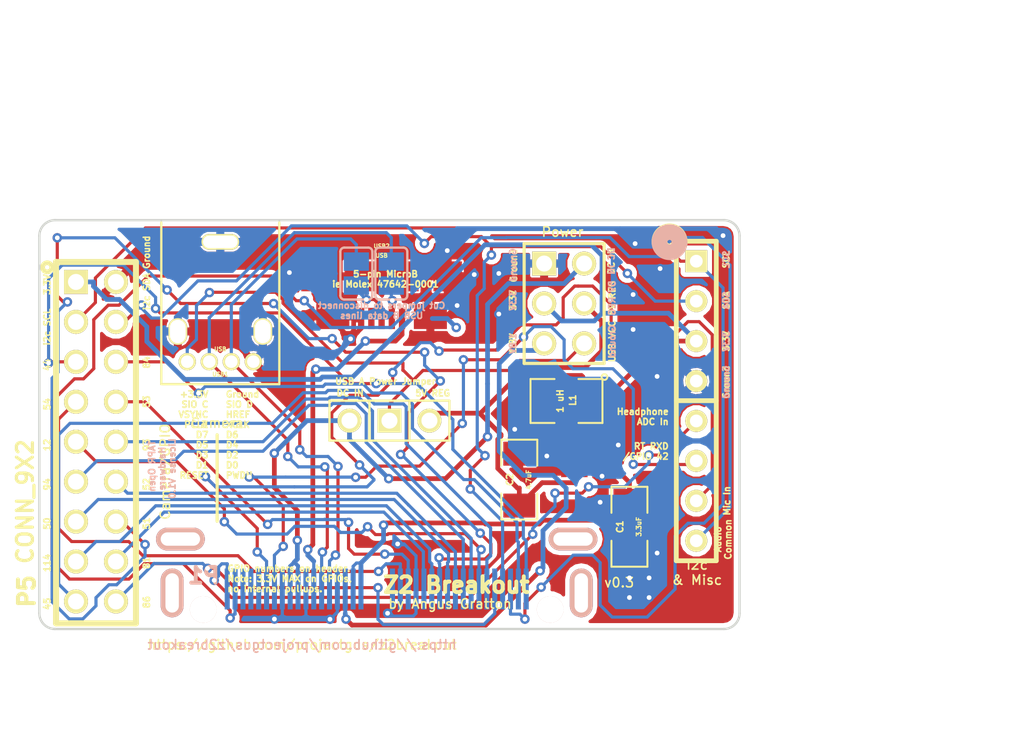
<source format=kicad_pcb>
(kicad_pcb (version 3) (host pcbnew "(2013-mar-13)-testing")

  (general
    (links 70)
    (no_connects 0)
    (area 185 115 250.100001 161.780001)
    (thickness 1.6)
    (drawings 73)
    (tracks 758)
    (zones 0)
    (modules 13)
    (nets 36)
  )

  (page A3)
  (layers
    (15 F.Cu signal)
    (0 B.Cu signal)
    (16 B.Adhes user)
    (17 F.Adhes user)
    (18 B.Paste user)
    (19 F.Paste user)
    (20 B.SilkS user)
    (21 F.SilkS user)
    (22 B.Mask user)
    (23 F.Mask user)
    (24 Dwgs.User user)
    (25 Cmts.User user)
    (26 Eco1.User user)
    (27 Eco2.User user)
    (28 Edge.Cuts user)
  )

  (setup
    (last_trace_width 0.2)
    (user_trace_width 0.2)
    (user_trace_width 0.25)
    (user_trace_width 0.3)
    (user_trace_width 0.4)
    (trace_clearance 0.2)
    (zone_clearance 0.3)
    (zone_45_only no)
    (trace_min 0.2)
    (segment_width 0.3)
    (edge_width 0.15)
    (via_size 0.6)
    (via_drill 0.3)
    (via_min_size 0.6)
    (via_min_drill 0.3)
    (uvia_size 0.508)
    (uvia_drill 0.127)
    (uvias_allowed no)
    (uvia_min_size 0.508)
    (uvia_min_drill 0.127)
    (pcb_text_width 0.3)
    (pcb_text_size 1.5 1.5)
    (mod_edge_width 0.15)
    (mod_text_size 1.5 1.5)
    (mod_text_width 0.15)
    (pad_size 1.524 1.524)
    (pad_drill 1.016)
    (pad_to_mask_clearance 0.1)
    (aux_axis_origin 0 0)
    (visible_elements FFFFFF7F)
    (pcbplotparams
      (layerselection 284196865)
      (usegerberextensions true)
      (excludeedgelayer true)
      (linewidth 0.150000)
      (plotframeref false)
      (viasonmask false)
      (mode 1)
      (useauxorigin false)
      (hpglpennumber 1)
      (hpglpenspeed 20)
      (hpglpendiameter 15)
      (hpglpenoverlay 2)
      (psnegative false)
      (psa4output false)
      (plotreference false)
      (plotvalue false)
      (plotothertext true)
      (plotinvisibletext false)
      (padsonsilk false)
      (subtractmaskfromsilk false)
      (outputformat 1)
      (mirror false)
      (drillshape 0)
      (scaleselection 1)
      (outputdirectory output))
  )

  (net 0 "")
  (net 1 /1V8)
  (net 2 /3V3)
  (net 3 /ADC_IN)
  (net 4 /AUDIO_COMMON)
  (net 5 /BTRXD_GP42)
  (net 6 /CAM_D0_GP81)
  (net 7 /CAM_D1_GP114)
  (net 8 /CAM_D2_GP51)
  (net 9 /CAM_D3_GP50)
  (net 10 /CAM_D4_GP52)
  (net 11 /CAM_D5_GP94)
  (net 12 /CAM_D6_GP93)
  (net 13 /CAM_D7_GP12)
  (net 14 /CAM_FV_GP84)
  (net 15 /CAM_LV_GP44)
  (net 16 /CAM_MCLK_GP53)
  (net 17 /CAM_PCLK_GP54)
  (net 18 /DC_IN)
  (net 19 /GP45)
  (net 20 /I2C_SCL)
  (net 21 /I2C_SDA)
  (net 22 /MIC_IN)
  (net 23 /REG_5V)
  (net 24 /SSPRXD2_GP86)
  (net 25 /USBD+)
  (net 26 /USBD-)
  (net 27 /USB_DEVICE_POWER)
  (net 28 /USB_VCC)
  (net 29 GND)
  (net 30 N-0000013)
  (net 31 N-0000015)
  (net 32 N-0000017)
  (net 33 N-0000029)
  (net 34 N-0000031)
  (net 35 N-0000032)

  (net_class Default "This is the default net class."
    (clearance 0.2)
    (trace_width 0.2)
    (via_dia 0.6)
    (via_drill 0.3)
    (uvia_dia 0.508)
    (uvia_drill 0.127)
    (add_net "")
    (add_net /ADC_IN)
    (add_net /AUDIO_COMMON)
    (add_net /BTRXD_GP42)
    (add_net /CAM_D0_GP81)
    (add_net /CAM_D1_GP114)
    (add_net /CAM_D2_GP51)
    (add_net /CAM_D3_GP50)
    (add_net /CAM_D4_GP52)
    (add_net /CAM_D5_GP94)
    (add_net /CAM_D6_GP93)
    (add_net /CAM_D7_GP12)
    (add_net /CAM_FV_GP84)
    (add_net /CAM_LV_GP44)
    (add_net /CAM_MCLK_GP53)
    (add_net /CAM_PCLK_GP54)
    (add_net /GP45)
    (add_net /I2C_SCL)
    (add_net /I2C_SDA)
    (add_net /MIC_IN)
    (add_net /SSPRXD2_GP86)
    (add_net /USBD+)
    (add_net /USBD-)
    (add_net /USB_VCC)
    (add_net N-0000013)
    (add_net N-0000015)
    (add_net N-0000017)
    (add_net N-0000029)
    (add_net N-0000031)
    (add_net N-0000032)
  )

  (net_class Power ""
    (clearance 0.2)
    (trace_width 0.3)
    (via_dia 0.6)
    (via_drill 0.3)
    (uvia_dia 0.508)
    (uvia_drill 0.127)
    (add_net /1V8)
    (add_net /3V3)
    (add_net /DC_IN)
    (add_net /REG_5V)
    (add_net /USB_DEVICE_POWER)
    (add_net GND)
  )

  (module SIL-8 (layer F.Cu) (tedit 51FED8B6) (tstamp 51FEDA9B)
    (at 229.25 140.5 270)
    (descr "Connecteur 8 pins")
    (tags "CONN DEV")
    (path /51FEF1C0)
    (fp_text reference P2 (at -6.35 -2.54 270) (layer F.SilkS) hide
      (effects (font (size 1.72974 1.08712) (thickness 0.27178)))
    )
    (fp_text value CONN_8 (at 5.08 -2.54 270) (layer F.SilkS) hide
      (effects (font (size 1.524 1.016) (thickness 0.254)))
    )
    (fp_line (start -10.16 -1.27) (end 10.16 -1.27) (layer F.SilkS) (width 0.3048))
    (fp_line (start 10.16 -1.27) (end 10.16 1.27) (layer F.SilkS) (width 0.3048))
    (fp_line (start 10.16 1.27) (end -10.16 1.27) (layer F.SilkS) (width 0.3048))
    (fp_line (start -10.16 1.27) (end -10.16 -1.27) (layer F.SilkS) (width 0.3048))
    (fp_line (start -0.02 1.27) (end -0.02 -1.27) (layer F.SilkS) (width 0.3048))
    (pad 1 thru_hole rect (at -8.89 0 270) (size 1.397 1.397) (drill 0.8128)
      (layers *.Cu *.Mask F.SilkS)
      (net 20 /I2C_SCL)
    )
    (pad 2 thru_hole circle (at -6.35 0 270) (size 1.397 1.397) (drill 0.8128)
      (layers *.Cu *.Mask F.SilkS)
      (net 21 /I2C_SDA)
    )
    (pad 3 thru_hole circle (at -3.81 0 270) (size 1.397 1.397) (drill 0.8128)
      (layers *.Cu *.Mask F.SilkS)
      (net 2 /3V3)
    )
    (pad 4 thru_hole circle (at -1.27 0 270) (size 1.397 1.397) (drill 0.8128)
      (layers *.Cu *.Mask F.SilkS)
      (net 29 GND)
    )
    (pad 5 thru_hole circle (at 1.27 0 270) (size 1.397 1.397) (drill 0.8128)
      (layers *.Cu *.Mask F.SilkS)
      (net 3 /ADC_IN)
    )
    (pad 6 thru_hole circle (at 3.81 0 270) (size 1.397 1.397) (drill 0.8128)
      (layers *.Cu *.Mask F.SilkS)
      (net 5 /BTRXD_GP42)
    )
    (pad 7 thru_hole circle (at 6.35 0 270) (size 1.397 1.397) (drill 0.8128)
      (layers *.Cu *.Mask F.SilkS)
      (net 22 /MIC_IN)
    )
    (pad 8 thru_hole circle (at 8.89 0 270) (size 1.397 1.397) (drill 0.8128)
      (layers *.Cu *.Mask F.SilkS)
      (net 4 /AUDIO_COMMON)
    )
  )

  (module SM1206 (layer F.Cu) (tedit 51FED6E6) (tstamp 51BEEEDD)
    (at 218 145.5 90)
    (path /51A29C2C)
    (attr smd)
    (fp_text reference C2 (at 0 -0.6 90) (layer F.SilkS)
      (effects (font (size 0.4 0.4) (thickness 0.1)))
    )
    (fp_text value 4.7uF (at 0 0.6 90) (layer F.SilkS)
      (effects (font (size 0.3 0.3) (thickness 0.075)))
    )
    (fp_line (start -2.54 -1.143) (end -2.54 1.143) (layer F.SilkS) (width 0.127))
    (fp_line (start -2.54 1.143) (end -0.889 1.143) (layer F.SilkS) (width 0.127))
    (fp_line (start 0.889 -1.143) (end 2.54 -1.143) (layer F.SilkS) (width 0.127))
    (fp_line (start 2.54 -1.143) (end 2.54 1.143) (layer F.SilkS) (width 0.127))
    (fp_line (start 2.54 1.143) (end 0.889 1.143) (layer F.SilkS) (width 0.127))
    (fp_line (start -0.889 -1.143) (end -2.54 -1.143) (layer F.SilkS) (width 0.127))
    (pad 1 smd rect (at -1.651 0 90) (size 1.524 2.032)
      (layers F.Cu F.Paste F.Mask)
      (net 23 /REG_5V)
    )
    (pad 2 smd rect (at 1.651 0 90) (size 1.524 2.032)
      (layers F.Cu F.Paste F.Mask)
      (net 29 GND)
    )
    (model smd/chip_cms.wrl
      (at (xyz 0 0 0))
      (scale (xyz 0.17 0.16 0.16))
      (rotate (xyz 0 0 0))
    )
  )

  (module SM1206 (layer F.Cu) (tedit 51FED6F3) (tstamp 51BEEED1)
    (at 225 148.5 270)
    (path /51A2980D)
    (attr smd)
    (fp_text reference C1 (at 0 0.6 270) (layer F.SilkS)
      (effects (font (size 0.4 0.4) (thickness 0.1)))
    )
    (fp_text value 3.3uF (at 0 -0.6 270) (layer F.SilkS)
      (effects (font (size 0.3 0.3) (thickness 0.075)))
    )
    (fp_line (start -2.54 -1.143) (end -2.54 1.143) (layer F.SilkS) (width 0.127))
    (fp_line (start -2.54 1.143) (end -0.889 1.143) (layer F.SilkS) (width 0.127))
    (fp_line (start 0.889 -1.143) (end 2.54 -1.143) (layer F.SilkS) (width 0.127))
    (fp_line (start 2.54 -1.143) (end 2.54 1.143) (layer F.SilkS) (width 0.127))
    (fp_line (start 2.54 1.143) (end 0.889 1.143) (layer F.SilkS) (width 0.127))
    (fp_line (start -0.889 -1.143) (end -2.54 -1.143) (layer F.SilkS) (width 0.127))
    (pad 1 smd rect (at -1.651 0 270) (size 1.524 2.032)
      (layers F.Cu F.Paste F.Mask)
      (net 2 /3V3)
    )
    (pad 2 smd rect (at 1.651 0 270) (size 1.524 2.032)
      (layers F.Cu F.Paste F.Mask)
      (net 29 GND)
    )
    (model smd/chip_cms.wrl
      (at (xyz 0 0 0))
      (scale (xyz 0.17 0.16 0.16))
      (rotate (xyz 0 0 0))
    )
  )

  (module PIN_ARRAY_3X1 (layer F.Cu) (tedit 51FED6FD) (tstamp 52381ECD)
    (at 209.75 141.75 180)
    (descr "Connecteur 3 pins")
    (tags "CONN DEV")
    (path /51FEE8D7)
    (fp_text reference K1 (at 0 0 180) (layer F.SilkS) hide
      (effects (font (size 1.016 1.016) (thickness 0.1524)))
    )
    (fp_text value CONN_3 (at 0 -2.159 180) (layer F.SilkS) hide
      (effects (font (size 1.016 1.016) (thickness 0.1524)))
    )
    (fp_line (start 1.27 -1.27) (end 1.27 1.27) (layer F.SilkS) (width 0.15))
    (fp_line (start -3.81 1.27) (end -3.81 -1.27) (layer F.SilkS) (width 0.1524))
    (fp_line (start -3.81 -1.27) (end 3.81 -1.27) (layer F.SilkS) (width 0.1524))
    (fp_line (start 3.81 -1.27) (end 3.81 1.27) (layer F.SilkS) (width 0.1524))
    (fp_line (start 3.81 1.27) (end -3.81 1.27) (layer F.SilkS) (width 0.1524))
    (fp_line (start -1.27 -1.27) (end -1.27 1.27) (layer F.SilkS) (width 0.1524))
    (pad 1 thru_hole circle (at -2.54 0 180) (size 1.524 1.524) (drill 1.016)
      (layers *.Cu *.Mask F.SilkS)
      (net 23 /REG_5V)
    )
    (pad 2 thru_hole rect (at 0 0 180) (size 1.524 1.524) (drill 1.016)
      (layers *.Cu *.Mask F.SilkS)
      (net 28 /USB_VCC)
    )
    (pad 3 thru_hole circle (at 2.54 0 180) (size 1.524 1.524) (drill 1.016)
      (layers *.Cu *.Mask F.SilkS)
      (net 18 /DC_IN)
    )
    (model pin_array/pins_array_3x1.wrl
      (at (xyz 0 0 0))
      (scale (xyz 1 1 1))
      (rotate (xyz 0 0 0))
    )
  )

  (module USBA_MOLEX_89485-8003 (layer F.Cu) (tedit 51EA38AA) (tstamp 51C299A6)
    (at 199 138)
    (tags "USB A upright molex USBA")
    (path /519B270C)
    (fp_text reference USB1 (at 0 0.8) (layer F.SilkS)
      (effects (font (size 0.254 0.254) (thickness 0.0635)))
    )
    (fp_text value USB (at 0 -0.8) (layer F.SilkS)
      (effects (font (size 0.254 0.254) (thickness 0.0635)))
    )
    (fp_line (start 2.8 -12.57) (end 2.8 -8.9) (layer Cmts.User) (width 0.15))
    (fp_line (start -2.8 -12.57) (end -2.8 -8.9) (layer Cmts.User) (width 0.15))
    (fp_line (start -2.75 -12.57) (end 2.75 -12.57) (layer Cmts.User) (width 0.15))
    (fp_line (start -3.75 -8.85) (end -3.75 1.43) (layer F.SilkS) (width 0.15))
    (fp_line (start -3.75 1.43) (end 3.75 1.43) (layer F.SilkS) (width 0.15))
    (fp_line (start 3.75 1.43) (end 3.75 -8.85) (layer F.SilkS) (width 0.15))
    (fp_line (start 3.8 -8.85) (end -3.7 -8.85) (layer Cmts.User) (width 0.15))
    (pad 6 thru_hole oval (at 0 -7.62 180) (size 2.4 1) (drill oval 2.2 0.8)
      (layers *.Cu *.Mask F.SilkS)
      (net 29 GND)
    )
    (pad 5 thru_hole oval (at -2.7 -1.92 180) (size 1.2 1.7) (drill oval 1 1.5)
      (layers *.Cu *.Mask F.SilkS)
      (net 29 GND)
    )
    (pad 5 thru_hole oval (at 2.7 -1.92 180) (size 1.2 1.7) (drill oval 1 1.5)
      (layers *.Cu *.Mask F.SilkS)
      (net 29 GND)
    )
    (pad 3 thru_hole circle (at 0.7 0 180) (size 1.1 1.1) (drill 0.8)
      (layers *.Cu *.Mask F.SilkS)
      (net 25 /USBD+)
    )
    (pad 4 thru_hole circle (at 2.1 0 180) (size 1.1 1.1) (drill 0.8)
      (layers *.Cu *.Mask F.SilkS)
      (net 29 GND)
    )
    (pad 2 thru_hole circle (at -0.7 0 180) (size 1.1 1.1) (drill 0.8)
      (layers *.Cu *.Mask F.SilkS)
      (net 26 /USBD-)
    )
    (pad 1 thru_hole circle (at -2.1 0 180) (size 1.1 1.1) (drill 0.8)
      (layers *.Cu *.Mask F.SilkS)
      (net 28 /USB_VCC)
    )
  )

  (module TPS61240DRVT (layer F.Cu) (tedit 51C299F2) (tstamp 51C29FCD)
    (at 221.5 144 90)
    (path /51A2956E)
    (fp_text reference REG1 (at 0.7 -1.2 90) (layer Eco1.User)
      (effects (font (size 0.2 0.2) (thickness 0.05)))
    )
    (fp_text value TPS61240 (at 0.4 1.2 90) (layer Eco1.User)
      (effects (font (size 0.2 0.2) (thickness 0.05)))
    )
    (fp_line (start -1.0414 1.0414) (end 1.0414 1.0414) (layer Cmts.User) (width 0.00012))
    (fp_line (start 1.0414 1.0414) (end 1.0414 -1.0414) (layer Cmts.User) (width 0.00012))
    (fp_line (start 1.0414 -1.0414) (end 0.3048 -1.0414) (layer Cmts.User) (width 0.00012))
    (fp_line (start 0.3048 -1.0414) (end -0.3048 -1.0414) (layer Cmts.User) (width 0.00012))
    (fp_line (start -0.3048 -1.0414) (end -1.0414 -1.0414) (layer Cmts.User) (width 0.00012))
    (fp_line (start -1.0414 -1.0414) (end -1.0414 1.0414) (layer Cmts.User) (width 0.00012))
    (fp_arc (start 0 -1.0414) (end 0.3048 -1.0414) (angle 180) (layer Cmts.User) (width 0.00012))
    (pad 1 smd rect (at -1.0414 -0.6604 90) (size 0.6096 0.3556)
      (layers F.Cu F.Paste F.Mask)
      (net 29 GND)
    )
    (pad 2 smd rect (at -1.0414 0 90) (size 0.6096 0.3556)
      (layers F.Cu F.Paste F.Mask)
      (net 23 /REG_5V)
    )
    (pad 3 smd rect (at -1.0414 0.6604 90) (size 0.6096 0.3556)
      (layers F.Cu F.Paste F.Mask)
      (net 23 /REG_5V)
    )
    (pad 4 smd rect (at 1.0414 0.6604 90) (size 0.6096 0.3556)
      (layers F.Cu F.Paste F.Mask)
      (net 2 /3V3)
    )
    (pad 5 smd rect (at 1.0414 0 90) (size 0.6096 0.3556)
      (layers F.Cu F.Paste F.Mask)
      (net 32 N-0000017)
    )
    (pad 6 smd rect (at 1.0414 -0.6604 90) (size 0.6096 0.3556)
      (layers F.Cu F.Paste F.Mask)
      (net 2 /3V3)
    )
    (pad 1 smd rect (at 0 0 90) (size 0.9906 1.6002)
      (layers F.Cu F.Paste F.Mask)
      (net 29 GND)
    )
  )

  (module SM1210 (layer F.Cu) (tedit 51FED693) (tstamp 51BEEF12)
    (at 221 140.5 180)
    (tags "CMS SM")
    (path /51A70A3B)
    (attr smd)
    (fp_text reference L1 (at -0.4 0.05 270) (layer F.SilkS)
      (effects (font (size 0.4 0.4) (thickness 0.1)))
    )
    (fp_text value "1 uH" (at 0.4 0 270) (layer F.SilkS)
      (effects (font (size 0.4 0.4) (thickness 0.1)))
    )
    (fp_circle (center -2.413 1.524) (end -2.286 1.397) (layer F.SilkS) (width 0.127))
    (fp_line (start -0.762 -1.397) (end -2.286 -1.397) (layer F.SilkS) (width 0.127))
    (fp_line (start -2.286 -1.397) (end -2.286 1.397) (layer F.SilkS) (width 0.127))
    (fp_line (start -2.286 1.397) (end -0.762 1.397) (layer F.SilkS) (width 0.127))
    (fp_line (start 0.762 1.397) (end 2.286 1.397) (layer F.SilkS) (width 0.127))
    (fp_line (start 2.286 1.397) (end 2.286 -1.397) (layer F.SilkS) (width 0.127))
    (fp_line (start 2.286 -1.397) (end 0.762 -1.397) (layer F.SilkS) (width 0.127))
    (pad 1 smd rect (at -1.524 0 180) (size 1.27 2.54)
      (layers F.Cu F.Paste F.Mask)
      (net 2 /3V3)
    )
    (pad 2 smd rect (at 1.524 0 180) (size 1.27 2.54)
      (layers F.Cu F.Paste F.Mask)
      (net 32 N-0000017)
    )
    (model smd/chip_cms.wrl
      (at (xyz 0 0 0))
      (scale (xyz 0.17 0.2 0.17))
      (rotate (xyz 0 0 0))
    )
  )

  (module SJ_SHORTED (layer B.Cu) (tedit 516F4868) (tstamp 51C7A202)
    (at 207.645 132.3975 90)
    (descr "<b>Solder jumper</b>")
    (path /51C79D77)
    (fp_text reference JP1 (at 0.889 0.508 90) (layer Eco1.User)
      (effects (font (size 1.27 1.27) (thickness 0.127)) (justify mirror))
    )
    (fp_text value JUMPER (at 0.45212 -0.00762 90) (layer Eco1.User)
      (effects (font (size 0.01778 0.01778) (thickness 0.000001)) (justify mirror))
    )
    (fp_line (start -0.762 0) (end 0.762 0) (layer B.Cu) (width 0.381))
    (fp_line (start 1.397 -1.016) (end -1.397 -1.016) (layer B.SilkS) (width 0.1524))
    (fp_arc (start 1.397 0.762) (end 1.397 1.016) (angle -90) (layer B.SilkS) (width 0.1524))
    (fp_arc (start -1.397 0.762) (end -1.651 0.762) (angle -90) (layer B.SilkS) (width 0.1524))
    (fp_arc (start -1.397 -0.762) (end -1.651 -0.762) (angle 90) (layer B.SilkS) (width 0.1524))
    (fp_arc (start 1.397 -0.762) (end 1.397 -1.016) (angle 90) (layer B.SilkS) (width 0.1524))
    (fp_line (start 1.651 -0.762) (end 1.651 0.762) (layer B.SilkS) (width 0.1524))
    (fp_line (start -1.651 -0.762) (end -1.651 0.762) (layer B.SilkS) (width 0.1524))
    (fp_line (start -1.397 1.016) (end 1.397 1.016) (layer B.SilkS) (width 0.1524))
    (fp_line (start 1.016 0) (end 1.524 0) (layer Cmts.User) (width 0.1524))
    (fp_line (start -1.016 0) (end -1.524 0) (layer Cmts.User) (width 0.1524))
    (fp_arc (start -0.254 0) (end -0.254 -0.127) (angle -180) (layer Cmts.User) (width 1.27))
    (fp_arc (start 0.254 0) (end 0.254 0.127) (angle -180) (layer Cmts.User) (width 1.27))
    (pad 1 smd rect (at -0.762 0 90) (size 1.1684 1.6002)
      (layers B.Cu B.Paste B.Mask)
      (net 31 N-0000015)
    )
    (pad 2 smd rect (at 0.762 0 90) (size 1.1684 1.6002)
      (layers B.Cu B.Paste B.Mask)
      (net 25 /USBD+)
    )
  )

  (module SJ_SHORTED (layer B.Cu) (tedit 516F4868) (tstamp 51C7A215)
    (at 209.8675 132.3975 90)
    (descr "<b>Solder jumper</b>")
    (path /51C79D84)
    (fp_text reference JP2 (at 0.889 0.508 90) (layer Eco1.User)
      (effects (font (size 1.27 1.27) (thickness 0.127)) (justify mirror))
    )
    (fp_text value JUMPER (at 0.45212 -0.00762 90) (layer Eco1.User)
      (effects (font (size 0.01778 0.01778) (thickness 0.000001)) (justify mirror))
    )
    (fp_line (start -0.762 0) (end 0.762 0) (layer B.Cu) (width 0.381))
    (fp_line (start 1.397 -1.016) (end -1.397 -1.016) (layer B.SilkS) (width 0.1524))
    (fp_arc (start 1.397 0.762) (end 1.397 1.016) (angle -90) (layer B.SilkS) (width 0.1524))
    (fp_arc (start -1.397 0.762) (end -1.651 0.762) (angle -90) (layer B.SilkS) (width 0.1524))
    (fp_arc (start -1.397 -0.762) (end -1.651 -0.762) (angle 90) (layer B.SilkS) (width 0.1524))
    (fp_arc (start 1.397 -0.762) (end 1.397 -1.016) (angle 90) (layer B.SilkS) (width 0.1524))
    (fp_line (start 1.651 -0.762) (end 1.651 0.762) (layer B.SilkS) (width 0.1524))
    (fp_line (start -1.651 -0.762) (end -1.651 0.762) (layer B.SilkS) (width 0.1524))
    (fp_line (start -1.397 1.016) (end 1.397 1.016) (layer B.SilkS) (width 0.1524))
    (fp_line (start 1.016 0) (end 1.524 0) (layer Cmts.User) (width 0.1524))
    (fp_line (start -1.016 0) (end -1.524 0) (layer Cmts.User) (width 0.1524))
    (fp_arc (start -0.254 0) (end -0.254 -0.127) (angle -180) (layer Cmts.User) (width 1.27))
    (fp_arc (start 0.254 0) (end 0.254 0.127) (angle -180) (layer Cmts.User) (width 1.27))
    (pad 1 smd rect (at -0.762 0 90) (size 1.1684 1.6002)
      (layers B.Cu B.Paste B.Mask)
      (net 30 N-0000013)
    )
    (pad 2 smd rect (at 0.762 0 90) (size 1.1684 1.6002)
      (layers B.Cu B.Paste B.Mask)
      (net 26 /USBD-)
    )
  )

  (module pin_array_3x2 (layer F.Cu) (tedit 51FED707) (tstamp 51C7A22D)
    (at 220.85 134.3 270)
    (descr "Double rangee de contacts 2 x 4 pins")
    (tags CONN)
    (path /51A070BC)
    (fp_text reference P4 (at 0 -3.81 270) (layer F.SilkS) hide
      (effects (font (size 1.016 1.016) (thickness 0.2032)))
    )
    (fp_text value CONN_3X2 (at 0 3.81 270) (layer F.SilkS) hide
      (effects (font (size 1.016 1.016) (thickness 0.2032)))
    )
    (fp_line (start 3.81 2.54) (end -3.81 2.54) (layer F.SilkS) (width 0.2032))
    (fp_line (start -3.81 -2.54) (end 3.81 -2.54) (layer F.SilkS) (width 0.2032))
    (fp_line (start 3.81 -2.54) (end 3.81 2.54) (layer F.SilkS) (width 0.2032))
    (fp_line (start -3.81 2.54) (end -3.81 -2.54) (layer F.SilkS) (width 0.2032))
    (pad 1 thru_hole rect (at -2.54 1.27 270) (size 1.524 1.524) (drill 1.016)
      (layers *.Cu *.Mask F.SilkS)
      (net 29 GND)
    )
    (pad 2 thru_hole circle (at -2.54 -1.27 270) (size 1.524 1.524) (drill 1.016)
      (layers *.Cu *.Mask F.SilkS)
      (net 18 /DC_IN)
    )
    (pad 3 thru_hole circle (at 0 1.27 270) (size 1.524 1.524) (drill 1.016)
      (layers *.Cu *.Mask F.SilkS)
      (net 2 /3V3)
    )
    (pad 4 thru_hole circle (at 0 -1.27 270) (size 1.524 1.524) (drill 1.016)
      (layers *.Cu *.Mask F.SilkS)
      (net 23 /REG_5V)
    )
    (pad 5 thru_hole circle (at 2.54 1.27 270) (size 1.524 1.524) (drill 1.016)
      (layers *.Cu *.Mask F.SilkS)
      (net 1 /1V8)
    )
    (pad 6 thru_hole circle (at 2.54 -1.27 270) (size 1.524 1.524) (drill 1.016)
      (layers *.Cu *.Mask F.SilkS)
      (net 28 /USB_VCC)
    )
    (model pin_array/pins_array_3x2.wrl
      (at (xyz 0 0 0))
      (scale (xyz 1 1 1))
      (rotate (xyz 0 0 0))
    )
  )

  (module st60x-36s   locked (layer B.Cu) (tedit 51E5CA71) (tstamp 51C8FDFE)
    (at 208.94 152.705 180)
    (path /4F89261B)
    (solder_mask_margin 0.0254)
    (solder_paste_margin -0.0254)
    (clearance 0.0508)
    (fp_text reference P1 (at 11 1.1 180) (layer B.SilkS)
      (effects (font (size 1 1) (thickness 0.25)) (justify mirror))
    )
    (fp_text value Z2DOCK (at 0 0 180) (layer B.SilkS) hide
      (effects (font (thickness 0.3048)) (justify mirror))
    )
    (fp_line (start -12.125 -4.6) (end 12.125 -4.6) (layer Cmts.User) (width 0.15))
    (fp_line (start -12.125 -8.8) (end 12.125 -8.8) (layer Cmts.User) (width 0.15))
    (fp_line (start -13.75 -2.3) (end 13.75 -2.3) (layer Cmts.User) (width 0.15))
    (pad 36 smd rect (at -9.4996 0.25 180) (size 0.32 2.6)
      (layers B.Cu B.Paste B.Mask)
      (net 15 /CAM_LV_GP44)
    )
    (pad 35 smd rect (at -9.00176 0.25 180) (size 0.32 2.6)
      (layers B.Cu B.Paste B.Mask)
      (net 14 /CAM_FV_GP84)
    )
    (pad 34 smd rect (at -8.50138 0.25 180) (size 0.32 2.6)
      (layers B.Cu B.Paste B.Mask)
      (net 20 /I2C_SCL)
    )
    (pad 33 smd rect (at -8.001 0.25 180) (size 0.32 2.6)
      (layers B.Cu B.Paste B.Mask)
      (net 21 /I2C_SDA)
    )
    (pad 32 smd rect (at -7.50062 0.25 180) (size 0.32 2.6)
      (layers B.Cu B.Paste B.Mask)
      (net 24 /SSPRXD2_GP86)
    )
    (pad 31 smd rect (at -7.00024 0.25 180) (size 0.32 2.6)
      (layers B.Cu B.Paste B.Mask)
      (net 19 /GP45)
    )
    (pad 30 smd rect (at -6.49986 0.25 180) (size 0.32 2.6)
      (layers B.Cu B.Paste B.Mask)
      (net 13 /CAM_D7_GP12)
    )
    (pad 29 smd rect (at -5.99948 0.25 180) (size 0.32 2.6)
      (layers B.Cu B.Paste B.Mask)
      (net 12 /CAM_D6_GP93)
    )
    (pad 28 smd rect (at -5.50164 0.25 180) (size 0.32 2.6)
      (layers B.Cu B.Paste B.Mask)
      (net 11 /CAM_D5_GP94)
    )
    (pad 27 smd rect (at -5.00126 0.25 180) (size 0.32 2.6)
      (layers B.Cu B.Paste B.Mask)
      (net 10 /CAM_D4_GP52)
    )
    (pad 26 smd rect (at -4.50088 0.25 180) (size 0.32 2.6)
      (layers B.Cu B.Paste B.Mask)
      (net 9 /CAM_D3_GP50)
    )
    (pad 25 smd rect (at -4.0005 0.25 180) (size 0.32 2.6)
      (layers B.Cu B.Paste B.Mask)
      (net 8 /CAM_D2_GP51)
    )
    (pad 24 smd rect (at -3.50012 0.25 180) (size 0.32 2.6)
      (layers B.Cu B.Paste B.Mask)
      (net 7 /CAM_D1_GP114)
    )
    (pad 23 smd rect (at -2.99974 0.25 180) (size 0.32 2.6)
      (layers B.Cu B.Paste B.Mask)
      (net 6 /CAM_D0_GP81)
    )
    (pad 22 smd rect (at -2.49936 0.25 180) (size 0.32 2.6)
      (layers B.Cu B.Paste B.Mask)
      (net 29 GND)
    )
    (pad 21 smd rect (at -2.00152 0.25 180) (size 0.32 2.6)
      (layers B.Cu B.Paste B.Mask)
      (net 16 /CAM_MCLK_GP53)
    )
    (pad 20 smd rect (at -1.50114 0.25 180) (size 0.32 2.6)
      (layers B.Cu B.Paste B.Mask)
      (net 17 /CAM_PCLK_GP54)
    )
    (pad 19 smd rect (at -1.00076 0.25 180) (size 0.32 2.6)
      (layers B.Cu B.Paste B.Mask)
      (net 29 GND)
    )
    (pad 18 smd rect (at 1.00076 0.25 180) (size 0.32 2.6)
      (layers B.Cu B.Paste B.Mask)
      (net 2 /3V3)
    )
    (pad 17 smd rect (at 1.4986 0.25 180) (size 0.32 2.6)
      (layers B.Cu B.Paste B.Mask)
      (net 2 /3V3)
    )
    (pad 16 smd rect (at 1.99898 0.25 180) (size 0.32 2.6)
      (layers B.Cu B.Paste B.Mask)
      (net 1 /1V8)
    )
    (pad 15 smd rect (at 2.49936 0.25 180) (size 0.32 2.6)
      (layers B.Cu B.Paste B.Mask)
      (net 29 GND)
    )
    (pad 14 smd rect (at 2.99974 0.25 180) (size 0.32 2.6)
      (layers B.Cu B.Paste B.Mask)
      (net 25 /USBD+)
    )
    (pad 13 smd rect (at 3.50012 0.25 180) (size 0.32 2.6)
      (layers B.Cu B.Paste B.Mask)
      (net 26 /USBD-)
    )
    (pad 12 smd rect (at 4.0005 0.25 180) (size 0.32 2.6)
      (layers B.Cu B.Paste B.Mask)
      (net 27 /USB_DEVICE_POWER)
    )
    (pad 11 smd rect (at 4.49834 0.25 180) (size 0.32 2.6)
      (layers B.Cu B.Paste B.Mask)
      (net 29 GND)
    )
    (pad 10 smd rect (at 4.99872 0.25 180) (size 0.32 2.6)
      (layers B.Cu B.Paste B.Mask)
      (net 18 /DC_IN)
    )
    (pad 9 smd rect (at 5.4991 0.25 180) (size 0.32 2.6)
      (layers B.Cu B.Paste B.Mask)
      (net 18 /DC_IN)
    )
    (pad 8 smd rect (at 5.99948 0.25 180) (size 0.32 2.6)
      (layers B.Cu B.Paste B.Mask)
      (net 29 GND)
    )
    (pad 7 smd rect (at 6.49986 0.25 180) (size 0.32 2.6)
      (layers B.Cu B.Paste B.Mask)
      (net 5 /BTRXD_GP42)
    )
    (pad 6 smd rect (at 7.00024 0.25 180) (size 0.32 2.6)
      (layers B.Cu B.Paste B.Mask)
      (net 22 /MIC_IN)
    )
    (pad 5 smd rect (at 7.50062 0.25 180) (size 0.32 2.6)
      (layers B.Cu B.Paste B.Mask)
      (net 34 N-0000031)
    )
    (pad 4 smd rect (at 7.99846 0.25 180) (size 0.32 2.6)
      (layers B.Cu B.Paste B.Mask)
      (net 35 N-0000032)
    )
    (pad 3 smd rect (at 8.49884 0.25 180) (size 0.32 2.6)
      (layers B.Cu B.Paste B.Mask)
      (net 33 N-0000029)
    )
    (pad 2 smd rect (at 8.99922 0.25 180) (size 0.32 2.6)
      (layers B.Cu B.Paste B.Mask)
      (net 4 /AUDIO_COMMON)
    )
    (pad 1 smd rect (at 9.4996 0.25 180) (size 0.32 2.6)
      (layers B.Cu B.Paste B.Mask)
      (net 3 /ADC_IN)
    )
    (pad "" np_thru_hole circle (at -11.025 -1.05 180) (size 1.7 1.7) (drill 1.7)
      (layers *.Cu *.Mask B.SilkS)
    )
    (pad "" np_thru_hole circle (at 11.025 -1.05 180) (size 1.7 1.7) (drill 1.7)
      (layers *.Cu *.Mask B.SilkS)
    )
    (pad SH thru_hole oval (at -12.99972 0 180) (size 1.45 3.1) (drill oval 0.85 2.5)
      (layers *.Cu *.Mask B.SilkS)
    )
    (pad SH thru_hole oval (at 12.99972 0 180) (size 1.45 3.1) (drill oval 0.85 2.5)
      (layers *.Cu *.Mask B.SilkS)
    )
    (pad SH thru_hole oval (at 12.476 3.425 90) (size 1.45 3.1) (drill oval 0.85 2.5)
      (layers *.Cu *.Mask B.SilkS)
    )
    (pad SH thru_hole oval (at -12.475 3.425 90) (size 1.45 3.1) (drill oval 0.85 2.5)
      (layers *.Cu *.Mask B.SilkS)
    )
  )

  (module USBMICROB_HIROSE_ZX62_B_5PA (layer F.Cu) (tedit 51EA42EC) (tstamp 51EA44FC)
    (at 209.25 135.25 180)
    (path /519B2959)
    (fp_text reference USB2 (at 0 4.6 180) (layer F.SilkS)
      (effects (font (size 0.254 0.254) (thickness 0.0635)))
    )
    (fp_text value USB (at 0 4 360) (layer F.SilkS)
      (effects (font (size 0.254 0.254) (thickness 0.0635)))
    )
    (fp_line (start 3.7 5) (end 3.9 5.6) (layer Cmts.User) (width 0.15))
    (fp_line (start -3.7 5) (end -3.9 5.6) (layer Cmts.User) (width 0.15))
    (fp_line (start -3.75 0) (end -3.75 5) (layer Cmts.User) (width 0.15))
    (fp_line (start -3.75 5) (end 3.75 5) (layer Cmts.User) (width 0.15))
    (fp_line (start 3.75 5) (end 3.75 0) (layer Cmts.User) (width 0.15))
    (fp_line (start 3.75 0) (end -3.75 0) (layer Cmts.User) (width 0.15))
    (pad 1 smd rect (at -1.3 0 180) (size 0.4 1.35)
      (layers F.Cu F.Paste F.Mask)
      (net 27 /USB_DEVICE_POWER)
    )
    (pad 2 smd rect (at -0.65 0 180) (size 0.4 1.35)
      (layers F.Cu F.Paste F.Mask)
      (net 30 N-0000013)
    )
    (pad 3 smd rect (at 0 0 180) (size 0.4 1.35)
      (layers F.Cu F.Paste F.Mask)
      (net 31 N-0000015)
    )
    (pad "" smd rect (at 0.65 0 180) (size 0.4 1.35)
      (layers F.Cu F.Paste F.Mask)
    )
    (pad 4 smd rect (at 1.3 0 180) (size 0.4 1.35)
      (layers F.Cu F.Paste F.Mask)
      (net 29 GND)
    )
    (pad 5 smd rect (at -3.1 0.125 180) (size 2.1 1.6)
      (layers F.Cu F.Paste F.Mask)
      (net 29 GND)
    )
    (pad 5 smd rect (at 3.1 0.125 180) (size 2.1 1.6)
      (layers F.Cu F.Paste F.Mask)
      (net 29 GND)
    )
    (pad 6 smd rect (at -4.2 2.675 180) (size 1.8 1.9)
      (layers F.Cu F.Paste F.Mask)
      (net 29 GND)
    )
    (pad 6 smd rect (at -1.4 2.675 180) (size 1.9 1.9)
      (layers F.Cu F.Paste F.Mask)
      (net 29 GND)
    )
    (pad 6 smd rect (at 1.4 2.675 180) (size 1.9 1.9)
      (layers F.Cu F.Paste F.Mask)
      (net 29 GND)
    )
    (pad 6 smd rect (at 4.2 2.675 180) (size 1.8 1.9)
      (layers F.Cu F.Paste F.Mask)
      (net 29 GND)
    )
  )

  (module pin_array_9x2 (layer F.Cu) (tedit 51EB2908) (tstamp 51EB28C8)
    (at 191.1 146.9 270)
    (descr "Double rangee de contacts 2 x 12 pins")
    (tags CONN)
    (path /51A1EF9E)
    (fp_text reference P5 (at 5.7 4.4 270) (layer F.SilkS)
      (effects (font (size 1.016 1.016) (thickness 0.27432)))
    )
    (fp_text value CONN_9X2 (at 0 4.5 270) (layer F.SilkS)
      (effects (font (size 1.016 1.016) (thickness 0.2032)))
    )
    (fp_line (start -15.24 -2.54) (end -15.24 2.54) (layer F.SilkS) (width 0.381))
    (fp_line (start -15.24 2.54) (end 7.74 2.54) (layer F.SilkS) (width 0.381))
    (fp_line (start 7.74 2.54) (end 7.74 -2.54) (layer F.SilkS) (width 0.381))
    (fp_line (start 7.74 -2.54) (end -15.24 -2.54) (layer F.SilkS) (width 0.381))
    (pad 1 thru_hole rect (at -13.97 1.27 270) (size 1.524 1.524) (drill 1.016)
      (layers *.Cu *.Mask F.SilkS)
      (net 2 /3V3)
    )
    (pad 2 thru_hole circle (at -13.97 -1.27 270) (size 1.524 1.524) (drill 1.016)
      (layers *.Cu *.Mask F.SilkS)
      (net 29 GND)
    )
    (pad 3 thru_hole circle (at -11.43 1.27 270) (size 1.524 1.524) (drill 1.016)
      (layers *.Cu *.Mask F.SilkS)
      (net 20 /I2C_SCL)
    )
    (pad 4 thru_hole circle (at -11.43 -1.27 270) (size 1.524 1.524) (drill 1.016)
      (layers *.Cu *.Mask F.SilkS)
      (net 21 /I2C_SDA)
    )
    (pad 5 thru_hole circle (at -8.89 1.27 270) (size 1.524 1.524) (drill 1.016)
      (layers *.Cu *.Mask F.SilkS)
      (net 15 /CAM_LV_GP44)
    )
    (pad 6 thru_hole circle (at -8.89 -1.27 270) (size 1.524 1.524) (drill 1.016)
      (layers *.Cu *.Mask F.SilkS)
      (net 14 /CAM_FV_GP84)
    )
    (pad 7 thru_hole circle (at -6.35 1.27 270) (size 1.524 1.524) (drill 1.016)
      (layers *.Cu *.Mask F.SilkS)
      (net 17 /CAM_PCLK_GP54)
    )
    (pad 8 thru_hole circle (at -6.35 -1.27 270) (size 1.524 1.524) (drill 1.016)
      (layers *.Cu *.Mask F.SilkS)
      (net 16 /CAM_MCLK_GP53)
    )
    (pad 9 thru_hole circle (at -3.81 1.27 270) (size 1.524 1.524) (drill 1.016)
      (layers *.Cu *.Mask F.SilkS)
      (net 13 /CAM_D7_GP12)
    )
    (pad 10 thru_hole circle (at -3.81 -1.27 270) (size 1.524 1.524) (drill 1.016)
      (layers *.Cu *.Mask F.SilkS)
      (net 12 /CAM_D6_GP93)
    )
    (pad 11 thru_hole circle (at -1.27 1.27 270) (size 1.524 1.524) (drill 1.016)
      (layers *.Cu *.Mask F.SilkS)
      (net 11 /CAM_D5_GP94)
    )
    (pad 12 thru_hole circle (at -1.27 -1.27 270) (size 1.524 1.524) (drill 1.016)
      (layers *.Cu *.Mask F.SilkS)
      (net 10 /CAM_D4_GP52)
    )
    (pad 13 thru_hole circle (at 1.27 1.27 270) (size 1.524 1.524) (drill 1.016)
      (layers *.Cu *.Mask F.SilkS)
      (net 9 /CAM_D3_GP50)
    )
    (pad 14 thru_hole circle (at 1.27 -1.27 270) (size 1.524 1.524) (drill 1.016)
      (layers *.Cu *.Mask F.SilkS)
      (net 8 /CAM_D2_GP51)
    )
    (pad 15 thru_hole circle (at 3.81 1.27 270) (size 1.524 1.524) (drill 1.016)
      (layers *.Cu *.Mask F.SilkS)
      (net 7 /CAM_D1_GP114)
    )
    (pad 16 thru_hole circle (at 3.81 -1.27 270) (size 1.524 1.524) (drill 1.016)
      (layers *.Cu *.Mask F.SilkS)
      (net 6 /CAM_D0_GP81)
    )
    (pad 17 thru_hole circle (at 6.35 1.27 270) (size 1.524 1.524) (drill 1.016)
      (layers *.Cu *.Mask F.SilkS)
      (net 19 /GP45)
    )
    (pad 18 thru_hole circle (at 6.35 -1.27 270) (size 1.524 1.524) (drill 1.016)
      (layers *.Cu *.Mask F.SilkS)
      (net 24 /SSPRXD2_GP86)
    )
    (model pin_array/pins_array_12x2.wrl
      (at (xyz 0 0 0))
      (scale (xyz 1 1 1))
      (rotate (xyz 0 0 0))
    )
  )

  (gr_text Power (at 220.75 129.75) (layer F.SilkS)
    (effects (font (size 0.6 0.6) (thickness 0.1)))
  )
  (gr_text "i2c\n& Misc" (at 229.3 151.4) (layer F.SilkS)
    (effects (font (size 0.6 0.6) (thickness 0.1)))
  )
  (gr_line (start 232 130) (end 232 154) (angle 90) (layer Edge.Cuts) (width 0.15))
  (gr_line (start 188.5 129) (end 231 129) (angle 90) (layer Edge.Cuts) (width 0.15))
  (gr_line (start 187.5 154) (end 187.5 130) (angle 90) (layer Edge.Cuts) (width 0.15))
  (gr_line (start 231 155) (end 188.5 155) (angle 90) (layer Edge.Cuts) (width 0.15))
  (gr_arc (start 188.5 130) (end 187.5 130) (angle 90) (layer Edge.Cuts) (width 0.15))
  (gr_arc (start 188.5 154) (end 188.5 155) (angle 90) (layer Edge.Cuts) (width 0.15))
  (gr_arc (start 231 154) (end 232 154) (angle 90) (layer Edge.Cuts) (width 0.15))
  (gr_arc (start 231 130) (end 231 129) (angle 90) (layer Edge.Cuts) (width 0.15))
  (gr_text Ground (at 217.65 131.9 90) (layer F.SilkS)
    (effects (font (size 0.4 0.4) (thickness 0.1)))
  )
  (gr_circle (center 188 132) (end 188.1 131.9) (layer F.SilkS) (width 0.3))
  (gr_circle (center 227.55 130.4) (end 227.65 130.3) (layer B.SilkS) (width 1) (tstamp 51CB35FC))
  (gr_text SCL (at 231.15 131.5 90) (layer B.SilkS) (tstamp 51CB35E2)
    (effects (font (size 0.4 0.4) (thickness 0.1)) (justify mirror))
  )
  (gr_text SDA (at 231.15 134.1 90) (layer B.SilkS) (tstamp 51CB35E1)
    (effects (font (size 0.4 0.4) (thickness 0.1)) (justify mirror))
  )
  (gr_text 3.3V (at 231.15 136.7 90) (layer B.SilkS) (tstamp 51CB35E0)
    (effects (font (size 0.4 0.4) (thickness 0.1)) (justify mirror))
  )
  (gr_text Ground (at 231.15 139.3 90) (layer B.SilkS) (tstamp 51CB35DF)
    (effects (font (size 0.4 0.4) (thickness 0.1)) (justify mirror))
  )
  (gr_text "DC IN" (at 223.85 131.6 90) (layer B.SilkS) (tstamp 51CB35DE)
    (effects (font (size 0.4 0.4) (thickness 0.1)) (justify mirror))
  )
  (gr_text "5V REG" (at 223.9 133.95 90) (layer B.SilkS) (tstamp 51CB35DD)
    (effects (font (size 0.4 0.4) (thickness 0.1)) (justify mirror))
  )
  (gr_text Ground (at 223.9 136.7 90) (layer B.SilkS) (tstamp 51CB35DC)
    (effects (font (size 0.4 0.4) (thickness 0.1)) (justify mirror))
  )
  (gr_text 1.8V (at 217.6 136.85 90) (layer B.SilkS) (tstamp 51CB35DB)
    (effects (font (size 0.4 0.4) (thickness 0.1)) (justify mirror))
  )
  (gr_text 3.3V (at 217.6 134.1 90) (layer B.SilkS) (tstamp 51CB35DA)
    (effects (font (size 0.4 0.4) (thickness 0.1)) (justify mirror))
  )
  (gr_text Ground (at 217.6 131.85 90) (layer B.SilkS) (tstamp 51CB35D9)
    (effects (font (size 0.4 0.4) (thickness 0.1)) (justify mirror))
  )
  (gr_text "TAPR Open \nHardware\nLicense V1.0" (at 195.3 144.8 90) (layer B.SilkS)
    (effects (font (size 0.4 0.4) (thickness 0.1)) (justify mirror))
  )
  (gr_text https://github.com/projectgus/z2breakout (at 204.2 156) (layer B.SilkS)
    (effects (font (size 0.6 0.6) (thickness 0.1)) (justify mirror))
  )
  (gr_text https://github.com/projectgus/z2breakout (at 204.2 156) (layer F.SilkS)
    (effects (font (size 0.6 0.6) (thickness 0.1)))
  )
  (gr_text "Cut jumpers to disconnect\nUSB B data lines" (at 209.25 134.75) (layer B.SilkS)
    (effects (font (size 0.4 0.4) (thickness 0.1)) (justify mirror))
  )
  (gr_text "5-pin MicroB\nie Molex 47642-0001" (at 209.5 132.75) (layer F.SilkS)
    (effects (font (size 0.4 0.4) (thickness 0.1)))
  )
  (gr_text v0.3 (at 224.35 152.05) (layer F.SilkS)
    (effects (font (size 0.6 0.6) (thickness 0.1)))
  )
  (gr_text "by Angus Gratton" (at 213.6 153.4) (layer F.SilkS) (tstamp 51CAAA70)
    (effects (font (size 0.6 0.6) (thickness 0.1)))
  )
  (gr_text "Z2 Breakout" (at 214 152.2) (layer F.SilkS)
    (effects (font (size 1 1) (thickness 0.25)))
  )
  (gr_text "GPIO numbers on header.\nNote: 3.3V MAX on GPIOs,\nno internal pullups." (at 199.4 151.8) (layer F.SilkS)
    (effects (font (size 0.4 0.4) (thickness 0.1)) (justify left))
  )
  (gr_text 86 (at 194.3188 153.2928 90) (layer F.SilkS)
    (effects (font (size 0.4 0.4) (thickness 0.1)))
  )
  (gr_text 45 (at 188 153.4 90) (layer F.SilkS)
    (effects (font (size 0.4 0.4) (thickness 0.1)))
  )
  (gr_text 114 (at 188 150.8 90) (layer F.SilkS)
    (effects (font (size 0.4 0.4) (thickness 0.1)))
  )
  (gr_text 50 (at 188 148.3 90) (layer F.SilkS)
    (effects (font (size 0.4 0.4) (thickness 0.1)))
  )
  (gr_text 81 (at 194.3188 150.7928 90) (layer F.SilkS)
    (effects (font (size 0.4 0.4) (thickness 0.1)))
  )
  (gr_text 51 (at 194.3188 148.2928 90) (layer F.SilkS)
    (effects (font (size 0.4 0.4) (thickness 0.1)))
  )
  (gr_text 52 (at 194.3188 145.7928 90) (layer F.SilkS)
    (effects (font (size 0.4 0.4) (thickness 0.1)))
  )
  (gr_text 94 (at 188 145.8 90) (layer F.SilkS)
    (effects (font (size 0.4 0.4) (thickness 0.1)))
  )
  (gr_text 12 (at 188 143.3 90) (layer F.SilkS)
    (effects (font (size 0.4 0.4) (thickness 0.1)))
  )
  (gr_text 93 (at 194.3188 143.2928 90) (layer F.SilkS)
    (effects (font (size 0.4 0.4) (thickness 0.1)))
  )
  (gr_text 53 (at 194.3188 140.5428 90) (layer F.SilkS)
    (effects (font (size 0.4 0.4) (thickness 0.1)))
  )
  (gr_text 54 (at 188 140.7 90) (layer F.SilkS)
    (effects (font (size 0.4 0.4) (thickness 0.1)))
  )
  (gr_text 44 (at 188 138.2 90) (layer F.SilkS)
    (effects (font (size 0.4 0.4) (thickness 0.1)))
  )
  (gr_text 84 (at 194.3188 138.0428 90) (layer F.SilkS) (tstamp 51C90B41)
    (effects (font (size 0.4 0.4) (thickness 0.1)))
  )
  (gr_text "i2c SCL" (at 188 135.8 90) (layer F.SilkS) (tstamp 51C90B2C)
    (effects (font (size 0.4 0.4) (thickness 0.1)))
  )
  (gr_text "i2c SDA" (at 194.3188 133.5428 90) (layer F.SilkS)
    (effects (font (size 0.4 0.4) (thickness 0.1)))
  )
  (gr_line (start 198.8 142.65) (end 198.8 148.15) (angle 90) (layer F.SilkS) (width 0.2))
  (gr_text Camera (at 198.8 141.9) (layer F.SilkS)
    (effects (font (size 0.6 0.6) (thickness 0.1)))
  )
  (gr_text "Ground\nSIO D\nHREF\nXCLK\nD6\nD4\nD2\nD0\nPWDN" (at 199.3 142.65) (layer F.SilkS)
    (effects (font (size 0.4 0.4) (thickness 0.1)) (justify left))
  )
  (gr_text "+3.3V\nSIO C\nVSYNC\nPCLK\nD7\nD5\nD3\nD1\nRESET" (at 198.3 142.65) (layer F.SilkS)
    (effects (font (size 0.4 0.4) (thickness 0.1)) (justify right))
  )
  (gr_text Ground (at 194.3188 131.0428 90) (layer F.SilkS)
    (effects (font (size 0.4 0.4) (thickness 0.1)))
  )
  (gr_text 3.3V (at 188 133.1 90) (layer F.SilkS)
    (effects (font (size 0.4 0.4) (thickness 0.1)))
  )
  (gr_text "Audio\nCommon" (at 230.95 149.3 90) (layer F.SilkS) (tstamp 51C90759)
    (effects (font (size 0.4 0.4) (thickness 0.1)))
  )
  (gr_text "Mic In" (at 231.2 146.85 90) (layer F.SilkS)
    (effects (font (size 0.4 0.4) (thickness 0.1)))
  )
  (gr_text "RT RXD\n/GPIO 42" (at 227.55 143.7) (layer F.SilkS)
    (effects (font (size 0.4 0.4) (thickness 0.1)) (justify right))
  )
  (gr_text "Headphone\nADC In" (at 227.55 141.5) (layer F.SilkS)
    (effects (font (size 0.4 0.4) (thickness 0.1)) (justify right))
  )
  (gr_text 3.3V (at 217.6 134.1 90) (layer F.SilkS)
    (effects (font (size 0.4 0.4) (thickness 0.1)))
  )
  (gr_text 1.8V (at 217.6 136.85 90) (layer F.SilkS)
    (effects (font (size 0.4 0.4) (thickness 0.1)))
  )
  (gr_text "USB VCC" (at 223.9 136.7 90) (layer F.SilkS)
    (effects (font (size 0.4 0.4) (thickness 0.1)))
  )
  (gr_text "5V REG" (at 223.9 133.95 90) (layer F.SilkS)
    (effects (font (size 0.4 0.4) (thickness 0.1)))
  )
  (gr_text "DC IN" (at 223.85 131.6 90) (layer F.SilkS)
    (effects (font (size 0.4 0.4) (thickness 0.1)))
  )
  (gr_text Ground (at 231.15 139.3 90) (layer F.SilkS)
    (effects (font (size 0.4 0.4) (thickness 0.1)))
  )
  (gr_text 3.3V (at 231.15 136.7 90) (layer F.SilkS)
    (effects (font (size 0.4 0.4) (thickness 0.1)))
  )
  (gr_text SDA (at 231.15 134.1 90) (layer F.SilkS)
    (effects (font (size 0.4 0.4) (thickness 0.1)))
  )
  (gr_text SCL (at 231.15 131.5 90) (layer F.SilkS)
    (effects (font (size 0.4 0.4) (thickness 0.1)))
  )
  (gr_text "USB A Power Jumper" (at 209.5 139.25) (layer F.SilkS)
    (effects (font (size 0.4 0.4) (thickness 0.1)))
  )
  (gr_text "5V REG" (at 212.5 140) (layer F.SilkS)
    (effects (font (size 0.4 0.4) (thickness 0.1)))
  )
  (gr_text "DC IN" (at 207.25 140) (layer F.SilkS) (tstamp 51C9097F)
    (effects (font (size 0.4 0.4) (thickness 0.1)))
  )
  (gr_text "Camera/GPIO\n" (at 195.5 145 90) (layer F.SilkS)
    (effects (font (size 0.6 0.6) (thickness 0.1)))
  )
  (gr_circle (center 227.55 130.35) (end 227.65 130.45) (layer F.SilkS) (width 1) (tstamp 51C9062F))
  (gr_line (start 250 155) (end 250 160) (angle 90) (layer Cmts.User) (width 0.2))

  (segment (start 212.471 135.255) (end 213.4235 135.255) (width 0.3) (layer B.Cu) (net 0))
  (via (at 213.995 135.8265) (size 0.6) (layers F.Cu B.Cu) (net 0))
  (segment (start 213.4235 135.255) (end 213.995 135.8265) (width 0.3) (layer B.Cu) (net 0) (tstamp 5238383C))
  (segment (start 216.7255 139.8905) (end 216.7255 138.1125) (width 0.3) (layer B.Cu) (net 1))
  (segment (start 219.133 137.287) (end 219.58 136.84) (width 0.3) (layer B.Cu) (net 1) (tstamp 52383CEC))
  (segment (start 217.551 137.287) (end 219.133 137.287) (width 0.3) (layer B.Cu) (net 1) (tstamp 52383CEB))
  (segment (start 216.7255 138.1125) (end 217.551 137.287) (width 0.3) (layer B.Cu) (net 1) (tstamp 52383CEA))
  (segment (start 220.98 146.4945) (end 220.98 146.05) (width 0.3) (layer B.Cu) (net 1))
  (segment (start 216.7255 143.7005) (end 216.7255 139.8905) (width 0.3) (layer B.Cu) (net 1) (tstamp 52383CE2))
  (segment (start 218.2495 145.2245) (end 216.7255 143.7005) (width 0.3) (layer B.Cu) (net 1) (tstamp 52383CE0))
  (segment (start 220.1545 145.2245) (end 218.2495 145.2245) (width 0.3) (layer B.Cu) (net 1) (tstamp 52383CDF))
  (segment (start 220.98 146.05) (end 220.1545 145.2245) (width 0.3) (layer B.Cu) (net 1) (tstamp 52383CDE))
  (segment (start 206.9887 154.3725) (end 207.3657 154.7495) (width 0.3) (layer F.Cu) (net 1))
  (segment (start 215.8714 154.7495) (end 219.3235 151.2974) (width 0.3) (layer F.Cu) (net 1) (tstamp 52383922))
  (segment (start 207.3657 154.7495) (end 215.8714 154.7495) (width 0.3) (layer F.Cu) (net 1) (tstamp 5238391B))
  (segment (start 219.5069 149.28) (end 219.5069 148.7431) (width 0.3) (layer B.Cu) (net 1))
  (segment (start 220.98 147.27) (end 220.98 146.4945) (width 0.3) (layer B.Cu) (net 1) (tstamp 52382D4D))
  (segment (start 219.5069 148.7431) (end 220.98 147.27) (width 0.3) (layer B.Cu) (net 1) (tstamp 52382D49))
  (via (at 206.9887 154.3725) (size 0.6) (layers F.Cu B.Cu) (net 1))
  (via (at 219.3235 151.2974) (size 0.6) (layers F.Cu B.Cu) (net 1))
  (segment (start 206.941 154.019) (end 206.94 154.02) (width 0.25) (layer B.Cu) (net 1))
  (segment (start 206.941 152.455) (end 206.941 154.019) (width 0.25) (layer B.Cu) (net 1))
  (segment (start 206.941 154.3248) (end 206.9887 154.3725) (width 0.3) (layer B.Cu) (net 1))
  (segment (start 206.941 154.019) (end 206.941 154.3248) (width 0.3) (layer B.Cu) (net 1))
  (segment (start 219.5069 151.114) (end 219.5069 149.28) (width 0.3) (layer B.Cu) (net 1))
  (segment (start 219.3235 151.2974) (end 219.5069 151.114) (width 0.3) (layer B.Cu) (net 1))
  (segment (start 225 146.849) (end 223.767 148.082) (width 0.3) (layer F.Cu) (net 2))
  (segment (start 219.5154 148.082) (end 219.2767 148.3207) (width 0.3) (layer F.Cu) (net 2) (tstamp 52383D21))
  (segment (start 223.767 148.082) (end 219.5154 148.082) (width 0.3) (layer F.Cu) (net 2) (tstamp 52383D1D))
  (segment (start 207.9392 150.8047) (end 207.6528 150.8047) (width 0.2) (layer B.Cu) (net 2))
  (segment (start 207.4414 151.0161) (end 207.4414 152.455) (width 0.2) (layer B.Cu) (net 2) (tstamp 5238389A))
  (segment (start 207.6528 150.8047) (end 207.4414 151.0161) (width 0.2) (layer B.Cu) (net 2) (tstamp 52383899))
  (via (at 209.3751 148.3961) (size 0.6) (layers F.Cu B.Cu) (net 2))
  (segment (start 219.2767 148.3207) (end 215.8519 148.3207) (width 0.3) (layer F.Cu) (net 2))
  (segment (start 215.8519 148.3207) (end 215.7868 148.2556) (width 0.3) (layer F.Cu) (net 2))
  (segment (start 215.7868 148.2556) (end 209.5156 148.2556) (width 0.3) (layer F.Cu) (net 2))
  (segment (start 209.5156 148.2556) (end 209.3751 148.3961) (width 0.3) (layer F.Cu) (net 2))
  (segment (start 209.3751 148.3961) (end 209.3751 149.3688) (width 0.3) (layer B.Cu) (net 2))
  (segment (start 208.0039 150.74) (end 207.9392 150.8047) (width 0.3) (layer B.Cu) (net 2) (tstamp 52382BF9))
  (segment (start 209.3751 149.3688) (end 208.0039 150.74) (width 0.3) (layer B.Cu) (net 2))
  (segment (start 222.3408 142.3035) (end 222.1604 142.3035) (width 0.3) (layer F.Cu) (net 2))
  (segment (start 222.524 142.1203) (end 222.3408 142.3035) (width 0.3) (layer F.Cu) (net 2))
  (segment (start 222.1604 142.9586) (end 222.1604 142.3035) (width 0.3) (layer F.Cu) (net 2))
  (segment (start 222.524 141.3101) (end 222.524 142.1203) (width 0.3) (layer F.Cu) (net 2))
  (segment (start 227.1441 136.69) (end 229.25 136.69) (width 0.3) (layer F.Cu) (net 2))
  (segment (start 222.524 141.3101) (end 227.1441 136.69) (width 0.3) (layer F.Cu) (net 2))
  (segment (start 222.524 140.5) (end 222.524 141.3101) (width 0.3) (layer F.Cu) (net 2))
  (segment (start 189.83 132.93) (end 190.9423 132.93) (width 0.3) (layer B.Cu) (net 2))
  (segment (start 220.8396 142.9586) (end 220.8396 142.3035) (width 0.3) (layer F.Cu) (net 2))
  (segment (start 222.524 140.5) (end 221.5387 140.5) (width 0.3) (layer F.Cu) (net 2))
  (segment (start 220.7725 142.2364) (end 220.8396 142.3035) (width 0.3) (layer F.Cu) (net 2))
  (segment (start 218.7413 142.2364) (end 220.7725 142.2364) (width 0.3) (layer F.Cu) (net 2))
  (segment (start 218.4906 141.9857) (end 218.7413 142.2364) (width 0.3) (layer F.Cu) (net 2))
  (segment (start 218.4906 139.0656) (end 218.4906 141.9857) (width 0.3) (layer F.Cu) (net 2))
  (segment (start 218.6785 138.8777) (end 218.4906 139.0656) (width 0.3) (layer F.Cu) (net 2))
  (segment (start 221.9513 138.8777) (end 218.6785 138.8777) (width 0.3) (layer F.Cu) (net 2))
  (segment (start 222.039 138.9654) (end 221.9513 138.8777) (width 0.3) (layer F.Cu) (net 2))
  (segment (start 222.039 139.4869) (end 222.039 138.9654) (width 0.3) (layer F.Cu) (net 2))
  (segment (start 222.0058 139.5201) (end 222.039 139.4869) (width 0.3) (layer F.Cu) (net 2))
  (segment (start 222.0058 139.7323) (end 222.0058 139.5201) (width 0.3) (layer F.Cu) (net 2))
  (segment (start 221.6249 140.1132) (end 222.0058 139.7323) (width 0.3) (layer F.Cu) (net 2))
  (segment (start 221.5557 140.1132) (end 221.6249 140.1132) (width 0.3) (layer F.Cu) (net 2))
  (segment (start 221.5387 140.1302) (end 221.5557 140.1132) (width 0.3) (layer F.Cu) (net 2))
  (segment (start 221.5387 140.5) (end 221.5387 140.1302) (width 0.3) (layer F.Cu) (net 2))
  (segment (start 222.1604 142.9587) (end 222.1604 142.9586) (width 0.3) (layer F.Cu) (net 2))
  (segment (start 222.2809 142.9587) (end 222.1604 142.9587) (width 0.3) (layer F.Cu) (net 2))
  (segment (start 225 145.6778) (end 222.2809 142.9587) (width 0.3) (layer F.Cu) (net 2))
  (segment (start 225 146.849) (end 225 145.6778) (width 0.3) (layer F.Cu) (net 2))
  (segment (start 207.9392 151.6298) (end 207.9392 151.9572) (width 0.3) (layer B.Cu) (net 2))
  (segment (start 207.9392 151.6298) (end 207.9392 150.8047) (width 0.3) (layer B.Cu) (net 2))
  (segment (start 227.478 134.918) (end 223.2592 134.918) (width 0.3) (layer B.Cu) (net 2))
  (segment (start 229.25 136.69) (end 227.478 134.918) (width 0.3) (layer B.Cu) (net 2))
  (segment (start 220.6923 135.4123) (end 219.58 134.3) (width 0.3) (layer B.Cu) (net 2))
  (segment (start 222.7649 135.4123) (end 220.6923 135.4123) (width 0.3) (layer B.Cu) (net 2))
  (segment (start 223.2592 134.918) (end 222.7649 135.4123) (width 0.3) (layer B.Cu) (net 2))
  (segment (start 207.9392 152.2061) (end 207.9392 151.9572) (width 0.3) (layer B.Cu) (net 2))
  (segment (start 207.9392 152.3305) (end 207.9392 152.2061) (width 0.3) (layer B.Cu) (net 2))
  (segment (start 207.9392 152.3927) (end 207.9392 152.3305) (width 0.3) (layer B.Cu) (net 2))
  (segment (start 207.9392 152.4238) (end 207.9392 152.3927) (width 0.3) (layer B.Cu) (net 2))
  (segment (start 207.9392 152.4394) (end 207.9392 152.4238) (width 0.3) (layer B.Cu) (net 2))
  (segment (start 207.9392 152.4472) (end 207.9392 152.4394) (width 0.3) (layer B.Cu) (net 2))
  (segment (start 207.9392 152.4511) (end 207.9392 152.4472) (width 0.3) (layer B.Cu) (net 2))
  (segment (start 207.9392 152.453) (end 207.9392 152.4511) (width 0.3) (layer B.Cu) (net 2))
  (segment (start 207.9392 152.454) (end 207.9392 152.453) (width 0.3) (layer B.Cu) (net 2))
  (segment (start 207.9392 152.4545) (end 207.9392 152.454) (width 0.3) (layer B.Cu) (net 2))
  (segment (start 207.9392 152.4547) (end 207.9392 152.4545) (width 0.3) (layer B.Cu) (net 2))
  (segment (start 207.9392 152.4548) (end 207.9392 152.4547) (width 0.3) (layer B.Cu) (net 2))
  (segment (start 207.9392 152.455) (end 207.9392 152.4549) (width 0.3) (layer B.Cu) (net 2))
  (segment (start 207.9392 152.4549) (end 207.9392 152.4548) (width 0.3) (layer B.Cu) (net 2))
  (segment (start 223.2592 131.2496) (end 223.2592 134.918) (width 0.3) (layer B.Cu) (net 2))
  (segment (start 222.575 130.5654) (end 223.2592 131.2496) (width 0.3) (layer B.Cu) (net 2))
  (segment (start 215.8227 130.5654) (end 222.575 130.5654) (width 0.3) (layer B.Cu) (net 2))
  (segment (start 207.4124 138.9757) (end 215.8227 130.5654) (width 0.3) (layer B.Cu) (net 2))
  (segment (start 205.4917 138.9757) (end 207.4124 138.9757) (width 0.3) (layer B.Cu) (net 2))
  (segment (start 205.3417 139.1257) (end 205.4917 138.9757) (width 0.3) (layer B.Cu) (net 2))
  (segment (start 196.7373 139.1257) (end 205.3417 139.1257) (width 0.3) (layer B.Cu) (net 2))
  (segment (start 194.3299 136.7183) (end 196.7373 139.1257) (width 0.3) (layer B.Cu) (net 2))
  (segment (start 194.3299 135.7795) (end 194.3299 136.7183) (width 0.3) (layer B.Cu) (net 2))
  (segment (start 192.5927 134.0423) (end 194.3299 135.7795) (width 0.3) (layer B.Cu) (net 2))
  (segment (start 191.7764 134.0423) (end 192.5927 134.0423) (width 0.3) (layer B.Cu) (net 2))
  (segment (start 190.9423 133.2082) (end 191.7764 134.0423) (width 0.3) (layer B.Cu) (net 2))
  (segment (start 190.9423 132.93) (end 190.9423 133.2082) (width 0.3) (layer B.Cu) (net 2))
  (segment (start 218.8566 148.9711) (end 218.8566 148.6034) (width 0.2) (layer B.Cu) (net 3))
  (segment (start 222.0014 146.36) (end 222.405 145.9564) (width 0.2) (layer F.Cu) (net 3) (tstamp 52382D6D))
  (segment (start 220.27 146.36) (end 222.0014 146.36) (width 0.2) (layer F.Cu) (net 3) (tstamp 52382D6C))
  (via (at 220.27 146.36) (size 0.6) (layers F.Cu B.Cu) (net 3))
  (segment (start 220.27 147.19) (end 220.27 146.36) (width 0.2) (layer B.Cu) (net 3) (tstamp 52382D67))
  (segment (start 218.8566 148.6034) (end 220.27 147.19) (width 0.2) (layer B.Cu) (net 3) (tstamp 52382D63))
  (via (at 226.2459 143.9398) (size 0.6) (layers F.Cu B.Cu) (net 3))
  (segment (start 226.2459 143.9398) (end 226.2459 144.4215) (width 0.2) (layer B.Cu) (net 3))
  (segment (start 226.2459 144.4215) (end 224.711 145.9564) (width 0.2) (layer B.Cu) (net 3))
  (segment (start 224.711 145.9564) (end 222.405 145.9564) (width 0.2) (layer B.Cu) (net 3))
  (segment (start 229.25 141.77) (end 227.0802 143.9398) (width 0.2) (layer F.Cu) (net 3))
  (segment (start 227.0802 143.9398) (end 226.2459 143.9398) (width 0.2) (layer F.Cu) (net 3))
  (via (at 222.405 145.9564) (size 0.6) (layers F.Cu B.Cu) (net 3))
  (via (at 218.8566 148.9711) (size 0.6) (layers F.Cu B.Cu) (net 3))
  (via (at 198.6086 151.9044) (size 0.6) (layers F.Cu B.Cu) (net 3))
  (segment (start 199.6951 152.9909) (end 198.6086 151.9044) (width 0.2) (layer F.Cu) (net 3))
  (segment (start 214.8368 152.9909) (end 199.6951 152.9909) (width 0.2) (layer F.Cu) (net 3))
  (segment (start 218.8566 148.9711) (end 214.8368 152.9909) (width 0.2) (layer F.Cu) (net 3))
  (segment (start 199.0951 150.8547) (end 199.4404 150.8547) (width 0.2) (layer B.Cu) (net 3))
  (segment (start 198.8901 151.0597) (end 199.0951 150.8547) (width 0.2) (layer B.Cu) (net 3))
  (segment (start 198.8901 151.6229) (end 198.8901 151.0597) (width 0.2) (layer B.Cu) (net 3))
  (segment (start 198.6086 151.9044) (end 198.8901 151.6229) (width 0.2) (layer B.Cu) (net 3))
  (segment (start 199.4404 152.455) (end 199.4404 150.8547) (width 0.2) (layer B.Cu) (net 3))
  (segment (start 229.25 149.39) (end 231.394 147.246) (width 0.2) (layer B.Cu) (net 4))
  (segment (start 231.394 131.8563) (end 229.6424 130.1047) (width 0.2) (layer B.Cu) (net 4) (tstamp 52383D4A))
  (segment (start 231.394 147.246) (end 231.394 131.8563) (width 0.2) (layer B.Cu) (net 4) (tstamp 52383D46))
  (segment (start 222.885 130.1047) (end 223.7672 130.1047) (width 0.2) (layer B.Cu) (net 4))
  (segment (start 227.457 131.318) (end 228.6703 130.1047) (width 0.2) (layer B.Cu) (net 4) (tstamp 52383C5D))
  (segment (start 224.9805 131.318) (end 227.457 131.318) (width 0.2) (layer B.Cu) (net 4) (tstamp 52383C5B))
  (segment (start 223.7672 130.1047) (end 224.9805 131.318) (width 0.2) (layer B.Cu) (net 4) (tstamp 52383C59))
  (segment (start 204.3346 134.1233) (end 206.0378 135.8265) (width 0.2) (layer B.Cu) (net 4))
  (segment (start 217.166102 130.115398) (end 217.1768 130.1047) (width 0.2) (layer B.Cu) (net 4) (tstamp 523837B0))
  (segment (start 215.578602 130.115398) (end 217.166102 130.115398) (width 0.2) (layer B.Cu) (net 4) (tstamp 523837AE))
  (segment (start 209.8675 135.8265) (end 215.578602 130.115398) (width 0.2) (layer B.Cu) (net 4) (tstamp 523837AC))
  (segment (start 206.0378 135.8265) (end 209.8675 135.8265) (width 0.2) (layer B.Cu) (net 4) (tstamp 523837AA))
  (via (at 199.6267 154.3018) (size 0.6) (layers F.Cu B.Cu) (net 4))
  (via (at 204.3346 134.1233) (size 0.6) (layers F.Cu B.Cu) (net 4))
  (segment (start 199.8732 154.0553) (end 199.6267 154.3018) (width 0.2) (layer B.Cu) (net 4))
  (segment (start 199.9408 154.0553) (end 199.8732 154.0553) (width 0.2) (layer B.Cu) (net 4))
  (segment (start 199.9408 152.455) (end 199.9408 154.0553) (width 0.2) (layer B.Cu) (net 4))
  (segment (start 199.6267 153.8245) (end 199.6267 154.3018) (width 0.2) (layer F.Cu) (net 4))
  (segment (start 196.6477 150.8455) (end 199.6267 153.8245) (width 0.2) (layer F.Cu) (net 4))
  (segment (start 194.173 150.8455) (end 196.6477 150.8455) (width 0.2) (layer F.Cu) (net 4))
  (segment (start 193.1935 151.825) (end 194.173 150.8455) (width 0.2) (layer F.Cu) (net 4))
  (segment (start 189.4164 151.825) (end 193.1935 151.825) (width 0.2) (layer F.Cu) (net 4))
  (segment (start 188.3031 150.7117) (end 189.4164 151.825) (width 0.2) (layer F.Cu) (net 4))
  (segment (start 188.3031 140.5214) (end 188.3031 150.7117) (width 0.2) (layer F.Cu) (net 4))
  (segment (start 189.732 139.0925) (end 188.3031 140.5214) (width 0.2) (layer F.Cu) (net 4))
  (segment (start 190.3066 139.0925) (end 189.732 139.0925) (width 0.2) (layer F.Cu) (net 4))
  (segment (start 190.9584 138.4407) (end 190.3066 139.0925) (width 0.2) (layer F.Cu) (net 4))
  (segment (start 190.9584 135.3285) (end 190.9584 138.4407) (width 0.2) (layer F.Cu) (net 4))
  (segment (start 191.8793 134.4076) (end 190.9584 135.3285) (width 0.2) (layer F.Cu) (net 4))
  (segment (start 192.5622 134.4076) (end 191.8793 134.4076) (width 0.2) (layer F.Cu) (net 4))
  (segment (start 194.415 132.5548) (end 192.5622 134.4076) (width 0.2) (layer F.Cu) (net 4))
  (segment (start 202.2618 132.5548) (end 194.415 132.5548) (width 0.2) (layer F.Cu) (net 4))
  (segment (start 203.8302 134.1232) (end 202.2618 132.5548) (width 0.2) (layer F.Cu) (net 4))
  (segment (start 204.3346 134.1232) (end 203.8302 134.1232) (width 0.2) (layer F.Cu) (net 4))
  (segment (start 204.3346 134.1233) (end 204.3346 134.1232) (width 0.2) (layer F.Cu) (net 4))
  (segment (start 217.1768 130.1047) (end 222.885 130.1047) (width 0.2) (layer B.Cu) (net 4) (tstamp 523837B3))
  (segment (start 228.6703 130.1047) (end 229.6424 130.1047) (width 0.2) (layer B.Cu) (net 4) (tstamp 52383C61))
  (segment (start 218.27 136.43) (end 216.82 137.88) (width 0.2) (layer F.Cu) (net 5))
  (segment (start 214.45 141.8552) (end 214.3788 141.9264) (width 0.2) (layer B.Cu) (net 5) (tstamp 523836A4))
  (segment (start 214.45 137.88) (end 214.45 141.8552) (width 0.2) (layer B.Cu) (net 5) (tstamp 523836A3))
  (via (at 214.45 137.88) (size 0.6) (layers F.Cu B.Cu) (net 5))
  (segment (start 216.82 137.88) (end 214.45 137.88) (width 0.2) (layer F.Cu) (net 5) (tstamp 5238369D))
  (segment (start 218.9271 135.7729) (end 220.021 135.7729) (width 0.2) (layer B.Cu) (net 5) (tstamp 523835F8))
  (segment (start 218.27 136.43) (end 218.9271 135.7729) (width 0.2) (layer B.Cu) (net 5) (tstamp 523835F7))
  (via (at 218.27 136.43) (size 0.6) (layers F.Cu B.Cu) (net 5))
  (segment (start 225.2461 144.5245) (end 225.2461 139.7461) (width 0.2) (layer B.Cu) (net 5))
  (segment (start 221.41 138.45) (end 220.85 137.89) (width 0.2) (layer B.Cu) (net 5) (tstamp 52382DA4))
  (segment (start 223.95 138.45) (end 221.41 138.45) (width 0.2) (layer B.Cu) (net 5) (tstamp 52382DA2))
  (segment (start 225.2461 139.7461) (end 223.95 138.45) (width 0.2) (layer B.Cu) (net 5) (tstamp 52382D9A))
  (segment (start 203.15 145.34) (end 207.59 145.34) (width 0.2) (layer B.Cu) (net 5))
  (segment (start 208.2315 145.35) (end 208.9408 144.6407) (width 0.2) (layer F.Cu) (net 5) (tstamp 52382B9D))
  (segment (start 207.6 145.35) (end 208.2315 145.35) (width 0.2) (layer F.Cu) (net 5) (tstamp 52382B9C))
  (via (at 207.6 145.35) (size 0.6) (layers F.Cu B.Cu) (net 5))
  (segment (start 207.59 145.34) (end 207.6 145.35) (width 0.2) (layer B.Cu) (net 5) (tstamp 52382B8B))
  (segment (start 201.1311 145.34) (end 203.0011 147.21) (width 0.2) (layer F.Cu) (net 5) (tstamp 52382B0E))
  (segment (start 200.84 145.34) (end 201.1311 145.34) (width 0.2) (layer F.Cu) (net 5) (tstamp 52382B0D))
  (via (at 200.84 145.34) (size 0.6) (layers F.Cu B.Cu) (net 5))
  (segment (start 203.15 145.34) (end 200.84 145.34) (width 0.2) (layer B.Cu) (net 5) (tstamp 52382B89))
  (via (at 225.2461 144.5245) (size 0.6) (layers F.Cu B.Cu) (net 5))
  (via (at 214.3788 141.9264) (size 0.6) (layers F.Cu B.Cu) (net 5))
  (via (at 203.0011 149.7453) (size 0.6) (layers F.Cu B.Cu) (net 5))
  (segment (start 202.4401 150.3063) (end 203.0011 149.7453) (width 0.2) (layer B.Cu) (net 5))
  (segment (start 202.4401 152.455) (end 202.4401 150.3063) (width 0.2) (layer B.Cu) (net 5))
  (segment (start 220.85 136.6019) (end 220.021 135.7729) (width 0.2) (layer B.Cu) (net 5))
  (segment (start 220.85 137.89) (end 220.85 136.6019) (width 0.2) (layer B.Cu) (net 5) (tstamp 52382DA7))
  (segment (start 229.0199 144.5401) (end 229.25 144.31) (width 0.2) (layer F.Cu) (net 5))
  (segment (start 225.2617 144.5401) (end 229.0199 144.5401) (width 0.2) (layer F.Cu) (net 5))
  (segment (start 225.2461 144.5245) (end 225.2617 144.5401) (width 0.2) (layer F.Cu) (net 5))
  (segment (start 203.0011 147.21) (end 203.0011 149.7453) (width 0.2) (layer F.Cu) (net 5) (tstamp 52382B13))
  (segment (start 211.6645 144.6407) (end 208.9408 144.6407) (width 0.2) (layer F.Cu) (net 5))
  (segment (start 214.3788 141.9264) (end 211.6645 144.6407) (width 0.2) (layer F.Cu) (net 5))
  (segment (start 211.9038 152.4191) (end 211.9397 152.455) (width 0.2) (layer B.Cu) (net 6))
  (segment (start 211.9038 150.0758) (end 211.9038 152.4191) (width 0.2) (layer B.Cu) (net 6))
  (segment (start 209.3938 147.5658) (end 211.9038 150.0758) (width 0.2) (layer B.Cu) (net 6))
  (segment (start 195.429 147.5658) (end 209.3938 147.5658) (width 0.2) (layer B.Cu) (net 6))
  (segment (start 192.37 150.6248) (end 195.429 147.5658) (width 0.2) (layer B.Cu) (net 6))
  (segment (start 192.37 150.71) (end 192.37 150.6248) (width 0.2) (layer B.Cu) (net 6))
  (segment (start 212.4401 150.8537) (end 212.4401 152.455) (width 0.2) (layer B.Cu) (net 7))
  (segment (start 212.3041 150.7177) (end 212.4401 150.8537) (width 0.2) (layer B.Cu) (net 7))
  (segment (start 212.3041 149.91) (end 212.3041 150.7177) (width 0.2) (layer B.Cu) (net 7))
  (segment (start 209.5596 147.1655) (end 212.3041 149.91) (width 0.2) (layer B.Cu) (net 7))
  (segment (start 194.8951 147.1655) (end 209.5596 147.1655) (width 0.2) (layer B.Cu) (net 7))
  (segment (start 192.6206 149.44) (end 194.8951 147.1655) (width 0.2) (layer B.Cu) (net 7))
  (segment (start 191.1 149.44) (end 192.6206 149.44) (width 0.2) (layer B.Cu) (net 7))
  (segment (start 189.83 150.71) (end 191.1 149.44) (width 0.2) (layer B.Cu) (net 7))
  (via (at 194.2177 149.626) (size 0.6) (layers F.Cu B.Cu) (net 8))
  (via (at 189.2844 134.2) (size 0.6) (layers F.Cu B.Cu) (net 8))
  (via (at 188.6398 130.1233) (size 0.6) (layers F.Cu B.Cu) (net 8))
  (via (at 195.619 133.44) (size 0.6) (layers F.Cu B.Cu) (net 8))
  (via (at 202.3849 134.3001) (size 0.6) (layers F.Cu B.Cu) (net 8))
  (via (at 212.9044 150.4691) (size 0.6) (layers F.Cu B.Cu) (net 8))
  (via (at 215.5174 148.9059) (size 0.6) (layers F.Cu B.Cu) (net 8))
  (via (at 210.4571 143.9028) (size 0.6) (layers F.Cu B.Cu) (net 8))
  (via (at 212.9813 139.2254) (size 0.6) (layers F.Cu B.Cu) (net 8))
  (via (at 211.9841 137.3983) (size 0.6) (layers F.Cu B.Cu) (net 8))
  (via (at 206.1066 136.5358) (size 0.6) (layers F.Cu B.Cu) (net 8))
  (segment (start 192.7617 148.17) (end 194.2177 149.626) (width 0.2) (layer F.Cu) (net 8))
  (segment (start 192.37 148.17) (end 192.7617 148.17) (width 0.2) (layer F.Cu) (net 8))
  (segment (start 188.6892 134.7952) (end 189.2844 134.2) (width 0.2) (layer B.Cu) (net 8))
  (segment (start 188.6892 138.6718) (end 188.6892 134.7952) (width 0.2) (layer B.Cu) (net 8))
  (segment (start 188.3111 139.0499) (end 188.6892 138.6718) (width 0.2) (layer B.Cu) (net 8))
  (segment (start 188.3111 153.2749) (end 188.3111 139.0499) (width 0.2) (layer B.Cu) (net 8))
  (segment (start 189.394 154.3578) (end 188.3111 153.2749) (width 0.2) (layer B.Cu) (net 8))
  (segment (start 190.2675 154.3578) (end 189.394 154.3578) (width 0.2) (layer B.Cu) (net 8))
  (segment (start 191.1 153.5253) (end 190.2675 154.3578) (width 0.2) (layer B.Cu) (net 8))
  (segment (start 191.1 153.0077) (end 191.1 153.5253) (width 0.2) (layer B.Cu) (net 8))
  (segment (start 191.9201 152.1876) (end 191.1 153.0077) (width 0.2) (layer B.Cu) (net 8))
  (segment (start 192.4123 152.1876) (end 191.9201 152.1876) (width 0.2) (layer B.Cu) (net 8))
  (segment (start 194.2177 150.3822) (end 192.4123 152.1876) (width 0.2) (layer B.Cu) (net 8))
  (segment (start 194.2177 149.626) (end 194.2177 150.3822) (width 0.2) (layer B.Cu) (net 8))
  (segment (start 188.6398 133.8138) (end 188.6398 130.1233) (width 0.2) (layer F.Cu) (net 8))
  (segment (start 189.026 134.2) (end 188.6398 133.8138) (width 0.2) (layer F.Cu) (net 8))
  (segment (start 189.2844 134.2) (end 189.026 134.2) (width 0.2) (layer F.Cu) (net 8))
  (segment (start 192.3023 130.1233) (end 195.619 133.44) (width 0.2) (layer B.Cu) (net 8))
  (segment (start 188.6398 130.1233) (end 192.3023 130.1233) (width 0.2) (layer B.Cu) (net 8))
  (segment (start 196.4791 134.3001) (end 202.3849 134.3001) (width 0.2) (layer F.Cu) (net 8))
  (segment (start 195.619 133.44) (end 196.4791 134.3001) (width 0.2) (layer F.Cu) (net 8))
  (segment (start 212.9044 150.8186) (end 212.9044 150.4691) (width 0.2) (layer B.Cu) (net 8))
  (segment (start 212.9405 150.8547) (end 212.9044 150.8186) (width 0.2) (layer B.Cu) (net 8))
  (segment (start 216.201 149.5895) (end 215.5174 148.9059) (width 0.2) (layer F.Cu) (net 8))
  (segment (start 216.201 150.1823) (end 216.201 149.5895) (width 0.2) (layer F.Cu) (net 8))
  (segment (start 215.8335 150.5498) (end 216.201 150.1823) (width 0.2) (layer F.Cu) (net 8))
  (segment (start 212.9851 150.5498) (end 215.8335 150.5498) (width 0.2) (layer F.Cu) (net 8))
  (segment (start 212.9044 150.4691) (end 212.9851 150.5498) (width 0.2) (layer F.Cu) (net 8))
  (segment (start 210.5143 143.9028) (end 210.4571 143.9028) (width 0.2) (layer B.Cu) (net 8))
  (segment (start 215.5174 148.9059) (end 210.5143 143.9028) (width 0.2) (layer B.Cu) (net 8))
  (segment (start 210.8784 141.3283) (end 212.9813 139.2254) (width 0.2) (layer F.Cu) (net 8))
  (segment (start 210.8784 143.4815) (end 210.8784 141.3283) (width 0.2) (layer F.Cu) (net 8))
  (segment (start 210.4571 143.9028) (end 210.8784 143.4815) (width 0.2) (layer F.Cu) (net 8))
  (segment (start 211.9841 138.2282) (end 211.9841 137.3983) (width 0.2) (layer B.Cu) (net 8))
  (segment (start 212.9813 139.2254) (end 211.9841 138.2282) (width 0.2) (layer B.Cu) (net 8))
  (segment (start 212.9405 152.455) (end 212.9405 150.8547) (width 0.2) (layer B.Cu) (net 8))
  (segment (start 204.6206 136.5358) (end 202.3849 134.3001) (width 0.2) (layer B.Cu) (net 8))
  (segment (start 206.1066 136.5358) (end 204.6206 136.5358) (width 0.2) (layer B.Cu) (net 8))
  (segment (start 206.9691 137.3983) (end 211.9841 137.3983) (width 0.2) (layer F.Cu) (net 8))
  (segment (start 206.1066 136.5358) (end 206.9691 137.3983) (width 0.2) (layer F.Cu) (net 8))
  (segment (start 213.4409 150.7816) (end 213.4409 152.455) (width 0.2) (layer B.Cu) (net 9))
  (segment (start 213.5047 150.7178) (end 213.4409 150.7816) (width 0.2) (layer B.Cu) (net 9))
  (segment (start 213.5047 150.2204) (end 213.5047 150.7178) (width 0.2) (layer B.Cu) (net 9))
  (segment (start 210.0495 146.7652) (end 213.5047 150.2204) (width 0.2) (layer B.Cu) (net 9))
  (segment (start 191.2348 146.7652) (end 210.0495 146.7652) (width 0.2) (layer B.Cu) (net 9))
  (segment (start 189.83 148.17) (end 191.2348 146.7652) (width 0.2) (layer B.Cu) (net 9))
  (segment (start 192.37 145.63) (end 193.105198 146.365198) (width 0.2) (layer B.Cu) (net 10))
  (segment (start 210.969994 147.120006) (end 210.969994 147.119594) (width 0.2) (layer B.Cu) (net 10) (tstamp 523829DD))
  (segment (start 210.215186 146.365198) (end 210.969994 147.120006) (width 0.2) (layer B.Cu) (net 10) (tstamp 523829D7))
  (segment (start 193.105198 146.365198) (end 210.215186 146.365198) (width 0.2) (layer B.Cu) (net 10) (tstamp 523829D0))
  (segment (start 213.9413 152.455) (end 213.9413 150.8547) (width 0.2) (layer B.Cu) (net 10))
  (segment (start 213.9413 150.0909) (end 210.969994 147.119594) (width 0.2) (layer B.Cu) (net 10))
  (segment (start 213.9413 150.8547) (end 213.9413 150.0909) (width 0.2) (layer B.Cu) (net 10))
  (segment (start 214.4416 152.455) (end 214.4416 150.8547) (width 0.2) (layer B.Cu) (net 11))
  (segment (start 191.1598 144.3002) (end 189.83 145.63) (width 0.2) (layer B.Cu) (net 11))
  (segment (start 196.0735 144.3002) (end 191.1598 144.3002) (width 0.2) (layer B.Cu) (net 11))
  (segment (start 196.6793 143.6944) (end 196.0735 144.3002) (width 0.2) (layer B.Cu) (net 11))
  (segment (start 201.7132 143.6944) (end 196.6793 143.6944) (width 0.2) (layer B.Cu) (net 11))
  (segment (start 204.6307 140.7769) (end 201.7132 143.6944) (width 0.2) (layer B.Cu) (net 11))
  (segment (start 206.0256 140.7769) (end 204.6307 140.7769) (width 0.2) (layer B.Cu) (net 11))
  (segment (start 206.1416 140.6609) (end 206.0256 140.7769) (width 0.2) (layer B.Cu) (net 11))
  (segment (start 207.6233 140.6609) (end 206.1416 140.6609) (width 0.2) (layer B.Cu) (net 11))
  (segment (start 208.2723 141.3099) (end 207.6233 140.6609) (width 0.2) (layer B.Cu) (net 11))
  (segment (start 208.2723 143.133) (end 208.2723 141.3099) (width 0.2) (layer B.Cu) (net 11))
  (segment (start 214.4416 149.3023) (end 208.2723 143.133) (width 0.2) (layer B.Cu) (net 11))
  (segment (start 214.4416 150.8547) (end 214.4416 149.3023) (width 0.2) (layer B.Cu) (net 11))
  (segment (start 214.9395 149.2341) (end 214.9395 152.455) (width 0.2) (layer B.Cu) (net 12))
  (segment (start 208.6726 142.9672) (end 214.9395 149.2341) (width 0.2) (layer B.Cu) (net 12))
  (segment (start 208.6726 141.1441) (end 208.6726 142.9672) (width 0.2) (layer B.Cu) (net 12))
  (segment (start 207.7891 140.2606) (end 208.6726 141.1441) (width 0.2) (layer B.Cu) (net 12))
  (segment (start 205.9758 140.2606) (end 207.7891 140.2606) (width 0.2) (layer B.Cu) (net 12))
  (segment (start 205.8598 140.3766) (end 205.9758 140.2606) (width 0.2) (layer B.Cu) (net 12))
  (segment (start 204.4308 140.3766) (end 205.8598 140.3766) (width 0.2) (layer B.Cu) (net 12))
  (segment (start 201.7174 143.09) (end 204.4308 140.3766) (width 0.2) (layer B.Cu) (net 12))
  (segment (start 192.37 143.09) (end 201.7174 143.09) (width 0.2) (layer B.Cu) (net 12))
  (segment (start 206.25 148.4711) (end 206.6389 148.86) (width 0.2) (layer B.Cu) (net 13))
  (segment (start 207.9977 148.86) (end 208.3609 148.4968) (width 0.2) (layer B.Cu) (net 13) (tstamp 52382DFD))
  (segment (start 206.6389 148.86) (end 207.9977 148.86) (width 0.2) (layer B.Cu) (net 13) (tstamp 52382DFC))
  (via (at 199.258 148.1784) (size 0.6) (layers F.Cu B.Cu) (net 13))
  (via (at 208.3609 148.4968) (size 0.6) (layers F.Cu B.Cu) (net 13))
  (segment (start 208.3609 148.4968) (end 208.8605 148.9964) (width 0.2) (layer F.Cu) (net 13))
  (segment (start 208.8605 148.9964) (end 209.6238 148.9964) (width 0.2) (layer F.Cu) (net 13))
  (segment (start 209.6238 148.9964) (end 209.682 148.9382) (width 0.2) (layer F.Cu) (net 13))
  (segment (start 209.682 148.9382) (end 214.559 148.9382) (width 0.2) (layer F.Cu) (net 13))
  (segment (start 214.559 148.9382) (end 215.5702 149.9494) (width 0.2) (layer F.Cu) (net 13))
  (segment (start 215.5702 149.9494) (end 215.4399 150.0797) (width 0.2) (layer B.Cu) (net 13))
  (segment (start 215.4399 150.0797) (end 215.4399 152.455) (width 0.2) (layer B.Cu) (net 13))
  (via (at 215.5702 149.9494) (size 0.6) (layers F.Cu B.Cu) (net 13))
  (segment (start 191.1 144.36) (end 189.83 143.09) (width 0.2) (layer F.Cu) (net 13))
  (segment (start 196.2547 144.36) (end 191.1 144.36) (width 0.2) (layer F.Cu) (net 13))
  (segment (start 199.2579 147.3632) (end 196.2547 144.36) (width 0.2) (layer F.Cu) (net 13))
  (segment (start 199.258 147.3632) (end 199.2579 147.3632) (width 0.2) (layer F.Cu) (net 13))
  (segment (start 199.258 148.1784) (end 199.258 147.3632) (width 0.2) (layer F.Cu) (net 13))
  (segment (start 203.7328 148.4711) (end 206.25 148.4711) (width 0.2) (layer B.Cu) (net 13))
  (segment (start 203.2425 148.9614) (end 203.7328 148.4711) (width 0.2) (layer B.Cu) (net 13))
  (segment (start 200.041 148.9614) (end 203.2425 148.9614) (width 0.2) (layer B.Cu) (net 13))
  (segment (start 199.258 148.1784) (end 200.041 148.9614) (width 0.2) (layer B.Cu) (net 13))
  (via (at 197.6124 140.0091) (size 0.6) (layers F.Cu B.Cu) (net 14))
  (segment (start 195.6133 138.01) (end 192.37 138.01) (width 0.2) (layer F.Cu) (net 14))
  (segment (start 197.6124 140.0091) (end 195.6133 138.01) (width 0.2) (layer F.Cu) (net 14))
  (segment (start 217.9418 149.4713) (end 217.9418 152.455) (width 0.2) (layer B.Cu) (net 14))
  (segment (start 217.856 149.3855) (end 217.9418 149.4713) (width 0.2) (layer B.Cu) (net 14))
  (segment (start 217.856 148.2199) (end 217.856 149.3855) (width 0.2) (layer B.Cu) (net 14))
  (segment (start 215.1356 145.4995) (end 217.856 148.2199) (width 0.2) (layer B.Cu) (net 14))
  (segment (start 214.4703 145.4995) (end 215.1356 145.4995) (width 0.2) (layer B.Cu) (net 14))
  (segment (start 211.2126 142.2418) (end 214.4703 145.4995) (width 0.2) (layer B.Cu) (net 14))
  (segment (start 211.2126 140.6978) (end 211.2126 142.2418) (width 0.2) (layer B.Cu) (net 14))
  (segment (start 210.5094 139.9946) (end 211.2126 140.6978) (width 0.2) (layer B.Cu) (net 14))
  (segment (start 208.6553 139.9946) (end 210.5094 139.9946) (width 0.2) (layer B.Cu) (net 14))
  (segment (start 208.0867 139.426) (end 208.6553 139.9946) (width 0.2) (layer B.Cu) (net 14))
  (segment (start 205.6782 139.426) (end 208.0867 139.426) (width 0.2) (layer B.Cu) (net 14))
  (segment (start 205.5282 139.576) (end 205.6782 139.426) (width 0.2) (layer B.Cu) (net 14))
  (segment (start 198.0455 139.576) (end 205.5282 139.576) (width 0.2) (layer B.Cu) (net 14))
  (segment (start 197.6124 140.0091) (end 198.0455 139.576) (width 0.2) (layer B.Cu) (net 14))
  (via (at 188.0888 138.0861) (size 0.6) (layers F.Cu B.Cu) (net 15))
  (via (at 194.8874 134.6146) (size 0.6) (layers F.Cu B.Cu) (net 15))
  (via (at 208.9041 139.3943) (size 0.6) (layers F.Cu B.Cu) (net 15))
  (segment (start 188.1649 138.01) (end 188.0888 138.0861) (width 0.2) (layer F.Cu) (net 15))
  (segment (start 189.83 138.01) (end 188.1649 138.01) (width 0.2) (layer F.Cu) (net 15))
  (segment (start 194.8874 133.9063) (end 194.8874 134.6146) (width 0.2) (layer B.Cu) (net 15))
  (segment (start 192.841 131.8599) (end 194.8874 133.9063) (width 0.2) (layer B.Cu) (net 15))
  (segment (start 188.9493 131.8599) (end 192.841 131.8599) (width 0.2) (layer B.Cu) (net 15))
  (segment (start 188.0888 132.7204) (end 188.9493 131.8599) (width 0.2) (layer B.Cu) (net 15))
  (segment (start 188.0888 138.0861) (end 188.0888 132.7204) (width 0.2) (layer B.Cu) (net 15))
  (segment (start 211.4952 139.3943) (end 208.9041 139.3943) (width 0.2) (layer B.Cu) (net 15))
  (segment (start 213.7785 141.6776) (end 211.4952 139.3943) (width 0.2) (layer B.Cu) (net 15))
  (segment (start 213.7785 143.5763) (end 213.7785 141.6776) (width 0.2) (layer B.Cu) (net 15))
  (segment (start 218.2563 148.0541) (end 213.7785 143.5763) (width 0.2) (layer B.Cu) (net 15))
  (segment (start 218.2563 149.2197) (end 218.2563 148.0541) (width 0.2) (layer B.Cu) (net 15))
  (segment (start 218.4396 149.403) (end 218.2563 149.2197) (width 0.2) (layer B.Cu) (net 15))
  (segment (start 218.4396 152.455) (end 218.4396 149.403) (width 0.2) (layer B.Cu) (net 15))
  (segment (start 207.2081 139.3943) (end 208.9041 139.3943) (width 0.2) (layer F.Cu) (net 15))
  (segment (start 202.7142 134.9004) (end 207.2081 139.3943) (width 0.2) (layer F.Cu) (net 15))
  (segment (start 195.1732 134.9004) (end 202.7142 134.9004) (width 0.2) (layer F.Cu) (net 15))
  (segment (start 194.8874 134.6146) (end 195.1732 134.9004) (width 0.2) (layer F.Cu) (net 15))
  (segment (start 209.45 150.24) (end 207.51 150.24) (width 0.2) (layer F.Cu) (net 16))
  (segment (start 205.63 148.03) (end 205.63 148.0426) (width 0.2) (layer B.Cu) (net 16) (tstamp 52382DF5))
  (segment (start 205.6426 148.0426) (end 205.63 148.03) (width 0.2) (layer B.Cu) (net 16) (tstamp 52382DF4))
  (segment (start 206.9726 148.0426) (end 205.6426 148.0426) (width 0.2) (layer B.Cu) (net 16) (tstamp 52382DF3))
  (segment (start 207.15 148.22) (end 206.9726 148.0426) (width 0.2) (layer B.Cu) (net 16) (tstamp 52382DF2))
  (via (at 207.15 148.22) (size 0.6) (layers F.Cu B.Cu) (net 16))
  (segment (start 207.15 149.88) (end 207.15 148.22) (width 0.2) (layer F.Cu) (net 16) (tstamp 52382DED))
  (segment (start 207.51 150.24) (end 207.15 149.88) (width 0.2) (layer F.Cu) (net 16) (tstamp 52382DEC))
  (segment (start 210.94152 152.455) (end 210.94152 150.64152) (width 0.2) (layer B.Cu) (net 16))
  (via (at 209.45 150.24) (size 0.6) (layers F.Cu B.Cu) (net 16))
  (segment (start 210.54 150.24) (end 209.45 150.24) (width 0.2) (layer B.Cu) (net 16) (tstamp 52382C5C))
  (segment (start 210.94152 150.64152) (end 210.54 150.24) (width 0.2) (layer B.Cu) (net 16) (tstamp 52382C5A))
  (via (at 202.0067 148.3451) (size 0.6) (layers F.Cu B.Cu) (net 16))
  (segment (start 194.2116 140.55) (end 192.37 140.55) (width 0.2) (layer F.Cu) (net 16))
  (segment (start 202.0067 148.3451) (end 194.2116 140.55) (width 0.2) (layer F.Cu) (net 16))
  (segment (start 202.3092 148.0426) (end 205.63 148.0426) (width 0.2) (layer B.Cu) (net 16))
  (segment (start 202.0067 148.3451) (end 202.3092 148.0426) (width 0.2) (layer B.Cu) (net 16))
  (via (at 209.0548 151.3392) (size 0.6) (layers F.Cu B.Cu) (net 17))
  (segment (start 209.5393 150.8547) (end 210.4411 150.8547) (width 0.2) (layer B.Cu) (net 17))
  (segment (start 209.0548 151.3392) (end 209.5393 150.8547) (width 0.2) (layer B.Cu) (net 17))
  (segment (start 210.4411 152.455) (end 210.4411 150.8547) (width 0.2) (layer B.Cu) (net 17))
  (segment (start 188.7211 141.6589) (end 189.83 140.55) (width 0.2) (layer F.Cu) (net 17))
  (segment (start 188.7211 148.608) (end 188.7211 141.6589) (width 0.2) (layer F.Cu) (net 17))
  (segment (start 189.5531 149.44) (end 188.7211 148.608) (width 0.2) (layer F.Cu) (net 17))
  (segment (start 193.1828 149.44) (end 189.5531 149.44) (width 0.2) (layer F.Cu) (net 17))
  (segment (start 194.0841 150.3413) (end 193.1828 149.44) (width 0.2) (layer F.Cu) (net 17))
  (segment (start 200.1257 150.3413) (end 194.0841 150.3413) (width 0.2) (layer F.Cu) (net 17))
  (segment (start 201.1236 151.3392) (end 200.1257 150.3413) (width 0.2) (layer F.Cu) (net 17))
  (segment (start 209.0548 151.3392) (end 201.1236 151.3392) (width 0.2) (layer F.Cu) (net 17))
  (segment (start 215.9833 139.41) (end 215.9833 134.3567) (width 0.3) (layer B.Cu) (net 18))
  (segment (start 220.85 133.03) (end 222.12 131.76) (width 0.3) (layer B.Cu) (net 18) (tstamp 52383606))
  (segment (start 217.31 133.03) (end 220.85 133.03) (width 0.3) (layer B.Cu) (net 18) (tstamp 52383603))
  (segment (start 215.9833 134.3567) (end 217.31 133.03) (width 0.3) (layer B.Cu) (net 18) (tstamp 523835FF))
  (segment (start 202.4337 143.8228) (end 204.5065 141.75) (width 0.3) (layer B.Cu) (net 18))
  (segment (start 204.5065 141.75) (end 207.21 141.75) (width 0.3) (layer B.Cu) (net 18) (tstamp 52382A7D))
  (via (at 215.9833 142.7712) (size 0.6) (layers F.Cu B.Cu) (net 18))
  (via (at 209.702 145.4387) (size 0.6) (layers F.Cu B.Cu) (net 18))
  (via (at 202.4337 143.8228) (size 0.6) (layers F.Cu B.Cu) (net 18))
  (via (at 203.8966 149.3622) (size 0.6) (layers F.Cu B.Cu) (net 18))
  (segment (start 203.441 152.455) (end 203.441 151.009) (width 0.25) (layer B.Cu) (net 18))
  (segment (start 203.441 151.009) (end 203.45 151) (width 0.25) (layer B.Cu) (net 18))
  (segment (start 203.45 151) (end 203.441 151.009) (width 0.25) (layer B.Cu) (net 18))
  (segment (start 213.3158 145.4387) (end 209.702 145.4387) (width 0.3) (layer F.Cu) (net 18))
  (segment (start 215.9833 142.7712) (end 213.3158 145.4387) (width 0.3) (layer F.Cu) (net 18))
  (segment (start 215.9833 142.7712) (end 215.9833 139.41) (width 0.3) (layer B.Cu) (net 18))
  (segment (start 203.941 150.991) (end 203.7 150.75) (width 0.25) (layer B.Cu) (net 18))
  (segment (start 203.941 152.455) (end 203.941 150.991) (width 0.25) (layer B.Cu) (net 18))
  (segment (start 203.7 150.75) (end 203.45 151) (width 0.25) (layer B.Cu) (net 18))
  (segment (start 207.21 141.75) (end 207.21 142.9466) (width 0.3) (layer B.Cu) (net 18))
  (segment (start 209.702 145.4386) (end 209.702 145.4387) (width 0.3) (layer B.Cu) (net 18))
  (segment (start 207.21 142.9466) (end 209.702 145.4386) (width 0.3) (layer B.Cu) (net 18))
  (segment (start 203.8966 147.4684) (end 203.8966 149.3622) (width 0.3) (layer F.Cu) (net 18))
  (segment (start 202.4337 146.0055) (end 203.8966 147.4684) (width 0.3) (layer F.Cu) (net 18))
  (segment (start 202.4337 143.8228) (end 202.4337 146.0055) (width 0.3) (layer F.Cu) (net 18))
  (segment (start 203.8966 150.5534) (end 203.8966 149.3622) (width 0.3) (layer B.Cu) (net 18))
  (segment (start 203.7 150.75) (end 203.8966 150.5534) (width 0.3) (layer B.Cu) (net 18))
  (segment (start 215.9402 150.5898) (end 215.9402 152.455) (width 0.2) (layer B.Cu) (net 19))
  (segment (start 216.1777 150.3523) (end 215.9402 150.5898) (width 0.2) (layer B.Cu) (net 19))
  (segment (start 216.1777 148.5756) (end 216.1777 150.3523) (width 0.2) (layer B.Cu) (net 19))
  (segment (start 210.8123 143.2102) (end 216.1777 148.5756) (width 0.2) (layer B.Cu) (net 19))
  (segment (start 210.8123 140.8636) (end 210.8123 143.2102) (width 0.2) (layer B.Cu) (net 19))
  (segment (start 210.6364 140.6877) (end 210.8123 140.8636) (width 0.2) (layer B.Cu) (net 19))
  (segment (start 208.7823 140.6877) (end 210.6364 140.6877) (width 0.2) (layer B.Cu) (net 19))
  (segment (start 207.9209 139.8263) (end 208.7823 140.6877) (width 0.2) (layer B.Cu) (net 19))
  (segment (start 205.844 139.8263) (end 207.9209 139.8263) (width 0.2) (layer B.Cu) (net 19))
  (segment (start 205.694 139.9763) (end 205.844 139.8263) (width 0.2) (layer B.Cu) (net 19))
  (segment (start 204.2649 139.9763) (end 205.694 139.9763) (width 0.2) (layer B.Cu) (net 19))
  (segment (start 202.3222 141.919) (end 204.2649 139.9763) (width 0.2) (layer B.Cu) (net 19))
  (segment (start 189.449 141.919) (end 202.3222 141.919) (width 0.2) (layer B.Cu) (net 19))
  (segment (start 188.7267 142.6413) (end 189.449 141.919) (width 0.2) (layer B.Cu) (net 19))
  (segment (start 188.7267 152.1467) (end 188.7267 142.6413) (width 0.2) (layer B.Cu) (net 19))
  (segment (start 189.83 153.25) (end 188.7267 152.1467) (width 0.2) (layer B.Cu) (net 19))
  (segment (start 229.25 131.61) (end 230.9495 133.3095) (width 0.2) (layer B.Cu) (net 20))
  (segment (start 223.139 150.7796) (end 222.6647 150.3053) (width 0.2) (layer B.Cu) (net 20) (tstamp 52383D61))
  (segment (start 223.139 153.4795) (end 223.139 150.7796) (width 0.2) (layer B.Cu) (net 20) (tstamp 52383D60))
  (segment (start 223.901 154.2415) (end 223.139 153.4795) (width 0.2) (layer B.Cu) (net 20) (tstamp 52383D5F))
  (segment (start 226.1235 154.2415) (end 223.901 154.2415) (width 0.2) (layer B.Cu) (net 20) (tstamp 52383D5D))
  (segment (start 227.9015 152.4635) (end 226.1235 154.2415) (width 0.2) (layer B.Cu) (net 20) (tstamp 52383D5B))
  (segment (start 227.9015 149.098) (end 227.9015 152.4635) (width 0.2) (layer B.Cu) (net 20) (tstamp 52383D59))
  (segment (start 228.727 148.2725) (end 227.9015 149.098) (width 0.2) (layer B.Cu) (net 20) (tstamp 52383D57))
  (segment (start 229.743 148.2725) (end 228.727 148.2725) (width 0.2) (layer B.Cu) (net 20) (tstamp 52383D53))
  (segment (start 230.9495 147.066) (end 229.743 148.2725) (width 0.2) (layer B.Cu) (net 20) (tstamp 52383D51))
  (segment (start 230.9495 133.3095) (end 230.9495 147.066) (width 0.2) (layer B.Cu) (net 20) (tstamp 52383D4F))
  (via (at 218.3582 154.3725) (size 0.6) (layers F.Cu B.Cu) (net 20))
  (via (at 219.3898 152.3426) (size 0.6) (layers F.Cu B.Cu) (net 20))
  (segment (start 229.25 131.61) (end 228.2512 131.61) (width 0.2) (layer F.Cu) (net 20))
  (segment (start 218.041 154.0553) (end 218.3582 154.3725) (width 0.2) (layer B.Cu) (net 20))
  (segment (start 217.4414 154.0553) (end 218.041 154.0553) (width 0.2) (layer B.Cu) (net 20))
  (segment (start 218.3582 153.3742) (end 219.3898 152.3426) (width 0.2) (layer F.Cu) (net 20))
  (segment (start 218.3582 154.3725) (end 218.3582 153.3742) (width 0.2) (layer F.Cu) (net 20))
  (segment (start 217.4414 152.455) (end 217.4414 154.0553) (width 0.2) (layer B.Cu) (net 20))
  (segment (start 191.0631 134.2369) (end 189.83 135.47) (width 0.2) (layer F.Cu) (net 20))
  (segment (start 191.0631 132.6772) (end 191.0631 134.2369) (width 0.2) (layer F.Cu) (net 20))
  (segment (start 194.2446 129.4957) (end 191.0631 132.6772) (width 0.2) (layer F.Cu) (net 20))
  (segment (start 226.1369 129.4957) (end 194.2446 129.4957) (width 0.2) (layer F.Cu) (net 20))
  (segment (start 228.2512 131.61) (end 226.1369 129.4957) (width 0.2) (layer F.Cu) (net 20))
  (segment (start 221.4271 150.3053) (end 222.6647 150.3053) (width 0.2) (layer B.Cu) (net 20))
  (segment (start 219.3898 152.3426) (end 221.4271 150.3053) (width 0.2) (layer B.Cu) (net 20))
  (segment (start 211.9711 130.4809) (end 212.404 130.048) (width 0.2) (layer F.Cu) (net 21))
  (segment (start 215.5926 130.048) (end 216.2286 130.684) (width 0.2) (layer F.Cu) (net 21) (tstamp 52383C3B))
  (segment (start 212.404 130.048) (end 215.5926 130.048) (width 0.2) (layer F.Cu) (net 21) (tstamp 52383C39))
  (segment (start 216.2286 131.2157) (end 215.773 131.6713) (width 0.2) (layer B.Cu) (net 21))
  (segment (start 216.2286 130.684) (end 216.2286 131.2157) (width 0.2) (layer F.Cu) (net 21))
  (segment (start 216.941 152.455) (end 216.941 148.1539) (width 0.2) (layer B.Cu) (net 21))
  (segment (start 216.941 148.1539) (end 214.8869 146.0998) (width 0.2) (layer B.Cu) (net 21))
  (segment (start 215.8214 143.9777) (end 214.8869 144.9122) (width 0.2) (layer F.Cu) (net 21))
  (segment (start 214.8869 144.9122) (end 214.8869 146.0998) (width 0.2) (layer F.Cu) (net 21))
  (segment (start 215.8214 143.9777) (end 215.3286 143.4849) (width 0.2) (layer B.Cu) (net 21))
  (segment (start 215.3286 143.4849) (end 215.3286 133.7944) (width 0.2) (layer B.Cu) (net 21))
  (via (at 214.8869 146.0998) (size 0.6) (layers F.Cu B.Cu) (net 21))
  (via (at 215.8214 143.9777) (size 0.6) (layers F.Cu B.Cu) (net 21))
  (via (at 216.2286 131.2157) (size 0.6) (layers F.Cu B.Cu) (net 21))
  (segment (start 215.773 131.6713) (end 215.773 133.35) (width 0.2) (layer B.Cu) (net 21) (tstamp 52383C0A))
  (segment (start 215.773 133.35) (end 215.3286 133.7944) (width 0.2) (layer B.Cu) (net 21) (tstamp 52383C0E))
  (via (at 193.9892 134.3975) (size 0.6) (layers F.Cu B.Cu) (net 21))
  (via (at 211.9711 130.4809) (size 0.6) (layers F.Cu B.Cu) (net 21))
  (via (at 224.8725 132.3872) (size 0.6) (layers F.Cu B.Cu) (net 21))
  (segment (start 192.9167 135.47) (end 193.9892 134.3975) (width 0.2) (layer F.Cu) (net 21))
  (segment (start 192.37 135.47) (end 192.9167 135.47) (width 0.2) (layer F.Cu) (net 21))
  (segment (start 226.6353 134.15) (end 224.8725 132.3872) (width 0.2) (layer B.Cu) (net 21))
  (segment (start 229.25 134.15) (end 226.6353 134.15) (width 0.2) (layer B.Cu) (net 21))
  (segment (start 223.1693 130.684) (end 224.8725 132.3872) (width 0.2) (layer F.Cu) (net 21))
  (segment (start 216.2286 130.684) (end 223.1693 130.684) (width 0.2) (layer F.Cu) (net 21))
  (segment (start 210.854 129.3638) (end 211.9711 130.4809) (width 0.2) (layer B.Cu) (net 21))
  (segment (start 203.5206 129.3638) (end 210.854 129.3638) (width 0.2) (layer B.Cu) (net 21))
  (segment (start 200.0212 132.8632) (end 203.5206 129.3638) (width 0.2) (layer B.Cu) (net 21))
  (segment (start 197.5749 132.8632) (end 200.0212 132.8632) (width 0.2) (layer B.Cu) (net 21))
  (segment (start 195.2122 135.2259) (end 197.5749 132.8632) (width 0.2) (layer B.Cu) (net 21))
  (segment (start 194.6255 135.2259) (end 195.2122 135.2259) (width 0.2) (layer B.Cu) (net 21))
  (segment (start 193.9892 134.5896) (end 194.6255 135.2259) (width 0.2) (layer B.Cu) (net 21))
  (segment (start 193.9892 134.3975) (end 193.9892 134.5896) (width 0.2) (layer B.Cu) (net 21))
  (segment (start 223.8375 134.874) (end 223.8375 136.017) (width 0.2) (layer F.Cu) (net 22))
  (segment (start 226.187 136.779) (end 226.822 136.144) (width 0.2) (layer F.Cu) (net 22) (tstamp 52383CAA))
  (segment (start 224.5995 136.779) (end 226.187 136.779) (width 0.2) (layer F.Cu) (net 22) (tstamp 52383CA9))
  (segment (start 223.8375 136.017) (end 224.5995 136.779) (width 0.2) (layer F.Cu) (net 22) (tstamp 52383CA8))
  (segment (start 221.742 133.1934) (end 222.6649 133.1934) (width 0.2) (layer F.Cu) (net 22))
  (segment (start 228.0285 136.144) (end 228.7168 135.4557) (width 0.2) (layer F.Cu) (net 22) (tstamp 52383C9E))
  (segment (start 226.822 136.144) (end 228.0285 136.144) (width 0.2) (layer F.Cu) (net 22) (tstamp 52383CAD))
  (segment (start 223.8375 134.366) (end 223.8375 134.874) (width 0.2) (layer F.Cu) (net 22) (tstamp 52383C97))
  (segment (start 222.6649 133.1934) (end 223.8375 134.366) (width 0.2) (layer F.Cu) (net 22) (tstamp 52383C96))
  (segment (start 209.9582 138.686) (end 209.9582 138.5618) (width 0.2) (layer B.Cu) (net 22))
  (segment (start 218.13 135.66) (end 218.69 135.66) (width 0.2) (layer F.Cu) (net 22) (tstamp 523836CA))
  (segment (start 216.53 137.26) (end 218.13 135.66) (width 0.2) (layer F.Cu) (net 22) (tstamp 523836C8))
  (segment (start 212.97 137.26) (end 216.53 137.26) (width 0.2) (layer F.Cu) (net 22) (tstamp 523836C5))
  (segment (start 212.9 137.33) (end 212.97 137.26) (width 0.2) (layer F.Cu) (net 22) (tstamp 523836C4))
  (via (at 212.9 137.33) (size 0.6) (layers F.Cu B.Cu) (net 22))
  (segment (start 212.36 136.79) (end 212.9 137.33) (width 0.2) (layer B.Cu) (net 22) (tstamp 523836C0))
  (segment (start 211.73 136.79) (end 212.36 136.79) (width 0.2) (layer B.Cu) (net 22) (tstamp 523836B8))
  (segment (start 209.9582 138.5618) (end 211.73 136.79) (width 0.2) (layer B.Cu) (net 22) (tstamp 523836B1))
  (segment (start 220.79 133.9234) (end 221.52 133.1934) (width 0.2) (layer F.Cu) (net 22) (tstamp 523835D2))
  (segment (start 220.79 135.21) (end 220.79 133.9234) (width 0.2) (layer F.Cu) (net 22) (tstamp 523835D0))
  (segment (start 220.34 135.66) (end 220.79 135.21) (width 0.2) (layer F.Cu) (net 22) (tstamp 523835CF))
  (segment (start 218.69 135.66) (end 220.34 135.66) (width 0.2) (layer F.Cu) (net 22) (tstamp 523836CF))
  (segment (start 203.71 145.96) (end 208.33 145.96) (width 0.2) (layer B.Cu) (net 22))
  (segment (start 208.763501 145.483501) (end 207.85 144.57) (width 0.2) (layer B.Cu) (net 22) (tstamp 52382B84))
  (segment (start 208.763501 145.526499) (end 208.763501 145.483501) (width 0.2) (layer B.Cu) (net 22) (tstamp 52382B83))
  (segment (start 208.33 145.96) (end 208.763501 145.526499) (width 0.2) (layer B.Cu) (net 22) (tstamp 52382B82))
  (segment (start 198.0565 145.3129) (end 198.7036 145.96) (width 0.2) (layer B.Cu) (net 22))
  (segment (start 198.7036 145.96) (end 203.71 145.96) (width 0.2) (layer B.Cu) (net 22) (tstamp 52382AEF))
  (segment (start 206.0825 142.8025) (end 206.0825 141.2632) (width 0.2) (layer F.Cu) (net 22) (tstamp 52382A52))
  (segment (start 209.9582 138.686) (end 209.9582 139.1897) (width 0.2) (layer F.Cu) (net 22))
  (segment (start 209.9582 139.1897) (end 209.0142 140.1337) (width 0.2) (layer F.Cu) (net 22))
  (segment (start 209.0142 140.1337) (end 207.212 140.1337) (width 0.2) (layer F.Cu) (net 22))
  (segment (start 207.212 140.1337) (end 206.0825 141.2632) (width 0.2) (layer F.Cu) (net 22))
  (segment (start 229.25 146.85) (end 230.2636 145.8364) (width 0.2) (layer F.Cu) (net 22))
  (segment (start 230.2636 145.8364) (end 230.2636 136.2896) (width 0.2) (layer F.Cu) (net 22))
  (segment (start 230.2636 136.2896) (end 229.4297 135.4557) (width 0.2) (layer F.Cu) (net 22))
  (segment (start 229.4297 135.4557) (end 228.7168 135.4557) (width 0.2) (layer F.Cu) (net 22))
  (segment (start 221.742 133.1934) (end 221.52 133.1934) (width 0.2) (layer F.Cu) (net 22) (tstamp 52383C94))
  (via (at 209.9582 138.686) (size 0.6) (layers F.Cu B.Cu) (net 22))
  (via (at 207.85 144.57) (size 0.6) (layers F.Cu B.Cu) (net 22))
  (segment (start 207.85 144.57) (end 206.0825 142.8025) (width 0.2) (layer F.Cu) (net 22) (tstamp 52382A51))
  (via (at 198.0565 145.3129) (size 0.6) (layers F.Cu B.Cu) (net 22))
  (via (at 201.3478 150.1021) (size 0.6) (layers F.Cu B.Cu) (net 22))
  (segment (start 201.3478 148.6042) (end 201.3478 150.1021) (width 0.2) (layer F.Cu) (net 22))
  (segment (start 198.0565 145.3129) (end 201.3478 148.6042) (width 0.2) (layer F.Cu) (net 22))
  (segment (start 201.9398 150.6941) (end 201.9398 152.455) (width 0.2) (layer B.Cu) (net 22))
  (segment (start 201.3478 150.1021) (end 201.9398 150.6941) (width 0.2) (layer B.Cu) (net 22))
  (segment (start 218 147.151) (end 219.4545 145.6965) (width 0.3) (layer F.Cu) (net 23))
  (segment (start 219.4545 145.6965) (end 221.5 145.6965) (width 0.3) (layer F.Cu) (net 23) (tstamp 52382D71))
  (segment (start 222.1604 145.0414) (end 221.5 145.0414) (width 0.3) (layer F.Cu) (net 23))
  (segment (start 221.5 145.0414) (end 221.5 145.6965) (width 0.3) (layer F.Cu) (net 23))
  (segment (start 218 147.151) (end 218 146.0387) (width 0.3) (layer F.Cu) (net 23))
  (segment (start 218 146.0386) (end 218 146.0387) (width 0.3) (layer F.Cu) (net 23))
  (segment (start 217.8858 146.0386) (end 218 146.0386) (width 0.3) (layer F.Cu) (net 23))
  (segment (start 216.6337 144.7865) (end 217.8858 146.0386) (width 0.3) (layer F.Cu) (net 23))
  (segment (start 216.6337 142.9419) (end 216.6337 144.7865) (width 0.3) (layer F.Cu) (net 23))
  (segment (start 216.8389 142.7367) (end 216.6337 142.9419) (width 0.3) (layer F.Cu) (net 23))
  (segment (start 216.8389 142.6342) (end 215.5085 141.3038) (width 0.3) (layer F.Cu) (net 23))
  (segment (start 216.8389 142.7367) (end 216.8389 142.6342) (width 0.3) (layer F.Cu) (net 23))
  (segment (start 218.4373 138.375) (end 215.5085 141.3038) (width 0.3) (layer F.Cu) (net 23))
  (segment (start 222.1826 138.375) (end 218.4373 138.375) (width 0.3) (layer F.Cu) (net 23))
  (segment (start 223.2377 137.3199) (end 222.1826 138.375) (width 0.3) (layer F.Cu) (net 23))
  (segment (start 223.2377 135.4177) (end 223.2377 137.3199) (width 0.3) (layer F.Cu) (net 23))
  (segment (start 222.12 134.3) (end 223.2377 135.4177) (width 0.3) (layer F.Cu) (net 23))
  (segment (start 212.7639 141.2761) (end 212.29 141.75) (width 0.3) (layer F.Cu) (net 23))
  (segment (start 215.4808 141.2761) (end 212.7639 141.2761) (width 0.3) (layer F.Cu) (net 23))
  (segment (start 215.5085 141.3038) (end 215.4808 141.2761) (width 0.3) (layer F.Cu) (net 23))
  (segment (start 209.0204 152.3719) (end 209.0204 154.3804) (width 0.2) (layer B.Cu) (net 24))
  (segment (start 215.74 154.72) (end 216.44062 154.01938) (width 0.2) (layer B.Cu) (net 24) (tstamp 52382CC2))
  (segment (start 209.36 154.72) (end 215.74 154.72) (width 0.2) (layer B.Cu) (net 24) (tstamp 52382CC1))
  (segment (start 209.0204 154.3804) (end 209.36 154.72) (width 0.2) (layer B.Cu) (net 24) (tstamp 52382CB9))
  (segment (start 216.44062 154.01938) (end 216.44062 152.455) (width 0.2) (layer B.Cu) (net 24) (tstamp 52382CC7))
  (via (at 209.0204 152.3719) (size 0.6) (layers F.Cu B.Cu) (net 24))
  (via (at 198.1871 151.142) (size 0.6) (layers F.Cu B.Cu) (net 24))
  (segment (start 194.7865 150.8335) (end 192.37 153.25) (width 0.2) (layer B.Cu) (net 24))
  (segment (start 197.8786 150.8335) (end 194.7865 150.8335) (width 0.2) (layer B.Cu) (net 24))
  (segment (start 198.1871 151.142) (end 197.8786 150.8335) (width 0.2) (layer B.Cu) (net 24))
  (segment (start 198.6952 151.142) (end 198.1871 151.142) (width 0.2) (layer F.Cu) (net 24))
  (segment (start 199.9251 152.3719) (end 198.6952 151.142) (width 0.2) (layer F.Cu) (net 24))
  (segment (start 209.0204 152.3719) (end 199.9251 152.3719) (width 0.2) (layer F.Cu) (net 24))
  (segment (start 207.645 131.6355) (end 207.645 130.556) (width 0.2) (layer B.Cu) (net 25))
  (segment (start 199.7 134.367688) (end 199.7 138) (width 0.2) (layer B.Cu) (net 25) (tstamp 52383819))
  (segment (start 203.873686 130.194002) (end 199.7 134.367688) (width 0.2) (layer B.Cu) (net 25) (tstamp 52383817))
  (segment (start 207.283002 130.194002) (end 203.873686 130.194002) (width 0.2) (layer B.Cu) (net 25) (tstamp 52383816))
  (segment (start 207.645 130.556) (end 207.283002 130.194002) (width 0.2) (layer B.Cu) (net 25) (tstamp 52383815))
  (segment (start 199.7 138) (end 204.05 142.35) (width 0.2) (layer F.Cu) (net 25))
  (segment (start 205.94026 150.67974) (end 205.94026 152.455) (width 0.2) (layer B.Cu) (net 25) (tstamp 52382BD3))
  (segment (start 206.32 150.3) (end 205.94026 150.67974) (width 0.2) (layer B.Cu) (net 25) (tstamp 52382BD2))
  (via (at 206.32 150.3) (size 0.6) (layers F.Cu B.Cu) (net 25))
  (segment (start 206.48 150.14) (end 206.32 150.3) (width 0.2) (layer F.Cu) (net 25) (tstamp 52382BCC))
  (segment (start 206.48 144.66) (end 206.48 150.14) (width 0.2) (layer F.Cu) (net 25) (tstamp 52382BCB))
  (via (at 206.48 144.66) (size 0.6) (layers F.Cu B.Cu) (net 25))
  (segment (start 205.85 144.03) (end 206.48 144.66) (width 0.2) (layer B.Cu) (net 25) (tstamp 52382BC2))
  (segment (start 204.48 144.03) (end 205.85 144.03) (width 0.2) (layer B.Cu) (net 25) (tstamp 52382BC1))
  (segment (start 204.05 143.6) (end 204.48 144.03) (width 0.2) (layer B.Cu) (net 25) (tstamp 52382BC0))
  (via (at 204.05 143.6) (size 0.6) (layers F.Cu B.Cu) (net 25))
  (segment (start 204.05 142.35) (end 204.05 143.6) (width 0.2) (layer F.Cu) (net 25) (tstamp 52382BB7))
  (segment (start 198.3 138) (end 198.3 135.202) (width 0.2) (layer B.Cu) (net 26))
  (segment (start 209.8675 130.1115) (end 209.8675 131.6355) (width 0.2) (layer B.Cu) (net 26) (tstamp 52383812))
  (segment (start 209.55 129.794) (end 209.8675 130.1115) (width 0.2) (layer B.Cu) (net 26) (tstamp 52383811))
  (segment (start 203.708 129.794) (end 209.55 129.794) (width 0.2) (layer B.Cu) (net 26) (tstamp 5238380F))
  (segment (start 198.3 135.202) (end 203.708 129.794) (width 0.2) (layer B.Cu) (net 26) (tstamp 5238380A))
  (segment (start 205.64 144.69) (end 205.8 144.85) (width 0.2) (layer F.Cu) (net 26))
  (segment (start 203.29 142.99) (end 203.29 144.03) (width 0.2) (layer F.Cu) (net 26) (tstamp 52382B68))
  (via (at 203.29 144.03) (size 0.6) (layers F.Cu B.Cu) (net 26))
  (segment (start 203.29 144.03) (end 203.95 144.69) (width 0.2) (layer B.Cu) (net 26) (tstamp 52382B73))
  (segment (start 203.95 144.69) (end 205.64 144.69) (width 0.2) (layer B.Cu) (net 26) (tstamp 52382B74))
  (via (at 205.64 144.69) (size 0.6) (layers F.Cu B.Cu) (net 26))
  (segment (start 198.3 138) (end 203.29 142.99) (width 0.2) (layer F.Cu) (net 26))
  (segment (start 205.43988 150.16012) (end 205.43988 152.455) (width 0.2) (layer B.Cu) (net 26) (tstamp 52382BB1))
  (segment (start 205.49 150.11) (end 205.43988 150.16012) (width 0.2) (layer B.Cu) (net 26) (tstamp 52382BB0))
  (via (at 205.49 150.11) (size 0.6) (layers F.Cu B.Cu) (net 26))
  (segment (start 205.8 149.8) (end 205.49 150.11) (width 0.2) (layer F.Cu) (net 26) (tstamp 52382BAA))
  (segment (start 205.8 144.85) (end 205.8 149.8) (width 0.2) (layer F.Cu) (net 26) (tstamp 52382BA4))
  (segment (start 205.0723 138.4754) (end 204.88 138.6677) (width 0.3) (layer F.Cu) (net 27))
  (segment (start 204.88 149.63) (end 204.56 149.95) (width 0.3) (layer F.Cu) (net 27) (tstamp 52382B62))
  (segment (start 204.88 138.6677) (end 204.88 149.63) (width 0.3) (layer F.Cu) (net 27) (tstamp 52382B5E))
  (segment (start 204.9395 152.455) (end 204.9395 150.6895) (width 0.2) (layer B.Cu) (net 27))
  (via (at 204.56 149.95) (size 0.6) (layers F.Cu B.Cu) (net 27))
  (segment (start 204.56 150.31) (end 204.56 149.95) (width 0.3) (layer B.Cu) (net 27) (tstamp 52382AAC))
  (segment (start 204.9395 150.6895) (end 204.56 150.31) (width 0.3) (layer B.Cu) (net 27) (tstamp 52382AA7))
  (via (at 208.2226 136.6897) (size 0.6) (layers F.Cu B.Cu) (net 27))
  (via (at 205.0723 138.4754) (size 0.6) (layers F.Cu B.Cu) (net 27))
  (segment (start 210.55 135.25) (end 210.55 136.2753) (width 0.3) (layer F.Cu) (net 27))
  (segment (start 210.1356 136.6897) (end 208.2226 136.6897) (width 0.3) (layer F.Cu) (net 27))
  (segment (start 210.55 136.2753) (end 210.1356 136.6897) (width 0.3) (layer F.Cu) (net 27))
  (segment (start 206.4369 138.4754) (end 205.0723 138.4754) (width 0.3) (layer B.Cu) (net 27))
  (segment (start 208.2226 136.6897) (end 206.4369 138.4754) (width 0.3) (layer B.Cu) (net 27))
  (segment (start 196.9 138) (end 196.9 137.1735) (width 0.2) (layer B.Cu) (net 28))
  (segment (start 198.32865 133.58585) (end 202.51965 133.58585) (width 0.2) (layer F.Cu) (net 28) (tstamp 523837D8))
  (segment (start 198.3105 133.604) (end 198.32865 133.58585) (width 0.2) (layer F.Cu) (net 28) (tstamp 523837D7))
  (via (at 198.3105 133.604) (size 0.6) (layers F.Cu B.Cu) (net 28))
  (segment (start 197.485 134.4295) (end 198.3105 133.604) (width 0.2) (layer B.Cu) (net 28) (tstamp 523837D4))
  (segment (start 197.485 136.5885) (end 197.485 134.4295) (width 0.2) (layer B.Cu) (net 28) (tstamp 523837D2))
  (segment (start 196.9 137.1735) (end 197.485 136.5885) (width 0.2) (layer B.Cu) (net 28) (tstamp 523837CE))
  (segment (start 211.25885 139.17885) (end 210.6078 138.5278) (width 0.2) (layer F.Cu) (net 28))
  (segment (start 210.62 138.55) (end 210.6078 138.55) (width 0.2) (layer F.Cu) (net 28) (tstamp 52383693))
  (segment (start 210.6078 138.5378) (end 210.62 138.55) (width 0.2) (layer F.Cu) (net 28) (tstamp 52383692))
  (segment (start 210.6078 138.5278) (end 210.6078 138.5378) (width 0.2) (layer F.Cu) (net 28) (tstamp 52383691))
  (segment (start 210.59885 139.83885) (end 211.25885 139.17885) (width 0.2) (layer F.Cu) (net 28))
  (segment (start 211.25885 139.17885) (end 211.8777 138.56) (width 0.2) (layer F.Cu) (net 28) (tstamp 5238368F))
  (segment (start 217.41 138.56) (end 218.0455 137.9245) (width 0.2) (layer F.Cu) (net 28) (tstamp 52383687))
  (segment (start 211.8777 138.56) (end 217.41 138.56) (width 0.2) (layer F.Cu) (net 28) (tstamp 52383685))
  (segment (start 202.51965 133.58585) (end 202.9852 134.0514) (width 0.2) (layer F.Cu) (net 28) (tstamp 523837DB))
  (segment (start 202.9852 134.0514) (end 202.9852 134.2788) (width 0.2) (layer F.Cu) (net 28))
  (segment (start 202.9852 134.2788) (end 206.792 138.0856) (width 0.2) (layer F.Cu) (net 28))
  (segment (start 206.792 138.0856) (end 210.6078 138.0856) (width 0.2) (layer F.Cu) (net 28))
  (segment (start 210.6078 138.0856) (end 210.6078 138.55) (width 0.2) (layer F.Cu) (net 28))
  (segment (start 209.75 141.75) (end 209.75 140.6877) (width 0.2) (layer F.Cu) (net 28))
  (segment (start 210.59885 139.83885) (end 209.75 140.6877) (width 0.2) (layer F.Cu) (net 28) (tstamp 52383683))
  (segment (start 221.0355 137.9245) (end 222.12 136.84) (width 0.2) (layer F.Cu) (net 28))
  (segment (start 218.0455 137.9245) (end 221.0355 137.9245) (width 0.2) (layer F.Cu) (net 28) (tstamp 5238368A))
  (segment (start 221.5 144) (end 219.75 144) (width 0.3) (layer F.Cu) (net 29) (status 400000))
  (via (at 219.75 144) (size 0.6) (layers F.Cu B.Cu) (net 29))
  (segment (start 225 150.151) (end 225 151.75) (width 0.3) (layer F.Cu) (net 29))
  (via (at 226.25 153) (size 0.6) (layers F.Cu B.Cu) (net 29))
  (segment (start 226.25 151.75) (end 226.25 153) (width 0.3) (layer B.Cu) (net 29) (tstamp 52383DA0))
  (via (at 226.25 151.75) (size 0.6) (layers F.Cu B.Cu) (net 29))
  (segment (start 225 153) (end 226.25 151.75) (width 0.3) (layer F.Cu) (net 29) (tstamp 52383D9D))
  (via (at 225 153) (size 0.6) (layers F.Cu B.Cu) (net 29))
  (segment (start 225 151.75) (end 225 153) (width 0.3) (layer B.Cu) (net 29) (tstamp 52383D9A))
  (via (at 225 151.75) (size 0.6) (layers F.Cu B.Cu) (net 29))
  (segment (start 223.26 145.28) (end 223.139 145.401) (width 0.3) (layer F.Cu) (net 29))
  (via (at 223.139 146.939) (size 0.6) (layers F.Cu B.Cu) (net 29))
  (segment (start 223.139 145.401) (end 223.139 146.939) (width 0.3) (layer F.Cu) (net 29) (tstamp 52383D26))
  (segment (start 225.2345 135.9535) (end 225.2345 137.414) (width 0.3) (layer B.Cu) (net 29))
  (via (at 225.2345 135.9535) (size 0.6) (layers F.Cu B.Cu) (net 29))
  (segment (start 225.2345 133.731) (end 225.2345 135.9535) (width 0.3) (layer F.Cu) (net 29))
  (via (at 226.7585 138.938) (size 0.6) (layers F.Cu B.Cu) (net 29))
  (segment (start 225.2345 137.414) (end 226.7585 138.938) (width 0.3) (layer B.Cu) (net 29) (tstamp 52383CB3))
  (segment (start 226.949 132.08) (end 225.298 133.731) (width 0.3) (layer F.Cu) (net 29))
  (via (at 226.949 132.08) (size 0.6) (layers F.Cu B.Cu) (net 29))
  (segment (start 224.409 129.54) (end 225.3615 130.4925) (width 0.3) (layer B.Cu) (net 29))
  (via (at 225.3615 130.4925) (size 0.6) (layers F.Cu B.Cu) (net 29))
  (segment (start 226.949 132.08) (end 225.3615 130.4925) (width 0.3) (layer F.Cu) (net 29))
  (segment (start 225.2345 133.731) (end 225.171 133.7945) (width 0.3) (layer B.Cu) (net 29) (tstamp 52383C8E))
  (via (at 225.2345 133.731) (size 0.6) (layers F.Cu B.Cu) (net 29))
  (segment (start 225.298 133.731) (end 225.2345 133.731) (width 0.3) (layer F.Cu) (net 29) (tstamp 52383C8B))
  (segment (start 213.45 132.575) (end 213.4235 132.5485) (width 0.3) (layer F.Cu) (net 29))
  (via (at 230.9495 129.9845) (size 0.6) (layers F.Cu B.Cu) (net 29))
  (segment (start 230.505 129.54) (end 230.9495 129.9845) (width 0.3) (layer B.Cu) (net 29) (tstamp 52383C48))
  (segment (start 214.0585 129.54) (end 224.409 129.54) (width 0.3) (layer B.Cu) (net 29) (tstamp 52383C45))
  (segment (start 224.409 129.54) (end 230.505 129.54) (width 0.3) (layer B.Cu) (net 29) (tstamp 52383C63))
  (segment (start 213.4235 130.175) (end 214.0585 129.54) (width 0.3) (layer B.Cu) (net 29) (tstamp 52383C44))
  (segment (start 213.4235 130.937) (end 213.4235 130.175) (width 0.3) (layer B.Cu) (net 29) (tstamp 52383C43))
  (via (at 213.4235 130.937) (size 0.6) (layers F.Cu B.Cu) (net 29))
  (segment (start 213.4235 132.5485) (end 213.4235 130.937) (width 0.3) (layer F.Cu) (net 29) (tstamp 52383C3F))
  (segment (start 213.45 132.575) (end 213.564 132.461) (width 0.3) (layer F.Cu) (net 29))
  (via (at 215.138 132.461) (size 0.6) (layers F.Cu B.Cu) (net 29))
  (segment (start 213.564 132.461) (end 215.138 132.461) (width 0.3) (layer F.Cu) (net 29) (tstamp 52383C17))
  (segment (start 216.7 132.3975) (end 216.7 132.39) (width 0.3) (layer F.Cu) (net 29))
  (via (at 216.7 132.39) (size 0.6) (layers F.Cu B.Cu) (net 29))
  (segment (start 216.718 132.39) (end 216.7255 132.3975) (width 0.3) (layer B.Cu) (net 29) (tstamp 52383C00))
  (segment (start 216.7 132.39) (end 216.718 132.39) (width 0.3) (layer B.Cu) (net 29) (tstamp 52383BFF))
  (segment (start 202.94052 154.23602) (end 202.80804 154.3685) (width 0.3) (layer B.Cu) (net 29))
  (via (at 202.438 154.3685) (size 0.6) (layers F.Cu B.Cu) (net 29))
  (segment (start 202.80804 154.3685) (end 202.438 154.3685) (width 0.3) (layer B.Cu) (net 29) (tstamp 52383962))
  (segment (start 209.63 154) (end 209.808 154.178) (width 0.2) (layer B.Cu) (net 29))
  (segment (start 211.43936 154.00314) (end 211.43936 152.455) (width 0.2) (layer B.Cu) (net 29) (tstamp 52383905))
  (segment (start 211.2645 154.178) (end 211.43936 154.00314) (width 0.2) (layer B.Cu) (net 29) (tstamp 52383903))
  (segment (start 209.808 154.178) (end 211.2645 154.178) (width 0.2) (layer B.Cu) (net 29) (tstamp 523838FF))
  (segment (start 202.94052 152.455) (end 202.94052 154.23602) (width 0.2) (layer B.Cu) (net 29))
  (segment (start 203.0845 154.38) (end 204.672 154.38) (width 0.2) (layer B.Cu) (net 29) (tstamp 523838E4))
  (segment (start 202.94052 154.23602) (end 203.0845 154.38) (width 0.2) (layer B.Cu) (net 29) (tstamp 523838E3))
  (segment (start 204.44166 152.455) (end 204.44166 154.14966) (width 0.2) (layer B.Cu) (net 29))
  (segment (start 204.672 154.38) (end 205.97 154.38) (width 0.2) (layer B.Cu) (net 29) (tstamp 523838E0))
  (segment (start 204.44166 154.14966) (end 204.672 154.38) (width 0.2) (layer B.Cu) (net 29) (tstamp 523838DE))
  (segment (start 205.97 154.38) (end 205.97 153.948) (width 0.2) (layer F.Cu) (net 29))
  (segment (start 206.44064 153.91936) (end 205.98 154.38) (width 0.2) (layer B.Cu) (net 29) (tstamp 52382C2B))
  (segment (start 205.98 154.38) (end 205.97 154.38) (width 0.2) (layer B.Cu) (net 29) (tstamp 52382C31))
  (via (at 205.97 154.38) (size 0.6) (layers F.Cu B.Cu) (net 29))
  (segment (start 206.44064 152.455) (end 206.44064 153.91936) (width 0.2) (layer B.Cu) (net 29))
  (segment (start 209.94076 153.68924) (end 209.63 154) (width 0.2) (layer B.Cu) (net 29) (tstamp 52382CCB))
  (via (at 209.63 154) (size 0.6) (layers F.Cu B.Cu) (net 29))
  (segment (start 209.94076 153.68924) (end 209.94076 152.455) (width 0.2) (layer B.Cu) (net 29))
  (segment (start 209.3635 153.7335) (end 209.63 154) (width 0.2) (layer F.Cu) (net 29) (tstamp 523838C2))
  (segment (start 206.1845 153.7335) (end 209.3635 153.7335) (width 0.2) (layer F.Cu) (net 29) (tstamp 523838C1))
  (segment (start 205.97 153.948) (end 206.1845 153.7335) (width 0.2) (layer F.Cu) (net 29) (tstamp 523838C0))
  (segment (start 205.05 132.575) (end 203.6315 132.575) (width 0.3) (layer F.Cu) (net 29))
  (via (at 203.3905 132.334) (size 0.6) (layers F.Cu B.Cu) (net 29))
  (segment (start 203.6315 132.575) (end 203.3905 132.334) (width 0.3) (layer F.Cu) (net 29) (tstamp 5238382A))
  (segment (start 207.85 132.575) (end 210.65 132.575) (width 0.3) (layer F.Cu) (net 29))
  (segment (start 205.05 132.575) (end 207.85 132.575) (width 0.3) (layer F.Cu) (net 29))
  (segment (start 205.05 132.575) (end 205.05 134.025) (width 0.3) (layer F.Cu) (net 29))
  (segment (start 205.05 134.025) (end 206.15 135.125) (width 0.3) (layer F.Cu) (net 29) (tstamp 52383735))
  (segment (start 213.45 132.575) (end 213.45 133.83) (width 0.3) (layer F.Cu) (net 29))
  (segment (start 213.355 135.125) (end 214.05 134.43) (width 0.3) (layer F.Cu) (net 29) (tstamp 52383624))
  (via (at 214.05 134.43) (size 0.6) (layers F.Cu B.Cu) (net 29))
  (segment (start 213.355 135.125) (end 212.35 135.125) (width 0.3) (layer F.Cu) (net 29))
  (segment (start 213.45 133.83) (end 214.05 134.43) (width 0.3) (layer F.Cu) (net 29) (tstamp 52383731))
  (segment (start 210.65 132.575) (end 213.45 132.575) (width 0.3) (layer F.Cu) (net 29))
  (segment (start 207.95 135.25) (end 207.95 135.88) (width 0.3) (layer F.Cu) (net 29))
  (segment (start 206.15 135.42) (end 207.28 136.55) (width 0.3) (layer F.Cu) (net 29) (tstamp 523836F4))
  (via (at 207.28 136.55) (size 0.6) (layers F.Cu B.Cu) (net 29))
  (segment (start 206.15 135.42) (end 206.15 135.125) (width 0.3) (layer F.Cu) (net 29))
  (segment (start 207.95 135.88) (end 207.28 136.55) (width 0.3) (layer F.Cu) (net 29) (tstamp 52383725))
  (segment (start 219.58 131.76) (end 217.33 131.76) (width 0.3) (layer F.Cu) (net 29))
  (via (at 216.7 134.97) (size 0.6) (layers F.Cu B.Cu) (net 29))
  (segment (start 216.7 132.3975) (end 216.7 134.97) (width 0.3) (layer F.Cu) (net 29) (tstamp 52383BFB))
  (segment (start 217.33 131.76) (end 216.7 132.39) (width 0.3) (layer F.Cu) (net 29) (tstamp 5238360A))
  (segment (start 225 150.151) (end 226.741 150.151) (width 0.3) (layer F.Cu) (net 29))
  (via (at 226.76 150.17) (size 0.6) (layers F.Cu B.Cu) (net 29))
  (segment (start 226.741 150.151) (end 226.76 150.17) (width 0.3) (layer F.Cu) (net 29) (tstamp 52382DBC))
  (segment (start 223.26 145.28) (end 223.26 144.33) (width 0.3) (layer B.Cu) (net 29))
  (segment (start 222.32 144) (end 223.26 144.94) (width 0.2) (layer F.Cu) (net 29) (tstamp 52382D1D))
  (segment (start 223.26 144.94) (end 223.26 145.28) (width 0.2) (layer F.Cu) (net 29) (tstamp 52382D21))
  (via (at 223.26 145.28) (size 0.6) (layers F.Cu B.Cu) (net 29))
  (segment (start 221.5 144) (end 222.32 144) (width 0.2) (layer F.Cu) (net 29))
  (via (at 224.29 143.3) (size 0.6) (layers F.Cu B.Cu) (net 29))
  (segment (start 223.26 144.33) (end 224.29 143.3) (width 0.3) (layer B.Cu) (net 29) (tstamp 52382DA9))
  (segment (start 218 143.849) (end 217.71 143.559) (width 0.3) (layer F.Cu) (net 29))
  (via (at 217.71 142.3) (size 0.6) (layers F.Cu B.Cu) (net 29))
  (segment (start 217.71 143.559) (end 217.71 142.3) (width 0.3) (layer F.Cu) (net 29) (tstamp 52382D7E))
  (segment (start 211.43936 152.455) (end 211.43936 150.34936) (width 0.2) (layer B.Cu) (net 29))
  (segment (start 211.43936 150.34936) (end 210.68 149.59) (width 0.2) (layer B.Cu) (net 29) (tstamp 52382C6B))
  (segment (start 210.68 149.59) (end 210.27 149.59) (width 0.2) (layer B.Cu) (net 29) (tstamp 52382C6D))
  (via (at 210.27 149.59) (size 0.6) (layers F.Cu B.Cu) (net 29))
  (segment (start 209.9 135.25) (end 209.9 134.143) (width 0.2) (layer F.Cu) (net 30))
  (segment (start 209.8675 134.0485) (end 209.8675 133.1595) (width 0.2) (layer B.Cu) (net 30) (tstamp 523837B8))
  (segment (start 209.931 134.112) (end 209.8675 134.0485) (width 0.2) (layer B.Cu) (net 30) (tstamp 523837B7))
  (via (at 209.931 134.112) (size 0.6) (layers F.Cu B.Cu) (net 30))
  (segment (start 209.9 134.143) (end 209.931 134.112) (width 0.2) (layer F.Cu) (net 30) (tstamp 523837B5))
  (segment (start 209.25 135.25) (end 209.25 134.5105) (width 0.2) (layer F.Cu) (net 31))
  (segment (start 207.645 133.4135) (end 207.645 133.1595) (width 0.2) (layer B.Cu) (net 31) (tstamp 523837C0))
  (segment (start 208.28 134.0485) (end 207.645 133.4135) (width 0.2) (layer B.Cu) (net 31) (tstamp 523837BF))
  (via (at 208.28 134.0485) (size 0.6) (layers F.Cu B.Cu) (net 31))
  (segment (start 208.788 134.0485) (end 208.28 134.0485) (width 0.2) (layer F.Cu) (net 31) (tstamp 523837BD))
  (segment (start 209.25 134.5105) (end 208.788 134.0485) (width 0.2) (layer F.Cu) (net 31) (tstamp 523837BC))
  (segment (start 221.5 141.5887) (end 221.5 142.9586) (width 0.2) (layer F.Cu) (net 32))
  (segment (start 220.4113 140.5) (end 221.5 141.5887) (width 0.2) (layer F.Cu) (net 32))
  (segment (start 219.476 140.5) (end 220.4113 140.5) (width 0.2) (layer F.Cu) (net 32))

  (zone (net 29) (net_name GND) (layer F.Cu) (tstamp 51C8FF3F) (hatch edge 0.508)
    (connect_pads (clearance 0.3))
    (min_thickness 0.2032)
    (fill (arc_segments 16) (thermal_gap 0.127) (thermal_bridge_width 0.508))
    (polygon
      (pts
        (xy 245 160) (xy 185 160) (xy 185 115) (xy 245 115)
      )
    )
    (filled_polygon
      (pts
        (xy 204.894261 137.789831) (xy 204.675395 137.880266) (xy 204.477859 138.077457) (xy 204.370822 138.335231) (xy 204.370716 138.456119)
        (xy 204.370388 138.456612) (xy 204.3284 138.6677) (xy 204.3284 141.91903) (xy 202.542471 140.133101) (xy 202.542471 136.364618)
        (xy 202.480364 136.2324) (xy 201.8524 136.2324) (xy 201.8524 137.086247) (xy 201.977934 137.110596) (xy 202.271238 136.950196)
        (xy 202.465094 136.684383) (xy 202.542471 136.364618) (xy 202.542471 140.133101) (xy 201.893139 139.483769) (xy 201.893139 138.033685)
        (xy 201.845655 137.7276) (xy 201.819874 137.665357) (xy 201.717423 137.598103) (xy 201.5476 137.767926) (xy 201.5476 137.086247)
        (xy 201.5476 136.2324) (xy 200.919636 136.2324) (xy 200.857529 136.364618) (xy 200.934906 136.684383) (xy 201.128762 136.950196)
        (xy 201.422066 137.110596) (xy 201.5476 137.086247) (xy 201.5476 137.767926) (xy 201.501897 137.813629) (xy 201.501897 137.382577)
        (xy 201.434643 137.280126) (xy 201.133685 137.206861) (xy 200.8276 137.254345) (xy 200.765357 137.280126) (xy 200.698103 137.382577)
        (xy 201.1 137.784474) (xy 201.501897 137.382577) (xy 201.501897 137.813629) (xy 201.315526 138) (xy 201.717423 138.401897)
        (xy 201.819874 138.334643) (xy 201.893139 138.033685) (xy 201.893139 139.483769) (xy 201.184218 138.774848) (xy 201.3724 138.745655)
        (xy 201.434643 138.719874) (xy 201.501897 138.617423) (xy 201.1 138.215526) (xy 201.085857 138.229668) (xy 200.870331 138.014142)
        (xy 200.884474 138) (xy 200.620604 137.73613) (xy 200.507198 137.461666) (xy 200.239742 137.193743) (xy 199.890115 137.048565)
        (xy 199.511545 137.048235) (xy 199.161666 137.192802) (xy 198.999952 137.354233) (xy 198.839742 137.193743) (xy 198.490115 137.048565)
        (xy 198.111545 137.048235) (xy 197.761666 137.192802) (xy 197.599952 137.354233) (xy 197.439742 137.193743) (xy 197.090115 137.048565)
        (xy 196.711545 137.048235) (xy 196.631449 137.081329) (xy 196.871238 136.950196) (xy 197.065094 136.684383) (xy 197.142471 136.364618)
        (xy 197.080364 136.2324) (xy 196.4524 136.2324) (xy 196.4524 137.086247) (xy 196.566151 137.10831) (xy 196.361666 137.192802)
        (xy 196.1476 137.406494) (xy 196.1476 137.086247) (xy 196.1476 136.2324) (xy 195.519636 136.2324) (xy 195.457529 136.364618)
        (xy 195.534906 136.684383) (xy 195.728762 136.950196) (xy 196.022066 137.110596) (xy 196.1476 137.086247) (xy 196.1476 137.406494)
        (xy 196.093743 137.460258) (xy 195.999614 137.686944) (xy 195.967985 137.655315) (xy 195.805254 137.546582) (xy 195.6133 137.5084)
        (xy 193.421759 137.5084) (xy 193.357027 137.351735) (xy 193.029987 137.024123) (xy 192.60247 136.846603) (xy 192.139561 136.846199)
        (xy 191.711735 137.022973) (xy 191.46 137.274268) (xy 191.46 136.205426) (xy 191.710013 136.455877) (xy 192.13753 136.633397)
        (xy 192.600439 136.633801) (xy 193.028265 136.457027) (xy 193.355877 136.129987) (xy 193.533397 135.70247) (xy 193.533519 135.56255)
        (xy 193.996963 135.099106) (xy 194.128145 135.099221) (xy 194.306331 135.025595) (xy 194.489457 135.209041) (xy 194.747231 135.316078)
        (xy 194.910009 135.316219) (xy 194.981246 135.363818) (xy 195.1732 135.402) (xy 195.588594 135.402) (xy 195.534906 135.475617)
        (xy 195.457529 135.795382) (xy 195.519636 135.9276) (xy 196.1476 135.9276) (xy 196.1476 135.9076) (xy 196.4524 135.9076)
        (xy 196.4524 135.9276) (xy 197.080364 135.9276) (xy 197.142471 135.795382) (xy 197.065094 135.475617) (xy 197.011405 135.402)
        (xy 200.988594 135.402) (xy 200.934906 135.475617) (xy 200.857529 135.795382) (xy 200.919636 135.9276) (xy 201.5476 135.9276)
        (xy 201.5476 135.9076) (xy 201.8524 135.9076) (xy 201.8524 135.9276) (xy 202.480364 135.9276) (xy 202.542471 135.795382)
        (xy 202.465094 135.475617) (xy 202.411405 135.402) (xy 202.50643 135.402) (xy 204.894261 137.789831)
      )
    )
    (filled_polygon
      (pts
        (xy 218.155085 148.8723) (xy 218.155006 148.963323) (xy 214.62903 152.4893) (xy 209.721897 152.4893) (xy 209.722121 152.232955)
        (xy 209.615534 151.974995) (xy 209.513432 151.872714) (xy 209.649241 151.737143) (xy 209.756278 151.479369) (xy 209.756521 151.200255)
        (xy 209.649934 150.942295) (xy 209.631718 150.924047) (xy 209.846905 150.835134) (xy 210.044441 150.637943) (xy 210.151478 150.380169)
        (xy 210.151721 150.101055) (xy 210.045134 149.843095) (xy 209.847943 149.645559) (xy 209.590169 149.538522) (xy 209.311055 149.538279)
        (xy 209.053095 149.644866) (xy 208.959397 149.7384) (xy 207.71777 149.7384) (xy 207.6516 149.67223) (xy 207.6516 148.710621)
        (xy 207.678869 148.683399) (xy 207.765766 148.893705) (xy 207.962957 149.091241) (xy 208.220731 149.198278) (xy 208.353123 149.198393)
        (xy 208.505815 149.351085) (xy 208.668546 149.459818) (xy 208.8605 149.498) (xy 209.6238 149.498) (xy 209.815754 149.459818)
        (xy 209.845713 149.4398) (xy 214.35123 149.4398) (xy 214.868593 149.957163) (xy 214.868513 150.0482) (xy 213.47558 150.0482)
        (xy 213.302343 149.874659) (xy 213.044569 149.767622) (xy 212.765455 149.767379) (xy 212.507495 149.873966) (xy 212.309959 150.071157)
        (xy 212.202922 150.328931) (xy 212.202679 150.608045) (xy 212.309266 150.866005) (xy 212.506457 151.063541) (xy 212.764231 151.170578)
        (xy 213.043345 151.170821) (xy 213.301305 151.064234) (xy 213.314161 151.0514) (xy 215.8335 151.0514) (xy 216.025454 151.013218)
        (xy 216.188185 150.904485) (xy 216.555681 150.536987) (xy 216.555684 150.536985) (xy 216.555685 150.536985) (xy 216.664418 150.374254)
        (xy 216.7026 150.1823) (xy 216.7026 149.5895) (xy 216.664418 149.397546) (xy 216.555685 149.234815) (xy 216.555681 149.234812)
        (xy 216.219006 148.898137) (xy 216.219029 148.8723) (xy 218.155085 148.8723)
      )
    )
    (filled_polygon
      (pts
        (xy 221.424911 132.710714) (xy 221.328046 132.729982) (xy 221.165315 132.838715) (xy 220.5706 133.433429) (xy 220.5706 132.567471)
        (xy 220.5706 131.96955) (xy 220.51345 131.9124) (xy 219.7324 131.9124) (xy 219.7324 132.69345) (xy 219.78955 132.7506)
        (xy 220.296529 132.7506) (xy 220.387472 132.7506) (xy 220.471492 132.715797) (xy 220.535798 132.651491) (xy 220.5706 132.567471)
        (xy 220.5706 133.433429) (xy 220.46475 133.539279) (xy 220.239987 133.314123) (xy 219.81247 133.136603) (xy 219.4276 133.136267)
        (xy 219.4276 132.69345) (xy 219.4276 131.9124) (xy 218.64655 131.9124) (xy 218.5894 131.96955) (xy 218.5894 132.567471)
        (xy 218.624202 132.651491) (xy 218.688508 132.715797) (xy 218.772528 132.7506) (xy 218.863471 132.7506) (xy 219.37045 132.7506)
        (xy 219.4276 132.69345) (xy 219.4276 133.136267) (xy 219.349561 133.136199) (xy 218.921735 133.312973) (xy 218.594123 133.640013)
        (xy 218.416603 134.06753) (xy 218.416199 134.530439) (xy 218.592973 134.958265) (xy 218.792758 135.1584) (xy 218.69 135.1584)
        (xy 218.130005 135.1584) (xy 218.13 135.158399) (xy 217.938046 135.196582) (xy 217.775315 135.305315) (xy 216.32223 136.7584)
        (xy 214.696721 136.7584) (xy 214.696721 135.687555) (xy 214.590134 135.429595) (xy 214.5786 135.41804) (xy 214.5786 133.570472)
        (xy 214.5786 133.479529) (xy 214.5786 132.78455) (xy 214.5786 132.36545) (xy 214.5786 131.670471) (xy 214.5786 131.579528)
        (xy 214.543797 131.495508) (xy 214.479491 131.431202) (xy 214.395471 131.3964) (xy 213.65955 131.3964) (xy 213.6024 131.45355)
        (xy 213.6024 132.4226) (xy 214.52145 132.4226) (xy 214.5786 132.36545) (xy 214.5786 132.78455) (xy 214.52145 132.7274)
        (xy 213.6024 132.7274) (xy 213.6024 133.69645) (xy 213.65955 133.7536) (xy 214.395471 133.7536) (xy 214.479491 133.718798)
        (xy 214.543797 133.654492) (xy 214.5786 133.570472) (xy 214.5786 135.41804) (xy 214.392943 135.232059) (xy 214.135169 135.125022)
        (xy 213.856055 135.124779) (xy 213.6286 135.218761) (xy 213.6286 134.91545) (xy 213.6286 134.370471) (xy 213.6286 134.279528)
        (xy 213.593797 134.195508) (xy 213.529491 134.131202) (xy 213.445471 134.0964) (xy 213.2976 134.0964) (xy 213.2976 133.69645)
        (xy 213.2976 132.7274) (xy 213.2976 132.4226) (xy 213.2976 131.45355) (xy 213.24045 131.3964) (xy 212.504529 131.3964)
        (xy 212.420509 131.431202) (xy 212.356203 131.495508) (xy 212.3214 131.579528) (xy 212.3214 131.670471) (xy 212.3214 132.36545)
        (xy 212.37855 132.4226) (xy 213.2976 132.4226) (xy 213.2976 132.7274) (xy 212.37855 132.7274) (xy 212.3214 132.78455)
        (xy 212.3214 133.479529) (xy 212.3214 133.570472) (xy 212.356203 133.654492) (xy 212.420509 133.718798) (xy 212.504529 133.7536)
        (xy 213.24045 133.7536) (xy 213.2976 133.69645) (xy 213.2976 134.0964) (xy 212.55955 134.0964) (xy 212.5024 134.15355)
        (xy 212.5024 134.9726) (xy 213.57145 134.9726) (xy 213.6286 134.91545) (xy 213.6286 135.218761) (xy 213.598095 135.231366)
        (xy 213.55198 135.2774) (xy 212.5024 135.2774) (xy 212.5024 136.09645) (xy 212.55955 136.1536) (xy 213.371023 136.1536)
        (xy 213.399866 136.223405) (xy 213.597057 136.420941) (xy 213.854831 136.527978) (xy 214.133945 136.528221) (xy 214.391905 136.421634)
        (xy 214.589441 136.224443) (xy 214.696478 135.966669) (xy 214.696721 135.687555) (xy 214.696721 136.7584) (xy 213.320744 136.7584)
        (xy 213.297943 136.735559) (xy 213.040169 136.628522) (xy 212.761055 136.628279) (xy 212.503095 136.734866) (xy 212.407966 136.829828)
        (xy 212.382043 136.803859) (xy 212.124269 136.696822) (xy 211.845155 136.696579) (xy 211.587195 136.803166) (xy 211.493497 136.8967)
        (xy 210.70868 136.8967) (xy 210.94004 136.66534) (xy 211.059612 136.486388) (xy 211.1016 136.2753) (xy 211.1016 136.125593)
        (xy 211.123773 136.072062) (xy 211.170509 136.118798) (xy 211.254529 136.1536) (xy 212.14045 136.1536) (xy 212.1976 136.09645)
        (xy 212.1976 135.2774) (xy 212.1776 135.2774) (xy 212.1776 134.9726) (xy 212.1976 134.9726) (xy 212.1976 134.15355)
        (xy 212.14045 134.0964) (xy 211.8286 134.0964) (xy 211.8286 133.570472) (xy 211.8286 133.479529) (xy 211.8286 132.78455)
        (xy 211.8286 132.36545) (xy 211.8286 131.670471) (xy 211.8286 131.579528) (xy 211.793797 131.495508) (xy 211.729491 131.431202)
        (xy 211.645471 131.3964) (xy 210.85955 131.3964) (xy 210.8024 131.45355) (xy 210.8024 132.4226) (xy 211.77145 132.4226)
        (xy 211.8286 132.36545) (xy 211.8286 132.78455) (xy 211.77145 132.7274) (xy 210.8024 132.7274) (xy 210.8024 133.69645)
        (xy 210.85955 133.7536) (xy 211.645471 133.7536) (xy 211.729491 133.718798) (xy 211.793797 133.654492) (xy 211.8286 133.570472)
        (xy 211.8286 134.0964) (xy 211.254529 134.0964) (xy 211.170509 134.131202) (xy 211.106203 134.195508) (xy 211.0714 134.279528)
        (xy 211.0714 134.328452) (xy 210.977488 134.23454) (xy 210.829883 134.1734) (xy 210.670117 134.1734) (xy 210.632546 134.1734)
        (xy 210.632721 133.973055) (xy 210.526134 133.715095) (xy 210.4976 133.686511) (xy 210.4976 132.7274) (xy 210.4976 132.4226)
        (xy 210.4976 131.45355) (xy 210.44045 131.3964) (xy 209.654529 131.3964) (xy 209.570509 131.431202) (xy 209.506203 131.495508)
        (xy 209.4714 131.579528) (xy 209.4714 131.670471) (xy 209.4714 132.36545) (xy 209.52855 132.4226) (xy 210.4976 132.4226)
        (xy 210.4976 132.7274) (xy 209.52855 132.7274) (xy 209.4714 132.78455) (xy 209.4714 133.479529) (xy 209.4714 133.570472)
        (xy 209.474031 133.576824) (xy 209.336559 133.714057) (xy 209.285614 133.836744) (xy 209.142685 133.693815) (xy 209.013314 133.607372)
        (xy 209.0286 133.570472) (xy 209.0286 133.479529) (xy 209.0286 132.78455) (xy 209.0286 132.36545) (xy 209.0286 131.670471)
        (xy 209.0286 131.579528) (xy 208.993797 131.495508) (xy 208.929491 131.431202) (xy 208.845471 131.3964) (xy 208.05955 131.3964)
        (xy 208.0024 131.45355) (xy 208.0024 132.4226) (xy 208.97145 132.4226) (xy 209.0286 132.36545) (xy 209.0286 132.78455)
        (xy 208.97145 132.7274) (xy 208.0024 132.7274) (xy 208.0024 132.7474) (xy 207.6976 132.7474) (xy 207.6976 132.7274)
        (xy 207.6976 132.4226) (xy 207.6976 131.45355) (xy 207.64045 131.3964) (xy 206.854529 131.3964) (xy 206.770509 131.431202)
        (xy 206.706203 131.495508) (xy 206.6714 131.579528) (xy 206.6714 131.670471) (xy 206.6714 132.36545) (xy 206.72855 132.4226)
        (xy 207.6976 132.4226) (xy 207.6976 132.7274) (xy 206.72855 132.7274) (xy 206.6714 132.78455) (xy 206.6714 133.479529)
        (xy 206.6714 133.570472) (xy 206.706203 133.654492) (xy 206.770509 133.718798) (xy 206.854529 133.7536) (xy 207.64045 133.7536)
        (xy 207.64442 133.749629) (xy 207.578522 133.908331) (xy 207.578279 134.187445) (xy 207.652809 134.367822) (xy 207.620509 134.381202)
        (xy 207.556203 134.445508) (xy 207.5214 134.529528) (xy 207.5214 134.620471) (xy 207.5214 135.04045) (xy 207.57855 135.0976)
        (xy 207.85 135.0976) (xy 207.85 135.0776) (xy 207.9984 135.0776) (xy 207.9984 135.4224) (xy 207.85 135.4224)
        (xy 207.85 135.4024) (xy 207.57855 135.4024) (xy 207.5214 135.45955) (xy 207.5214 135.879529) (xy 207.5214 135.970472)
        (xy 207.556203 136.054492) (xy 207.620509 136.118798) (xy 207.704529 136.1536) (xy 207.766557 136.1536) (xy 207.628159 136.291757)
        (xy 207.521122 136.549531) (xy 207.520879 136.828645) (xy 207.548998 136.8967) (xy 207.17687 136.8967) (xy 206.808206 136.528036)
        (xy 206.808321 136.396855) (xy 206.707809 136.1536) (xy 207.245471 136.1536) (xy 207.329491 136.118798) (xy 207.393797 136.054492)
        (xy 207.4286 135.970472) (xy 207.4286 135.879529) (xy 207.4286 135.33455) (xy 207.4286 134.91545) (xy 207.4286 134.370471)
        (xy 207.4286 134.279528) (xy 207.393797 134.195508) (xy 207.329491 134.131202) (xy 207.245471 134.0964) (xy 206.35955 134.0964)
        (xy 206.3024 134.15355) (xy 206.3024 134.9726) (xy 207.37145 134.9726) (xy 207.4286 134.91545) (xy 207.4286 135.33455)
        (xy 207.37145 135.2774) (xy 206.3024 135.2774) (xy 206.3024 135.2974) (xy 206.1786 135.2974) (xy 206.1786 133.570472)
        (xy 206.1786 133.479529) (xy 206.1786 132.78455) (xy 206.1786 132.36545) (xy 206.1786 131.670471) (xy 206.1786 131.579528)
        (xy 206.143797 131.495508) (xy 206.079491 131.431202) (xy 205.995471 131.3964) (xy 205.25955 131.3964) (xy 205.2024 131.45355)
        (xy 205.2024 132.4226) (xy 206.12145 132.4226) (xy 206.1786 132.36545) (xy 206.1786 132.78455) (xy 206.12145 132.7274)
        (xy 205.2024 132.7274) (xy 205.2024 133.69645) (xy 205.25955 133.7536) (xy 205.995471 133.7536) (xy 206.079491 133.718798)
        (xy 206.143797 133.654492) (xy 206.1786 133.570472) (xy 206.1786 135.2974) (xy 205.9976 135.2974) (xy 205.9976 135.2774)
        (xy 204.92855 135.2774) (xy 204.8714 135.33455) (xy 204.8714 135.45563) (xy 204.240588 134.824818) (xy 204.473545 134.825021)
        (xy 204.731505 134.718434) (xy 204.8714 134.578783) (xy 204.8714 134.91545) (xy 204.92855 134.9726) (xy 205.9976 134.9726)
        (xy 205.9976 134.15355) (xy 205.94045 134.0964) (xy 205.054529 134.0964) (xy 205.036216 134.103985) (xy 205.036321 133.984355)
        (xy 204.929734 133.726395) (xy 204.8976 133.694204) (xy 204.8976 132.7274) (xy 204.8976 132.4226) (xy 204.8976 131.45355)
        (xy 204.84045 131.3964) (xy 204.104529 131.3964) (xy 204.020509 131.431202) (xy 203.956203 131.495508) (xy 203.9214 131.579528)
        (xy 203.9214 131.670471) (xy 203.9214 132.36545) (xy 203.97855 132.4226) (xy 204.8976 132.4226) (xy 204.8976 132.7274)
        (xy 203.97855 132.7274) (xy 203.9214 132.78455) (xy 203.9214 133.479529) (xy 203.9214 133.50503) (xy 202.616485 132.200115)
        (xy 202.453754 132.091382) (xy 202.2618 132.0532) (xy 200.379871 132.0532) (xy 200.379871 130.641981) (xy 200.353926 130.5324)
        (xy 199.1524 130.5324) (xy 199.1524 131.1086) (xy 199.8524 131.1086) (xy 200.119622 130.994818) (xy 200.322961 130.787435)
        (xy 200.379871 130.641981) (xy 200.379871 132.0532) (xy 198.8476 132.0532) (xy 198.8476 131.1086) (xy 198.8476 130.5324)
        (xy 197.646074 130.5324) (xy 197.620129 130.641981) (xy 197.677039 130.787435) (xy 197.880378 130.994818) (xy 198.1476 131.1086)
        (xy 198.8476 131.1086) (xy 198.8476 132.0532) (xy 194.415 132.0532) (xy 194.223046 132.091382) (xy 194.060315 132.200115)
        (xy 193.363178 132.897251) (xy 193.33231 132.623285) (xy 193.267336 132.466424) (xy 193.142861 132.372665) (xy 192.585526 132.93)
        (xy 192.599668 132.944142) (xy 192.384142 133.159668) (xy 192.37 133.145526) (xy 191.812665 133.702861) (xy 191.906424 133.827336)
        (xy 192.17947 133.906) (xy 191.8793 133.906) (xy 191.687346 133.944182) (xy 191.5647 134.026131) (xy 191.5647 133.4629)
        (xy 191.597139 133.487335) (xy 192.154474 132.93) (xy 192.140331 132.915857) (xy 192.355857 132.700331) (xy 192.37 132.714474)
        (xy 192.927335 132.157139) (xy 192.833576 132.032664) (xy 192.510176 131.939493) (xy 194.452369 129.9973) (xy 197.667361 129.9973)
        (xy 197.620129 130.118019) (xy 197.646074 130.2276) (xy 198.8476 130.2276) (xy 198.8476 130.2076) (xy 199.1524 130.2076)
        (xy 199.1524 130.2276) (xy 200.353926 130.2276) (xy 200.379871 130.118019) (xy 200.332638 129.9973) (xy 211.462465 129.9973)
        (xy 211.376659 130.082957) (xy 211.269622 130.340731) (xy 211.269379 130.619845) (xy 211.375966 130.877805) (xy 211.573157 131.075341)
        (xy 211.830931 131.182378) (xy 212.110045 131.182621) (xy 212.368005 131.076034) (xy 212.565541 130.878843) (xy 212.672578 130.621069)
        (xy 212.67264 130.5496) (xy 215.38483 130.5496) (xy 215.643581 130.808351) (xy 215.634159 130.817757) (xy 215.527122 131.075531)
        (xy 215.526879 131.354645) (xy 215.633466 131.612605) (xy 215.830657 131.810141) (xy 216.088431 131.917178) (xy 216.367545 131.917421)
        (xy 216.625505 131.810834) (xy 216.823041 131.613643) (xy 216.930078 131.355869) (xy 216.930226 131.1856) (xy 218.5894 131.1856)
        (xy 218.5894 131.55045) (xy 218.64655 131.6076) (xy 219.4276 131.6076) (xy 219.4276 131.5876) (xy 219.7324 131.5876)
        (xy 219.7324 131.6076) (xy 220.51345 131.6076) (xy 220.5706 131.55045) (xy 220.5706 131.1856) (xy 221.098584 131.1856)
        (xy 220.956603 131.52753) (xy 220.956199 131.990439) (xy 221.132973 132.418265) (xy 221.424911 132.710714)
      )
    )
    (filled_polygon
      (pts
        (xy 224.22752 145.6854) (xy 223.904117 145.6854) (xy 223.756512 145.74654) (xy 223.64354 145.859512) (xy 223.5824 146.007117)
        (xy 223.5824 146.166883) (xy 223.5824 147.48652) (xy 223.53852 147.5304) (xy 219.5154 147.5304) (xy 219.4176 147.549853)
        (xy 219.4176 146.51348) (xy 219.568397 146.362682) (xy 219.568279 146.498945) (xy 219.674866 146.756905) (xy 219.872057 146.954441)
        (xy 220.129831 147.061478) (xy 220.408945 147.061721) (xy 220.666905 146.955134) (xy 220.760602 146.8616) (xy 222.0014 146.8616)
        (xy 222.193354 146.823418) (xy 222.356085 146.714685) (xy 222.412763 146.658006) (xy 222.543945 146.658121) (xy 222.801905 146.551534)
        (xy 222.999441 146.354343) (xy 223.106478 146.096569) (xy 223.106721 145.817455) (xy 223.000134 145.559495) (xy 222.802943 145.361959)
        (xy 222.7398 145.335739) (xy 222.7398 145.266317) (xy 222.7398 144.656717) (xy 222.67866 144.509112) (xy 222.565688 144.39614)
        (xy 222.5287 144.380819) (xy 222.5287 144.20955) (xy 222.47155 144.1524) (xy 221.6524 144.1524) (xy 221.6524 144.1724)
        (xy 221.3476 144.1724) (xy 221.3476 144.1524) (xy 220.52845 144.1524) (xy 220.4713 144.20955) (xy 220.4713 144.540771)
        (xy 220.489763 144.585347) (xy 220.468002 144.607109) (xy 220.4332 144.691129) (xy 220.4332 144.83185) (xy 220.49035 144.889)
        (xy 220.7507 144.889) (xy 220.7507 144.869) (xy 220.9206 144.869) (xy 220.9206 145.1449) (xy 219.4545 145.1449)
        (xy 219.2446 145.186651) (xy 219.2446 144.656471) (xy 219.2446 144.05855) (xy 219.2446 143.63945) (xy 219.2446 143.041529)
        (xy 219.209798 142.957509) (xy 219.145492 142.893203) (xy 219.061472 142.8584) (xy 218.970529 142.8584) (xy 218.20955 142.8584)
        (xy 218.1524 142.91555) (xy 218.1524 143.6966) (xy 219.18745 143.6966) (xy 219.2446 143.63945) (xy 219.2446 144.05855)
        (xy 219.18745 144.0014) (xy 218.1524 144.0014) (xy 218.1524 144.78245) (xy 218.20955 144.8396) (xy 218.970529 144.8396)
        (xy 219.061472 144.8396) (xy 219.145492 144.804797) (xy 219.209798 144.740491) (xy 219.2446 144.656471) (xy 219.2446 145.186651)
        (xy 219.243412 145.186888) (xy 219.06446 145.30646) (xy 218.515219 145.8557) (xy 218.509612 145.827512) (xy 218.39004 145.64856)
        (xy 218.211088 145.528988) (xy 218.142656 145.515376) (xy 217.466879 144.8396) (xy 217.79045 144.8396) (xy 217.8476 144.78245)
        (xy 217.8476 144.0014) (xy 217.8276 144.0014) (xy 217.8276 143.6966) (xy 217.8476 143.6966) (xy 217.8476 142.91555)
        (xy 217.79045 142.8584) (xy 217.366292 142.8584) (xy 217.3905 142.7367) (xy 217.3905 142.6342) (xy 217.348512 142.423112)
        (xy 217.22894 142.24416) (xy 216.28858 141.3038) (xy 217.939 139.65338) (xy 217.939 141.9857) (xy 217.980988 142.196788)
        (xy 218.10056 142.37574) (xy 218.35126 142.62644) (xy 218.530211 142.746012) (xy 218.530212 142.746012) (xy 218.7413 142.788)
        (xy 220.2602 142.788) (xy 220.2602 143.343283) (xy 220.32134 143.490888) (xy 220.434312 143.60386) (xy 220.4713 143.61918)
        (xy 220.4713 143.79045) (xy 220.52845 143.8476) (xy 221.3476 143.8476) (xy 221.3476 143.8276) (xy 221.6524 143.8276)
        (xy 221.6524 143.8476) (xy 222.38972 143.8476) (xy 224.22752 145.6854)
      )
    )
    (filled_polygon
      (pts
        (xy 229.762 140.791431) (xy 229.760912 140.790979) (xy 229.469783 140.670092) (xy 229.032137 140.66971) (xy 228.627658 140.836837)
        (xy 228.317925 141.14603) (xy 228.150092 141.550217) (xy 228.14971 141.987863) (xy 228.200308 142.110321) (xy 226.87243 143.4382)
        (xy 226.736521 143.4382) (xy 226.643843 143.345359) (xy 226.386069 143.238322) (xy 226.106955 143.238079) (xy 225.848995 143.344666)
        (xy 225.651459 143.541857) (xy 225.544422 143.799631) (xy 225.544344 143.88866) (xy 225.386269 143.823022) (xy 225.107155 143.822779)
        (xy 224.849195 143.929366) (xy 224.651659 144.126557) (xy 224.544622 144.384331) (xy 224.544571 144.442291) (xy 222.76333 142.66105)
        (xy 222.91404 142.51034) (xy 223.033612 142.331388) (xy 223.065395 142.1716) (xy 223.238883 142.1716) (xy 223.386488 142.11046)
        (xy 223.49946 141.997488) (xy 223.5606 141.849883) (xy 223.5606 141.690117) (xy 223.5606 141.05358) (xy 227.37258 137.2416)
        (xy 228.287607 137.2416) (xy 228.316837 137.312342) (xy 228.62603 137.622075) (xy 229.030217 137.789908) (xy 229.467863 137.79029)
        (xy 229.762 137.668755) (xy 229.762 138.502471) (xy 229.76091 138.50356) (xy 229.675049 138.385692) (xy 229.319591 138.287302)
        (xy 228.953539 138.332429) (xy 228.824951 138.385692) (xy 228.739088 138.503562) (xy 229.25 139.014474) (xy 229.264142 139.000331)
        (xy 229.479668 139.215857) (xy 229.465526 139.23) (xy 229.479668 139.244142) (xy 229.264142 139.459668) (xy 229.25 139.445526)
        (xy 229.034474 139.661052) (xy 229.034474 139.23) (xy 228.523562 138.719088) (xy 228.405692 138.804951) (xy 228.307302 139.160409)
        (xy 228.352429 139.526461) (xy 228.405692 139.655049) (xy 228.523562 139.740912) (xy 229.034474 139.23) (xy 229.034474 139.661052)
        (xy 228.739088 139.956438) (xy 228.824951 140.074308) (xy 229.180409 140.172698) (xy 229.546461 140.127571) (xy 229.675049 140.074308)
        (xy 229.76091 139.956439) (xy 229.760912 139.956441) (xy 229.762 139.957529) (xy 229.762 140.791431)
      )
    )
    (filled_polygon
      (pts
        (xy 231.5234 153.953061) (xy 231.474933 154.196722) (xy 231.363496 154.363498) (xy 231.196721 154.474933) (xy 230.95306 154.5234)
        (xy 230.35029 154.5234) (xy 230.35029 149.172137) (xy 230.183163 148.767658) (xy 229.87397 148.457925) (xy 229.469783 148.290092)
        (xy 229.032137 148.28971) (xy 228.627658 148.456837) (xy 228.317925 148.76603) (xy 228.150092 149.170217) (xy 228.14971 149.607863)
        (xy 228.316837 150.012342) (xy 228.62603 150.322075) (xy 229.030217 150.489908) (xy 229.467863 150.49029) (xy 229.872342 150.323163)
        (xy 230.182075 150.01397) (xy 230.349908 149.609783) (xy 230.35029 149.172137) (xy 230.35029 154.5234) (xy 226.2446 154.5234)
        (xy 226.2446 150.958471) (xy 226.2446 150.36055) (xy 226.2446 149.94145) (xy 226.2446 149.343529) (xy 226.209798 149.259509)
        (xy 226.145492 149.195203) (xy 226.061472 149.1604) (xy 225.970529 149.1604) (xy 225.20955 149.1604) (xy 225.1524 149.21755)
        (xy 225.1524 149.9986) (xy 226.18745 149.9986) (xy 226.2446 149.94145) (xy 226.2446 150.36055) (xy 226.18745 150.3034)
        (xy 225.1524 150.3034) (xy 225.1524 151.08445) (xy 225.20955 151.1416) (xy 225.970529 151.1416) (xy 226.061472 151.1416)
        (xy 226.145492 151.106797) (xy 226.209798 151.042491) (xy 226.2446 150.958471) (xy 226.2446 154.5234) (xy 224.8476 154.5234)
        (xy 224.8476 151.08445) (xy 224.8476 150.3034) (xy 224.8476 149.9986) (xy 224.8476 149.21755) (xy 224.79045 149.1604)
        (xy 224.029471 149.1604) (xy 223.938528 149.1604) (xy 223.854508 149.195203) (xy 223.790202 149.259509) (xy 223.7554 149.343529)
        (xy 223.7554 149.94145) (xy 223.81255 149.9986) (xy 224.8476 149.9986) (xy 224.8476 150.3034) (xy 223.81255 150.3034)
        (xy 223.7554 150.36055) (xy 223.7554 150.958471) (xy 223.790202 151.042491) (xy 223.854508 151.106797) (xy 223.938528 151.1416)
        (xy 224.029471 151.1416) (xy 224.79045 151.1416) (xy 224.8476 151.08445) (xy 224.8476 154.5234) (xy 222.499075 154.5234)
        (xy 222.736346 154.36486) (xy 222.980563 153.999365) (xy 223.06632 153.568234) (xy 223.06632 151.841766) (xy 222.980563 151.410635)
        (xy 222.736346 151.04514) (xy 222.370851 150.800923) (xy 221.93972 150.715166) (xy 221.508589 150.800923) (xy 221.143094 151.04514)
        (xy 220.898877 151.410635) (xy 220.81312 151.841766) (xy 220.81312 152.833025) (xy 220.6749 152.694564) (xy 220.215051 152.503618)
        (xy 220.082668 152.503502) (xy 220.091278 152.482769) (xy 220.091521 152.203655) (xy 219.984934 151.945695) (xy 219.82632 151.786803)
        (xy 219.917941 151.695343) (xy 220.024978 151.437569) (xy 220.025221 151.158455) (xy 219.918634 150.900495) (xy 219.721443 150.702959)
        (xy 219.463669 150.595922) (xy 219.184555 150.595679) (xy 218.926595 150.702266) (xy 218.729059 150.899457) (xy 218.622022 151.157231)
        (xy 218.621968 151.218851) (xy 215.642919 154.1979) (xy 207.675688 154.1979) (xy 207.583834 153.975595) (xy 207.386643 153.778059)
        (xy 207.128869 153.671022) (xy 206.849755 153.670779) (xy 206.591795 153.777366) (xy 206.394259 153.974557) (xy 206.287222 154.232331)
        (xy 206.286979 154.511445) (xy 206.291918 154.5234) (xy 200.294364 154.5234) (xy 200.328178 154.441969) (xy 200.328421 154.162855)
        (xy 200.221834 153.904895) (xy 200.124995 153.807887) (xy 200.090118 153.632546) (xy 199.996542 153.4925) (xy 214.8368 153.4925)
        (xy 215.028754 153.454318) (xy 215.191485 153.345585) (xy 218.864363 149.672706) (xy 218.995545 149.672821) (xy 219.253505 149.566234)
        (xy 219.44423 149.375842) (xy 219.510923 149.711131) (xy 219.75514 150.076626) (xy 220.120635 150.320843) (xy 220.551766 150.4066)
        (xy 222.278234 150.4066) (xy 222.709365 150.320843) (xy 223.07486 150.076626) (xy 223.319077 149.711131) (xy 223.404834 149.28)
        (xy 223.319077 148.848869) (xy 223.175238 148.6336) (xy 223.767 148.6336) (xy 223.978088 148.591612) (xy 224.15704 148.47204)
        (xy 224.61648 148.0126) (xy 226.095883 148.0126) (xy 226.243488 147.95146) (xy 226.35646 147.838488) (xy 226.4176 147.690883)
        (xy 226.4176 147.531117) (xy 226.4176 146.007117) (xy 226.35646 145.859512) (xy 226.243488 145.74654) (xy 226.095883 145.6854)
        (xy 225.936117 145.6854) (xy 225.5516 145.6854) (xy 225.5516 145.6778) (xy 225.509612 145.466712) (xy 225.39004 145.28776)
        (xy 225.328451 145.226171) (xy 225.385045 145.226221) (xy 225.643005 145.119634) (xy 225.721075 145.0417) (xy 228.426004 145.0417)
        (xy 228.62603 145.242075) (xy 229.030217 145.409908) (xy 229.467863 145.41029) (xy 229.762 145.288755) (xy 229.762 145.62863)
        (xy 229.590437 145.800192) (xy 229.469783 145.750092) (xy 229.032137 145.74971) (xy 228.627658 145.916837) (xy 228.317925 146.22603)
        (xy 228.150092 146.630217) (xy 228.14971 147.067863) (xy 228.316837 147.472342) (xy 228.62603 147.782075) (xy 229.030217 147.949908)
        (xy 229.467863 147.95029) (xy 229.872342 147.783163) (xy 230.182075 147.47397) (xy 230.349908 147.069783) (xy 230.35029 146.632137)
        (xy 230.299691 146.509678) (xy 230.618285 146.191085) (xy 230.727018 146.028354) (xy 230.7652 145.8364) (xy 230.7652 136.289605)
        (xy 230.7652 136.2896) (xy 230.765201 136.2896) (xy 230.727018 136.097646) (xy 230.618285 135.934915) (xy 229.797469 135.114099)
        (xy 229.872342 135.083163) (xy 230.182075 134.77397) (xy 230.349908 134.369783) (xy 230.35029 133.932137) (xy 230.183163 133.527658)
        (xy 229.87397 133.217925) (xy 229.469783 133.050092) (xy 229.032137 133.04971) (xy 228.627658 133.216837) (xy 228.317925 133.52603)
        (xy 228.150092 133.930217) (xy 228.14971 134.367863) (xy 228.316837 134.772342) (xy 228.53448 134.990365) (xy 228.524846 134.992282)
        (xy 228.362115 135.101015) (xy 227.82073 135.6424) (xy 226.822005 135.6424) (xy 226.822 135.642399) (xy 226.630046 135.680582)
        (xy 226.467315 135.789315) (xy 226.467312 135.789318) (xy 225.97923 136.2774) (xy 224.80727 136.2774) (xy 224.3391 135.80923)
        (xy 224.3391 134.874) (xy 224.3391 134.366) (xy 224.300918 134.174046) (xy 224.192185 134.011315) (xy 223.019585 132.838715)
        (xy 222.856854 132.729982) (xy 222.80556 132.719779) (xy 223.105877 132.419987) (xy 223.283397 131.99247) (xy 223.283801 131.529561)
        (xy 223.268528 131.492597) (xy 224.170893 132.394962) (xy 224.170779 132.526145) (xy 224.277366 132.784105) (xy 224.474557 132.981641)
        (xy 224.732331 133.088678) (xy 225.011445 133.088921) (xy 225.269405 132.982334) (xy 225.466941 132.785143) (xy 225.573978 132.527369)
        (xy 225.574221 132.248255) (xy 225.467634 131.990295) (xy 225.270443 131.792759) (xy 225.012669 131.685722) (xy 224.880275 131.685606)
        (xy 223.523985 130.329315) (xy 223.361254 130.220582) (xy 223.1693 130.1824) (xy 216.43637 130.1824) (xy 216.251269 129.9973)
        (xy 225.92913 129.9973) (xy 227.896515 131.964685) (xy 228.059246 132.073418) (xy 228.1499 132.09145) (xy 228.1499 132.388383)
        (xy 228.21104 132.535988) (xy 228.324012 132.64896) (xy 228.471617 132.7101) (xy 228.631383 132.7101) (xy 230.028383 132.7101)
        (xy 230.175988 132.64896) (xy 230.28896 132.535988) (xy 230.3501 132.388383) (xy 230.3501 132.228617) (xy 230.3501 130.831617)
        (xy 230.28896 130.684012) (xy 230.175988 130.57104) (xy 230.028383 130.5099) (xy 229.868617 130.5099) (xy 228.471617 130.5099)
        (xy 228.324012 130.57104) (xy 228.21104 130.684012) (xy 228.159356 130.808786) (xy 226.827169 129.4766) (xy 230.95306 129.4766)
        (xy 231.196721 129.525066) (xy 231.363496 129.636501) (xy 231.474933 129.803277) (xy 231.5234 130.046938) (xy 231.5234 153.953061)
      )
    )
  )
  (zone (net 29) (net_name GND) (layer B.Cu) (tstamp 51C8FF3F) (hatch edge 0.508)
    (connect_pads (clearance 0.4064))
    (min_thickness 0.2032)
    (fill (arc_segments 16) (thermal_gap 0.127) (thermal_bridge_width 0.508))
    (polygon
      (pts
        (xy 245 160) (xy 185 160) (xy 185 115) (xy 245 115)
      )
    )
    (filled_polygon
      (pts
        (xy 192.599668 132.944142) (xy 192.384142 133.159668) (xy 192.37 133.145526) (xy 192.355857 133.159668) (xy 192.140331 132.944142)
        (xy 192.154474 132.93) (xy 192.140331 132.915857) (xy 192.355857 132.700331) (xy 192.37 132.714474) (xy 192.384142 132.700331)
        (xy 192.599668 132.915857) (xy 192.585526 132.93) (xy 192.599668 132.944142)
      )
    )
    (filled_polygon
      (pts
        (xy 196.879124 134.418817) (xy 196.877 134.4295) (xy 196.877 135.217704) (xy 196.871238 135.209804) (xy 196.577934 135.049404)
        (xy 196.4524 135.073753) (xy 196.4524 135.9276) (xy 196.4724 135.9276) (xy 196.4724 136.2324) (xy 196.4524 136.2324)
        (xy 196.4524 136.2524) (xy 196.1476 136.2524) (xy 196.1476 136.2324) (xy 195.519636 136.2324) (xy 195.457529 136.364618)
        (xy 195.534906 136.684383) (xy 195.728762 136.950196) (xy 196.022066 137.110596) (xy 196.147598 137.086247) (xy 196.147598 137.1586)
        (xy 196.1476 137.1586) (xy 196.245324 137.1586) (xy 196.1476 137.256154) (xy 196.003595 137.399909) (xy 195.98554 137.443388)
        (xy 194.9879 136.445748) (xy 194.9879 135.8339) (xy 195.2122 135.8339) (xy 195.444871 135.787619) (xy 195.444872 135.787619)
        (xy 195.46221 135.776033) (xy 195.457529 135.795382) (xy 195.519636 135.9276) (xy 196.1476 135.9276) (xy 196.1476 135.150342)
        (xy 196.879124 134.418817)
      )
    )
    (filled_polygon
      (pts
        (xy 202.441557 129.583) (xy 200.379871 131.644686) (xy 200.379871 130.641981) (xy 200.379871 130.118019) (xy 200.322961 129.972565)
        (xy 200.119622 129.765182) (xy 199.8524 129.6514) (xy 199.1524 129.6514) (xy 199.1524 130.2276) (xy 200.353926 130.2276)
        (xy 200.379871 130.118019) (xy 200.379871 130.641981) (xy 200.353926 130.5324) (xy 199.1524 130.5324) (xy 199.1524 131.1086)
        (xy 199.8524 131.1086) (xy 200.119622 130.994818) (xy 200.322961 130.787435) (xy 200.379871 130.641981) (xy 200.379871 131.644686)
        (xy 199.769357 132.2552) (xy 198.8476 132.2552) (xy 198.8476 131.1086) (xy 198.8476 130.5324) (xy 198.8476 130.2276)
        (xy 198.8476 129.6514) (xy 198.1476 129.6514) (xy 197.880378 129.765182) (xy 197.677039 129.972565) (xy 197.620129 130.118019)
        (xy 197.646074 130.2276) (xy 198.8476 130.2276) (xy 198.8476 130.5324) (xy 197.646074 130.5324) (xy 197.620129 130.641981)
        (xy 197.677039 130.787435) (xy 197.880378 130.994818) (xy 198.1476 131.1086) (xy 198.8476 131.1086) (xy 198.8476 132.2552)
        (xy 197.5749 132.2552) (xy 197.342228 132.301481) (xy 197.144979 132.433279) (xy 196.389461 133.188796) (xy 196.304389 132.982903)
        (xy 196.077293 132.75541) (xy 195.780426 132.63214) (xy 195.670886 132.632044) (xy 192.732221 129.693379) (xy 192.567027 129.583)
        (xy 202.441557 129.583)
      )
    )
    (filled_polygon
      (pts
        (xy 206.180794 154.263) (xy 206.18066 154.417) (xy 200.4346 154.417) (xy 200.434624 154.389583) (xy 200.502519 154.287972)
        (xy 200.507486 154.263) (xy 200.680492 154.263) (xy 200.702207 154.263) (xy 200.882587 154.263) (xy 201.178332 154.263)
        (xy 201.202587 154.263) (xy 201.380427 154.263) (xy 201.678712 154.263) (xy 201.700427 154.263) (xy 201.880807 154.263)
        (xy 202.179092 154.263) (xy 202.200807 154.263) (xy 202.381187 154.263) (xy 202.701187 154.263) (xy 202.887898 154.185662)
        (xy 202.94052 154.13304) (xy 202.993141 154.185661) (xy 203.179852 154.263) (xy 203.381947 154.263) (xy 203.680232 154.263)
        (xy 203.701947 154.263) (xy 203.882327 154.263) (xy 204.202327 154.263) (xy 204.389038 154.185662) (xy 204.44039 154.13431)
        (xy 204.491741 154.185661) (xy 204.678452 154.263) (xy 204.880547 154.263) (xy 205.178832 154.263) (xy 205.200547 154.263)
        (xy 205.380927 154.263) (xy 205.679212 154.263) (xy 205.700927 154.263) (xy 205.881307 154.263) (xy 206.180794 154.263)
      )
    )
    (filled_polygon
      (pts
        (xy 209.914172 134.919985) (xy 209.615658 135.2185) (xy 206.289642 135.2185) (xy 205.142645 134.071503) (xy 205.14274 133.963284)
        (xy 205.019989 133.666203) (xy 204.792893 133.43871) (xy 204.496026 133.31544) (xy 204.174584 133.31516) (xy 203.877503 133.437911)
        (xy 203.65001 133.665007) (xy 203.52674 133.961874) (xy 203.52646 134.283316) (xy 203.649211 134.580397) (xy 203.876307 134.80789)
        (xy 204.173174 134.93116) (xy 204.282713 134.931255) (xy 205.279258 135.9278) (xy 204.872442 135.9278) (xy 203.192945 134.248303)
        (xy 203.19304 134.140084) (xy 203.070289 133.843003) (xy 202.843193 133.61551) (xy 202.546326 133.49224) (xy 202.224884 133.49196)
        (xy 201.927803 133.614711) (xy 201.70031 133.841807) (xy 201.57704 134.138674) (xy 201.57676 134.460116) (xy 201.699511 134.757197)
        (xy 201.926607 134.98469) (xy 202.223474 135.10796) (xy 202.333013 135.108055) (xy 204.190679 136.965721) (xy 204.387928 137.097519)
        (xy 204.6206 137.1438) (xy 205.57185 137.1438) (xy 205.648307 137.22039) (xy 205.945174 137.34366) (xy 206.266616 137.34394)
        (xy 206.563697 137.221189) (xy 206.79119 136.994093) (xy 206.91446 136.697226) (xy 206.914688 136.4345) (xy 207.453678 136.4345)
        (xy 207.41474 136.528274) (xy 207.414706 136.567041) (xy 206.164348 137.8174) (xy 205.557136 137.8174) (xy 205.530593 137.79081)
        (xy 205.233726 137.66754) (xy 204.912284 137.66726) (xy 204.615203 137.790011) (xy 204.38771 138.017107) (xy 204.26444 138.313974)
        (xy 204.264306 138.4677) (xy 202.542471 138.4677) (xy 202.542471 136.364618) (xy 202.542471 135.795382) (xy 202.465094 135.475617)
        (xy 202.271238 135.209804) (xy 201.977934 135.049404) (xy 201.8524 135.073753) (xy 201.8524 135.9276) (xy 202.480364 135.9276)
        (xy 202.542471 135.795382) (xy 202.542471 136.364618) (xy 202.480364 136.2324) (xy 201.8524 136.2324) (xy 201.8524 137.086247)
        (xy 201.977934 137.110596) (xy 202.271238 136.950196) (xy 202.465094 136.684383) (xy 202.542471 136.364618) (xy 202.542471 138.4677)
        (xy 201.893139 138.4677) (xy 201.752162 138.4677) (xy 201.767696 138.452167) (xy 201.717424 138.401895) (xy 201.819874 138.334643)
        (xy 201.893139 138.033685) (xy 201.845655 137.7276) (xy 201.819874 137.665357) (xy 201.717423 137.598103) (xy 201.5476 137.767926)
        (xy 201.5476 137.086247) (xy 201.5476 136.2324) (xy 201.5476 135.9276) (xy 201.5476 135.073753) (xy 201.422066 135.049404)
        (xy 201.128762 135.209804) (xy 200.934906 135.475617) (xy 200.857529 135.795382) (xy 200.919636 135.9276) (xy 201.5476 135.9276)
        (xy 201.5476 136.2324) (xy 200.919636 136.2324) (xy 200.857529 136.364618) (xy 200.934906 136.684383) (xy 201.128762 136.950196)
        (xy 201.422066 137.110596) (xy 201.5476 137.086247) (xy 201.5476 137.767926) (xy 201.501897 137.813629) (xy 201.315526 138)
        (xy 201.329668 138.014142) (xy 201.114142 138.229668) (xy 201.1 138.215526) (xy 201.085857 138.229668) (xy 200.870331 138.014142)
        (xy 200.884474 138) (xy 200.870331 137.985857) (xy 201.085857 137.770331) (xy 201.1 137.784474) (xy 201.501897 137.382577)
        (xy 201.434643 137.280126) (xy 201.133685 137.206861) (xy 200.8276 137.254345) (xy 200.765357 137.280126) (xy 200.698104 137.382575)
        (xy 200.647833 137.332304) (xy 200.588065 137.392071) (xy 200.308 137.111517) (xy 200.308 134.61953) (xy 204.125528 130.802002)
        (xy 206.398307 130.802002) (xy 206.3369 130.950252) (xy 206.3369 131.152347) (xy 206.3369 132.320747) (xy 206.368692 132.397499)
        (xy 206.3369 132.474252) (xy 206.3369 132.676347) (xy 206.3369 133.844747) (xy 206.414238 134.031458) (xy 206.557141 134.174361)
        (xy 206.743852 134.2517) (xy 206.945947 134.2517) (xy 207.489703 134.2517) (xy 207.594611 134.505597) (xy 207.821707 134.73309)
        (xy 208.118574 134.85636) (xy 208.440016 134.85664) (xy 208.737097 134.733889) (xy 208.96459 134.506793) (xy 209.070513 134.2517)
        (xy 209.122877 134.2517) (xy 209.12286 134.272016) (xy 209.245611 134.569097) (xy 209.472707 134.79659) (xy 209.769574 134.91986)
        (xy 209.914172 134.919985)
      )
    )
    (filled_polygon
      (pts
        (xy 209.91972 154.112) (xy 209.6284 154.112) (xy 209.6284 153.925929) (xy 209.651269 153.948798) (xy 209.735289 153.9836)
        (xy 209.788358 153.9836) (xy 209.80361 153.9836) (xy 209.825973 153.9836) (xy 209.850478 154.042758) (xy 209.91972 154.112)
      )
    )
    (filled_polygon
      (pts
        (xy 210.615095 149.646937) (xy 210.54 149.632) (xy 209.984749 149.632) (xy 209.979148 149.626389) (xy 209.983013 149.620606)
        (xy 209.983013 149.620605) (xy 210.0331 149.3688) (xy 210.0331 149.064942) (xy 210.615095 149.646937)
      )
    )
    (filled_polygon
      (pts
        (xy 215.165 133.098158) (xy 214.898679 133.364479) (xy 214.766881 133.561728) (xy 214.7206 133.7944) (xy 214.7206 135.466721)
        (xy 214.680389 135.369403) (xy 214.453293 135.14191) (xy 214.156426 135.01864) (xy 214.117658 135.018606) (xy 213.888776 134.789724)
        (xy 213.675306 134.647087) (xy 213.4235 134.597) (xy 212.721651 134.597) (xy 215.165 132.153652) (xy 215.165 133.098158)
      )
    )
    (filled_polygon
      (pts
        (xy 215.302048 129.583) (xy 215.148681 129.685477) (xy 211.1756 133.658558) (xy 211.1756 133.642653) (xy 211.1756 132.474253)
        (xy 211.143807 132.3975) (xy 211.1756 132.320748) (xy 211.1756 132.118653) (xy 211.1756 130.950253) (xy 211.098262 130.763542)
        (xy 210.955359 130.620639) (xy 210.768648 130.5433) (xy 210.566553 130.5433) (xy 210.4755 130.5433) (xy 210.4755 130.1115)
        (xy 210.447712 129.9718) (xy 210.602158 129.9718) (xy 211.163054 130.532696) (xy 211.16296 130.640916) (xy 211.285711 130.937997)
        (xy 211.512807 131.16549) (xy 211.809674 131.28876) (xy 212.131116 131.28904) (xy 212.428197 131.166289) (xy 212.65569 130.939193)
        (xy 212.77896 130.642326) (xy 212.77924 130.320884) (xy 212.656489 130.023803) (xy 212.429393 129.79631) (xy 212.132526 129.67304)
        (xy 212.022986 129.672944) (xy 211.933042 129.583) (xy 215.302048 129.583)
      )
    )
    (filled_polygon
      (pts
        (xy 218.694993 135.211068) (xy 218.694428 135.211181) (xy 218.497179 135.342979) (xy 218.218203 135.621954) (xy 218.109984 135.62186)
        (xy 217.812903 135.744611) (xy 217.58541 135.971707) (xy 217.46214 136.268574) (xy 217.46186 136.590016) (xy 217.483514 136.642423)
        (xy 217.299194 136.679087) (xy 217.085724 136.821724) (xy 216.6413 137.266148) (xy 216.6413 134.629252) (xy 217.582552 133.688)
        (xy 218.458988 133.688) (xy 218.310221 134.046273) (xy 218.30978 134.55151) (xy 218.502718 135.018458) (xy 218.694993 135.211068)
      )
    )
    (filled_polygon
      (pts
        (xy 220.967679 131.2234) (xy 220.850221 131.506273) (xy 220.84978 132.01151) (xy 220.875555 132.073892) (xy 220.577448 132.372)
        (xy 220.5706 132.372) (xy 220.5706 131.96955) (xy 220.51345 131.9124) (xy 219.7324 131.9124) (xy 219.7324 131.9324)
        (xy 219.4276 131.9324) (xy 219.4276 131.9124) (xy 218.64655 131.9124) (xy 218.5894 131.96955) (xy 218.5894 132.372)
        (xy 217.31 132.372) (xy 217.058194 132.422087) (xy 216.844724 132.564724) (xy 216.381 133.028448) (xy 216.381 132.023833)
        (xy 216.388616 132.02384) (xy 216.685697 131.901089) (xy 216.91319 131.673993) (xy 217.03646 131.377126) (xy 217.036593 131.2234)
        (xy 218.5894 131.2234) (xy 218.5894 131.55045) (xy 218.64655 131.6076) (xy 219.4276 131.6076) (xy 219.4276 131.5876)
        (xy 219.7324 131.5876) (xy 219.7324 131.6076) (xy 220.51345 131.6076) (xy 220.5706 131.55045) (xy 220.5706 131.2234)
        (xy 220.967679 131.2234)
      )
    )
    (filled_polygon
      (pts
        (xy 224.69322 145.114337) (xy 224.459158 145.3484) (xy 222.939749 145.3484) (xy 222.863293 145.27181) (xy 222.566426 145.14854)
        (xy 222.244984 145.14826) (xy 221.947903 145.271011) (xy 221.72041 145.498107) (xy 221.59714 145.794974) (xy 221.597096 145.844365)
        (xy 221.587913 145.798194) (xy 221.445276 145.584724) (xy 220.619776 144.759224) (xy 220.406306 144.616587) (xy 220.1545 144.5665)
        (xy 218.522052 144.5665) (xy 217.3835 143.427947) (xy 217.3835 139.8905) (xy 217.3835 138.385052) (xy 217.823552 137.945)
        (xy 218.92944 137.945) (xy 219.326273 138.109779) (xy 219.83151 138.11022) (xy 220.251302 137.936766) (xy 220.288281 138.122672)
        (xy 220.420079 138.319921) (xy 220.980079 138.879921) (xy 221.177328 139.011719) (xy 221.177329 139.01172) (xy 221.41 139.058)
        (xy 223.698158 139.058) (xy 224.6381 139.997942) (xy 224.6381 143.98975) (xy 224.56151 144.066207) (xy 224.43824 144.363074)
        (xy 224.43796 144.684516) (xy 224.560711 144.981597) (xy 224.69322 145.114337)
      )
    )
    (filled_polygon
      (pts
        (xy 225.885458 134.26) (xy 223.9172 134.26) (xy 223.9172 131.2496) (xy 223.883664 131.081006) (xy 224.478427 131.675769)
        (xy 224.415403 131.701811) (xy 224.18791 131.928907) (xy 224.06464 132.225774) (xy 224.06436 132.547216) (xy 224.187111 132.844297)
        (xy 224.414207 133.07179) (xy 224.711074 133.19506) (xy 224.820613 133.195155) (xy 225.885458 134.26)
      )
    )
    (filled_polygon
      (pts
        (xy 228.377735 129.583) (xy 228.240379 129.674779) (xy 227.205158 130.71) (xy 225.232341 130.71) (xy 224.197121 129.674779)
        (xy 224.059764 129.583) (xy 228.377735 129.583)
      )
    )
    (filled_polygon
      (pts
        (xy 229.889195 133.109037) (xy 229.491041 132.94371) (xy 229.011065 132.943291) (xy 228.567465 133.126582) (xy 228.227775 133.46568)
        (xy 228.196084 133.542) (xy 226.887141 133.542) (xy 225.680545 132.335403) (xy 225.68064 132.227184) (xy 225.557889 131.930103)
        (xy 225.553793 131.926) (xy 227.457 131.926) (xy 227.689671 131.879719) (xy 227.689672 131.879719) (xy 227.886921 131.747921)
        (xy 228.0435 131.591342) (xy 228.0435 132.409547) (xy 228.120838 132.596258) (xy 228.263741 132.739161) (xy 228.450452 132.8165)
        (xy 228.652547 132.8165) (xy 229.596658 132.8165) (xy 229.889195 133.109037)
      )
    )
    (filled_polygon
      (pts
        (xy 230.3415 146.332236) (xy 230.273418 146.167465) (xy 229.93432 145.827775) (xy 229.491041 145.64371) (xy 229.011065 145.643291)
        (xy 228.567465 145.826582) (xy 228.227775 146.16568) (xy 228.04371 146.608959) (xy 228.043291 147.088935) (xy 228.226582 147.532535)
        (xy 228.440452 147.746779) (xy 228.297079 147.842579) (xy 227.471579 148.668079) (xy 227.339781 148.865328) (xy 227.2935 149.098)
        (xy 227.2935 152.211658) (xy 225.871658 153.6335) (xy 224.152842 153.6335) (xy 223.747 153.227658) (xy 223.747 150.7796)
        (xy 223.700719 150.546928) (xy 223.568921 150.349679) (xy 223.23987 150.020628) (xy 223.419462 149.751849) (xy 223.513319 149.28)
        (xy 223.419462 148.808151) (xy 223.152182 148.408137) (xy 222.752168 148.140857) (xy 222.280319 148.047) (xy 221.133552 148.047)
        (xy 221.445276 147.735276) (xy 221.587913 147.521806) (xy 221.638 147.27) (xy 221.638 146.4945) (xy 221.638 146.215982)
        (xy 221.719611 146.413497) (xy 221.946707 146.64099) (xy 222.243574 146.76426) (xy 222.565016 146.76454) (xy 222.862097 146.641789)
        (xy 222.939621 146.5644) (xy 224.711 146.5644) (xy 224.943671 146.518119) (xy 224.943672 146.518119) (xy 225.140921 146.386321)
        (xy 226.675821 144.851421) (xy 226.807619 144.654172) (xy 226.840733 144.487692) (xy 226.93049 144.398093) (xy 227.05376 144.101226)
        (xy 227.05404 143.779784) (xy 226.931289 143.482703) (xy 226.704193 143.25521) (xy 226.407326 143.13194) (xy 226.085884 143.13166)
        (xy 225.8541 143.22743) (xy 225.8541 139.7461) (xy 225.807819 139.513428) (xy 225.676021 139.316179) (xy 224.379921 138.020079)
        (xy 224.182672 137.888281) (xy 223.95 137.842) (xy 222.913871 137.842) (xy 223.196026 137.560337) (xy 223.389779 137.093727)
        (xy 223.39022 136.58849) (xy 223.197282 136.121542) (xy 223.06435 135.988378) (xy 223.230176 135.877576) (xy 223.531752 135.576)
        (xy 227.205447 135.576) (xy 228.05389 136.424442) (xy 228.04371 136.448959) (xy 228.043291 136.928935) (xy 228.226582 137.372535)
        (xy 228.56568 137.712225) (xy 229.008959 137.89629) (xy 229.488935 137.896709) (xy 229.932535 137.713418) (xy 230.272225 137.37432)
        (xy 230.3415 137.207486) (xy 230.3415 141.252236) (xy 230.273418 141.087465) (xy 230.192698 141.006604) (xy 230.192698 139.299591)
        (xy 230.147571 138.933539) (xy 230.094308 138.804951) (xy 229.976438 138.719088) (xy 229.760912 138.934614) (xy 229.760912 138.503562)
        (xy 229.675049 138.385692) (xy 229.319591 138.287302) (xy 228.953539 138.332429) (xy 228.824951 138.385692) (xy 228.739088 138.503562)
        (xy 229.25 139.014474) (xy 229.760912 138.503562) (xy 229.760912 138.934614) (xy 229.465526 139.23) (xy 229.976438 139.740912)
        (xy 230.094308 139.655049) (xy 230.192698 139.299591) (xy 230.192698 141.006604) (xy 229.93432 140.747775) (xy 229.760912 140.675769)
        (xy 229.760912 139.956438) (xy 229.25 139.445526) (xy 229.034474 139.661052) (xy 229.034474 139.23) (xy 228.523562 138.719088)
        (xy 228.405692 138.804951) (xy 228.307302 139.160409) (xy 228.352429 139.526461) (xy 228.405692 139.655049) (xy 228.523562 139.740912)
        (xy 229.034474 139.23) (xy 229.034474 139.661052) (xy 228.739088 139.956438) (xy 228.824951 140.074308) (xy 229.180409 140.172698)
        (xy 229.546461 140.127571) (xy 229.675049 140.074308) (xy 229.760912 139.956438) (xy 229.760912 140.675769) (xy 229.491041 140.56371)
        (xy 229.011065 140.563291) (xy 228.567465 140.746582) (xy 228.227775 141.08568) (xy 228.04371 141.528959) (xy 228.043291 142.008935)
        (xy 228.226582 142.452535) (xy 228.56568 142.792225) (xy 229.008959 142.97629) (xy 229.488935 142.976709) (xy 229.932535 142.793418)
        (xy 230.272225 142.45432) (xy 230.3415 142.287486) (xy 230.3415 143.792236) (xy 230.273418 143.627465) (xy 229.93432 143.287775)
        (xy 229.491041 143.10371) (xy 229.011065 143.103291) (xy 228.567465 143.286582) (xy 228.227775 143.62568) (xy 228.04371 144.068959)
        (xy 228.043291 144.548935) (xy 228.226582 144.992535) (xy 228.56568 145.332225) (xy 229.008959 145.51629) (xy 229.488935 145.516709)
        (xy 229.932535 145.333418) (xy 230.272225 144.99432) (xy 230.3415 144.827486) (xy 230.3415 146.332236)
      )
    )
    (filled_polygon
      (pts
        (xy 231.417 131.019458) (xy 230.072321 129.674779) (xy 229.934964 129.583) (xy 230.942579 129.583) (xy 231.155207 129.625294)
        (xy 231.286788 129.713213) (xy 231.374705 129.844791) (xy 231.417 130.05742) (xy 231.417 131.019458)
      )
    )
  )
)

</source>
